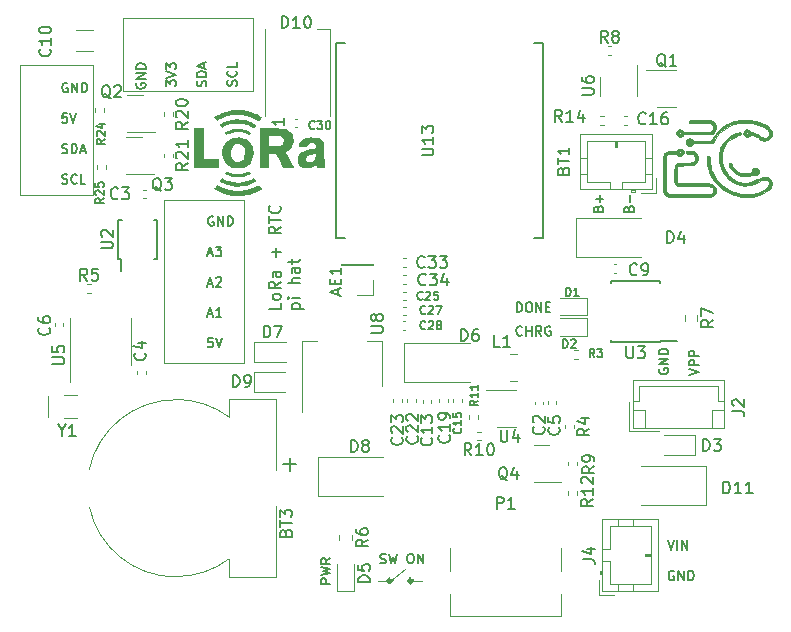
<source format=gto>
G04 #@! TF.GenerationSoftware,KiCad,Pcbnew,7.0.7*
G04 #@! TF.CreationDate,2023-12-10T12:49:09-04:00*
G04 #@! TF.ProjectId,Pi hat LoRa,50692068-6174-4204-9c6f-52612e6b6963,rev?*
G04 #@! TF.SameCoordinates,Original*
G04 #@! TF.FileFunction,Legend,Top*
G04 #@! TF.FilePolarity,Positive*
%FSLAX46Y46*%
G04 Gerber Fmt 4.6, Leading zero omitted, Abs format (unit mm)*
G04 Created by KiCad (PCBNEW 7.0.7) date 2023-12-10 12:49:09*
%MOMM*%
%LPD*%
G01*
G04 APERTURE LIST*
%ADD10C,0.150000*%
%ADD11C,0.310000*%
%ADD12C,0.120000*%
%ADD13C,0.010000*%
G04 APERTURE END LIST*
D10*
X122509819Y-74747030D02*
X122509819Y-75223220D01*
X122509819Y-75223220D02*
X121509819Y-75223220D01*
X122509819Y-74270839D02*
X122462200Y-74366077D01*
X122462200Y-74366077D02*
X122414580Y-74413696D01*
X122414580Y-74413696D02*
X122319342Y-74461315D01*
X122319342Y-74461315D02*
X122033628Y-74461315D01*
X122033628Y-74461315D02*
X121938390Y-74413696D01*
X121938390Y-74413696D02*
X121890771Y-74366077D01*
X121890771Y-74366077D02*
X121843152Y-74270839D01*
X121843152Y-74270839D02*
X121843152Y-74127982D01*
X121843152Y-74127982D02*
X121890771Y-74032744D01*
X121890771Y-74032744D02*
X121938390Y-73985125D01*
X121938390Y-73985125D02*
X122033628Y-73937506D01*
X122033628Y-73937506D02*
X122319342Y-73937506D01*
X122319342Y-73937506D02*
X122414580Y-73985125D01*
X122414580Y-73985125D02*
X122462200Y-74032744D01*
X122462200Y-74032744D02*
X122509819Y-74127982D01*
X122509819Y-74127982D02*
X122509819Y-74270839D01*
X122509819Y-72937506D02*
X122033628Y-73270839D01*
X122509819Y-73508934D02*
X121509819Y-73508934D01*
X121509819Y-73508934D02*
X121509819Y-73127982D01*
X121509819Y-73127982D02*
X121557438Y-73032744D01*
X121557438Y-73032744D02*
X121605057Y-72985125D01*
X121605057Y-72985125D02*
X121700295Y-72937506D01*
X121700295Y-72937506D02*
X121843152Y-72937506D01*
X121843152Y-72937506D02*
X121938390Y-72985125D01*
X121938390Y-72985125D02*
X121986009Y-73032744D01*
X121986009Y-73032744D02*
X122033628Y-73127982D01*
X122033628Y-73127982D02*
X122033628Y-73508934D01*
X122509819Y-72080363D02*
X121986009Y-72080363D01*
X121986009Y-72080363D02*
X121890771Y-72127982D01*
X121890771Y-72127982D02*
X121843152Y-72223220D01*
X121843152Y-72223220D02*
X121843152Y-72413696D01*
X121843152Y-72413696D02*
X121890771Y-72508934D01*
X122462200Y-72080363D02*
X122509819Y-72175601D01*
X122509819Y-72175601D02*
X122509819Y-72413696D01*
X122509819Y-72413696D02*
X122462200Y-72508934D01*
X122462200Y-72508934D02*
X122366961Y-72556553D01*
X122366961Y-72556553D02*
X122271723Y-72556553D01*
X122271723Y-72556553D02*
X122176485Y-72508934D01*
X122176485Y-72508934D02*
X122128866Y-72413696D01*
X122128866Y-72413696D02*
X122128866Y-72175601D01*
X122128866Y-72175601D02*
X122081247Y-72080363D01*
X122128866Y-70842267D02*
X122128866Y-70080363D01*
X122509819Y-70461315D02*
X121747914Y-70461315D01*
X122509819Y-68270839D02*
X122033628Y-68604172D01*
X122509819Y-68842267D02*
X121509819Y-68842267D01*
X121509819Y-68842267D02*
X121509819Y-68461315D01*
X121509819Y-68461315D02*
X121557438Y-68366077D01*
X121557438Y-68366077D02*
X121605057Y-68318458D01*
X121605057Y-68318458D02*
X121700295Y-68270839D01*
X121700295Y-68270839D02*
X121843152Y-68270839D01*
X121843152Y-68270839D02*
X121938390Y-68318458D01*
X121938390Y-68318458D02*
X121986009Y-68366077D01*
X121986009Y-68366077D02*
X122033628Y-68461315D01*
X122033628Y-68461315D02*
X122033628Y-68842267D01*
X121509819Y-67985124D02*
X121509819Y-67413696D01*
X122509819Y-67699410D02*
X121509819Y-67699410D01*
X122414580Y-66508934D02*
X122462200Y-66556553D01*
X122462200Y-66556553D02*
X122509819Y-66699410D01*
X122509819Y-66699410D02*
X122509819Y-66794648D01*
X122509819Y-66794648D02*
X122462200Y-66937505D01*
X122462200Y-66937505D02*
X122366961Y-67032743D01*
X122366961Y-67032743D02*
X122271723Y-67080362D01*
X122271723Y-67080362D02*
X122081247Y-67127981D01*
X122081247Y-67127981D02*
X121938390Y-67127981D01*
X121938390Y-67127981D02*
X121747914Y-67080362D01*
X121747914Y-67080362D02*
X121652676Y-67032743D01*
X121652676Y-67032743D02*
X121557438Y-66937505D01*
X121557438Y-66937505D02*
X121509819Y-66794648D01*
X121509819Y-66794648D02*
X121509819Y-66699410D01*
X121509819Y-66699410D02*
X121557438Y-66556553D01*
X121557438Y-66556553D02*
X121605057Y-66508934D01*
X123453152Y-75223220D02*
X124453152Y-75223220D01*
X123500771Y-75223220D02*
X123453152Y-75127982D01*
X123453152Y-75127982D02*
X123453152Y-74937506D01*
X123453152Y-74937506D02*
X123500771Y-74842268D01*
X123500771Y-74842268D02*
X123548390Y-74794649D01*
X123548390Y-74794649D02*
X123643628Y-74747030D01*
X123643628Y-74747030D02*
X123929342Y-74747030D01*
X123929342Y-74747030D02*
X124024580Y-74794649D01*
X124024580Y-74794649D02*
X124072200Y-74842268D01*
X124072200Y-74842268D02*
X124119819Y-74937506D01*
X124119819Y-74937506D02*
X124119819Y-75127982D01*
X124119819Y-75127982D02*
X124072200Y-75223220D01*
X124119819Y-74318458D02*
X123453152Y-74318458D01*
X123119819Y-74318458D02*
X123167438Y-74366077D01*
X123167438Y-74366077D02*
X123215057Y-74318458D01*
X123215057Y-74318458D02*
X123167438Y-74270839D01*
X123167438Y-74270839D02*
X123119819Y-74318458D01*
X123119819Y-74318458D02*
X123215057Y-74318458D01*
X124119819Y-73080363D02*
X123119819Y-73080363D01*
X124119819Y-72651792D02*
X123596009Y-72651792D01*
X123596009Y-72651792D02*
X123500771Y-72699411D01*
X123500771Y-72699411D02*
X123453152Y-72794649D01*
X123453152Y-72794649D02*
X123453152Y-72937506D01*
X123453152Y-72937506D02*
X123500771Y-73032744D01*
X123500771Y-73032744D02*
X123548390Y-73080363D01*
X124119819Y-71747030D02*
X123596009Y-71747030D01*
X123596009Y-71747030D02*
X123500771Y-71794649D01*
X123500771Y-71794649D02*
X123453152Y-71889887D01*
X123453152Y-71889887D02*
X123453152Y-72080363D01*
X123453152Y-72080363D02*
X123500771Y-72175601D01*
X124072200Y-71747030D02*
X124119819Y-71842268D01*
X124119819Y-71842268D02*
X124119819Y-72080363D01*
X124119819Y-72080363D02*
X124072200Y-72175601D01*
X124072200Y-72175601D02*
X123976961Y-72223220D01*
X123976961Y-72223220D02*
X123881723Y-72223220D01*
X123881723Y-72223220D02*
X123786485Y-72175601D01*
X123786485Y-72175601D02*
X123738866Y-72080363D01*
X123738866Y-72080363D02*
X123738866Y-71842268D01*
X123738866Y-71842268D02*
X123691247Y-71747030D01*
X123453152Y-71413696D02*
X123453152Y-71032744D01*
X123119819Y-71270839D02*
X123976961Y-71270839D01*
X123976961Y-71270839D02*
X124072200Y-71223220D01*
X124072200Y-71223220D02*
X124119819Y-71127982D01*
X124119819Y-71127982D02*
X124119819Y-71032744D01*
D11*
X133655000Y-98250000D02*
G75*
G03*
X133655000Y-98250000I-155000J0D01*
G01*
D12*
X109200000Y-50600000D02*
X120200000Y-50600000D01*
X120200000Y-56800000D01*
X109200000Y-56800000D01*
X109200000Y-50600000D01*
X131750000Y-98250000D02*
X133000000Y-97250000D01*
X133500000Y-98250000D02*
X134500000Y-98250000D01*
X130750000Y-98250000D02*
X131750000Y-98250000D01*
X112600000Y-66000000D02*
X119400000Y-66000000D01*
X119400000Y-79800000D01*
X112600000Y-79800000D01*
X112600000Y-66000000D01*
X100400000Y-54600000D02*
X106600000Y-54600000D01*
X106600000Y-65600000D01*
X100400000Y-65600000D01*
X100400000Y-54600000D01*
D11*
X131905000Y-98250000D02*
G75*
G03*
X131905000Y-98250000I-155000J0D01*
G01*
D10*
X126694295Y-98510839D02*
X125894295Y-98510839D01*
X125894295Y-98510839D02*
X125894295Y-98206077D01*
X125894295Y-98206077D02*
X125932390Y-98129887D01*
X125932390Y-98129887D02*
X125970485Y-98091792D01*
X125970485Y-98091792D02*
X126046676Y-98053696D01*
X126046676Y-98053696D02*
X126160961Y-98053696D01*
X126160961Y-98053696D02*
X126237152Y-98091792D01*
X126237152Y-98091792D02*
X126275247Y-98129887D01*
X126275247Y-98129887D02*
X126313342Y-98206077D01*
X126313342Y-98206077D02*
X126313342Y-98510839D01*
X125894295Y-97787030D02*
X126694295Y-97596554D01*
X126694295Y-97596554D02*
X126122866Y-97444173D01*
X126122866Y-97444173D02*
X126694295Y-97291792D01*
X126694295Y-97291792D02*
X125894295Y-97101316D01*
X126694295Y-96339410D02*
X126313342Y-96606077D01*
X126694295Y-96796553D02*
X125894295Y-96796553D01*
X125894295Y-96796553D02*
X125894295Y-96491791D01*
X125894295Y-96491791D02*
X125932390Y-96415601D01*
X125932390Y-96415601D02*
X125970485Y-96377506D01*
X125970485Y-96377506D02*
X126046676Y-96339410D01*
X126046676Y-96339410D02*
X126160961Y-96339410D01*
X126160961Y-96339410D02*
X126237152Y-96377506D01*
X126237152Y-96377506D02*
X126275247Y-96415601D01*
X126275247Y-96415601D02*
X126313342Y-96491791D01*
X126313342Y-96491791D02*
X126313342Y-96796553D01*
X142489160Y-75494295D02*
X142489160Y-74694295D01*
X142489160Y-74694295D02*
X142679636Y-74694295D01*
X142679636Y-74694295D02*
X142793922Y-74732390D01*
X142793922Y-74732390D02*
X142870112Y-74808580D01*
X142870112Y-74808580D02*
X142908207Y-74884771D01*
X142908207Y-74884771D02*
X142946303Y-75037152D01*
X142946303Y-75037152D02*
X142946303Y-75151438D01*
X142946303Y-75151438D02*
X142908207Y-75303819D01*
X142908207Y-75303819D02*
X142870112Y-75380009D01*
X142870112Y-75380009D02*
X142793922Y-75456200D01*
X142793922Y-75456200D02*
X142679636Y-75494295D01*
X142679636Y-75494295D02*
X142489160Y-75494295D01*
X143441541Y-74694295D02*
X143593922Y-74694295D01*
X143593922Y-74694295D02*
X143670112Y-74732390D01*
X143670112Y-74732390D02*
X143746303Y-74808580D01*
X143746303Y-74808580D02*
X143784398Y-74960961D01*
X143784398Y-74960961D02*
X143784398Y-75227628D01*
X143784398Y-75227628D02*
X143746303Y-75380009D01*
X143746303Y-75380009D02*
X143670112Y-75456200D01*
X143670112Y-75456200D02*
X143593922Y-75494295D01*
X143593922Y-75494295D02*
X143441541Y-75494295D01*
X143441541Y-75494295D02*
X143365350Y-75456200D01*
X143365350Y-75456200D02*
X143289160Y-75380009D01*
X143289160Y-75380009D02*
X143251064Y-75227628D01*
X143251064Y-75227628D02*
X143251064Y-74960961D01*
X143251064Y-74960961D02*
X143289160Y-74808580D01*
X143289160Y-74808580D02*
X143365350Y-74732390D01*
X143365350Y-74732390D02*
X143441541Y-74694295D01*
X144127255Y-75494295D02*
X144127255Y-74694295D01*
X144127255Y-74694295D02*
X144584398Y-75494295D01*
X144584398Y-75494295D02*
X144584398Y-74694295D01*
X144965350Y-75075247D02*
X145232016Y-75075247D01*
X145346302Y-75494295D02*
X144965350Y-75494295D01*
X144965350Y-75494295D02*
X144965350Y-74694295D01*
X144965350Y-74694295D02*
X145346302Y-74694295D01*
X104458207Y-56154390D02*
X104382017Y-56116295D01*
X104382017Y-56116295D02*
X104267731Y-56116295D01*
X104267731Y-56116295D02*
X104153445Y-56154390D01*
X104153445Y-56154390D02*
X104077255Y-56230580D01*
X104077255Y-56230580D02*
X104039160Y-56306771D01*
X104039160Y-56306771D02*
X104001064Y-56459152D01*
X104001064Y-56459152D02*
X104001064Y-56573438D01*
X104001064Y-56573438D02*
X104039160Y-56725819D01*
X104039160Y-56725819D02*
X104077255Y-56802009D01*
X104077255Y-56802009D02*
X104153445Y-56878200D01*
X104153445Y-56878200D02*
X104267731Y-56916295D01*
X104267731Y-56916295D02*
X104343922Y-56916295D01*
X104343922Y-56916295D02*
X104458207Y-56878200D01*
X104458207Y-56878200D02*
X104496303Y-56840104D01*
X104496303Y-56840104D02*
X104496303Y-56573438D01*
X104496303Y-56573438D02*
X104343922Y-56573438D01*
X104839160Y-56916295D02*
X104839160Y-56116295D01*
X104839160Y-56116295D02*
X105296303Y-56916295D01*
X105296303Y-56916295D02*
X105296303Y-56116295D01*
X105677255Y-56916295D02*
X105677255Y-56116295D01*
X105677255Y-56116295D02*
X105867731Y-56116295D01*
X105867731Y-56116295D02*
X105982017Y-56154390D01*
X105982017Y-56154390D02*
X106058207Y-56230580D01*
X106058207Y-56230580D02*
X106096302Y-56306771D01*
X106096302Y-56306771D02*
X106134398Y-56459152D01*
X106134398Y-56459152D02*
X106134398Y-56573438D01*
X106134398Y-56573438D02*
X106096302Y-56725819D01*
X106096302Y-56725819D02*
X106058207Y-56802009D01*
X106058207Y-56802009D02*
X105982017Y-56878200D01*
X105982017Y-56878200D02*
X105867731Y-56916295D01*
X105867731Y-56916295D02*
X105677255Y-56916295D01*
X104420112Y-58692295D02*
X104039160Y-58692295D01*
X104039160Y-58692295D02*
X104001064Y-59073247D01*
X104001064Y-59073247D02*
X104039160Y-59035152D01*
X104039160Y-59035152D02*
X104115350Y-58997057D01*
X104115350Y-58997057D02*
X104305826Y-58997057D01*
X104305826Y-58997057D02*
X104382017Y-59035152D01*
X104382017Y-59035152D02*
X104420112Y-59073247D01*
X104420112Y-59073247D02*
X104458207Y-59149438D01*
X104458207Y-59149438D02*
X104458207Y-59339914D01*
X104458207Y-59339914D02*
X104420112Y-59416104D01*
X104420112Y-59416104D02*
X104382017Y-59454200D01*
X104382017Y-59454200D02*
X104305826Y-59492295D01*
X104305826Y-59492295D02*
X104115350Y-59492295D01*
X104115350Y-59492295D02*
X104039160Y-59454200D01*
X104039160Y-59454200D02*
X104001064Y-59416104D01*
X104686779Y-58692295D02*
X104953446Y-59492295D01*
X104953446Y-59492295D02*
X105220112Y-58692295D01*
X104001064Y-62030200D02*
X104115350Y-62068295D01*
X104115350Y-62068295D02*
X104305826Y-62068295D01*
X104305826Y-62068295D02*
X104382017Y-62030200D01*
X104382017Y-62030200D02*
X104420112Y-61992104D01*
X104420112Y-61992104D02*
X104458207Y-61915914D01*
X104458207Y-61915914D02*
X104458207Y-61839723D01*
X104458207Y-61839723D02*
X104420112Y-61763533D01*
X104420112Y-61763533D02*
X104382017Y-61725438D01*
X104382017Y-61725438D02*
X104305826Y-61687342D01*
X104305826Y-61687342D02*
X104153445Y-61649247D01*
X104153445Y-61649247D02*
X104077255Y-61611152D01*
X104077255Y-61611152D02*
X104039160Y-61573057D01*
X104039160Y-61573057D02*
X104001064Y-61496866D01*
X104001064Y-61496866D02*
X104001064Y-61420676D01*
X104001064Y-61420676D02*
X104039160Y-61344485D01*
X104039160Y-61344485D02*
X104077255Y-61306390D01*
X104077255Y-61306390D02*
X104153445Y-61268295D01*
X104153445Y-61268295D02*
X104343922Y-61268295D01*
X104343922Y-61268295D02*
X104458207Y-61306390D01*
X104801065Y-62068295D02*
X104801065Y-61268295D01*
X104801065Y-61268295D02*
X104991541Y-61268295D01*
X104991541Y-61268295D02*
X105105827Y-61306390D01*
X105105827Y-61306390D02*
X105182017Y-61382580D01*
X105182017Y-61382580D02*
X105220112Y-61458771D01*
X105220112Y-61458771D02*
X105258208Y-61611152D01*
X105258208Y-61611152D02*
X105258208Y-61725438D01*
X105258208Y-61725438D02*
X105220112Y-61877819D01*
X105220112Y-61877819D02*
X105182017Y-61954009D01*
X105182017Y-61954009D02*
X105105827Y-62030200D01*
X105105827Y-62030200D02*
X104991541Y-62068295D01*
X104991541Y-62068295D02*
X104801065Y-62068295D01*
X105562969Y-61839723D02*
X105943922Y-61839723D01*
X105486779Y-62068295D02*
X105753446Y-61268295D01*
X105753446Y-61268295D02*
X106020112Y-62068295D01*
X104001064Y-64606200D02*
X104115350Y-64644295D01*
X104115350Y-64644295D02*
X104305826Y-64644295D01*
X104305826Y-64644295D02*
X104382017Y-64606200D01*
X104382017Y-64606200D02*
X104420112Y-64568104D01*
X104420112Y-64568104D02*
X104458207Y-64491914D01*
X104458207Y-64491914D02*
X104458207Y-64415723D01*
X104458207Y-64415723D02*
X104420112Y-64339533D01*
X104420112Y-64339533D02*
X104382017Y-64301438D01*
X104382017Y-64301438D02*
X104305826Y-64263342D01*
X104305826Y-64263342D02*
X104153445Y-64225247D01*
X104153445Y-64225247D02*
X104077255Y-64187152D01*
X104077255Y-64187152D02*
X104039160Y-64149057D01*
X104039160Y-64149057D02*
X104001064Y-64072866D01*
X104001064Y-64072866D02*
X104001064Y-63996676D01*
X104001064Y-63996676D02*
X104039160Y-63920485D01*
X104039160Y-63920485D02*
X104077255Y-63882390D01*
X104077255Y-63882390D02*
X104153445Y-63844295D01*
X104153445Y-63844295D02*
X104343922Y-63844295D01*
X104343922Y-63844295D02*
X104458207Y-63882390D01*
X105258208Y-64568104D02*
X105220112Y-64606200D01*
X105220112Y-64606200D02*
X105105827Y-64644295D01*
X105105827Y-64644295D02*
X105029636Y-64644295D01*
X105029636Y-64644295D02*
X104915350Y-64606200D01*
X104915350Y-64606200D02*
X104839160Y-64530009D01*
X104839160Y-64530009D02*
X104801065Y-64453819D01*
X104801065Y-64453819D02*
X104762969Y-64301438D01*
X104762969Y-64301438D02*
X104762969Y-64187152D01*
X104762969Y-64187152D02*
X104801065Y-64034771D01*
X104801065Y-64034771D02*
X104839160Y-63958580D01*
X104839160Y-63958580D02*
X104915350Y-63882390D01*
X104915350Y-63882390D02*
X105029636Y-63844295D01*
X105029636Y-63844295D02*
X105105827Y-63844295D01*
X105105827Y-63844295D02*
X105220112Y-63882390D01*
X105220112Y-63882390D02*
X105258208Y-63920485D01*
X105982017Y-64644295D02*
X105601065Y-64644295D01*
X105601065Y-64644295D02*
X105601065Y-63844295D01*
X149399247Y-66742017D02*
X149437342Y-66627731D01*
X149437342Y-66627731D02*
X149475438Y-66589636D01*
X149475438Y-66589636D02*
X149551628Y-66551540D01*
X149551628Y-66551540D02*
X149665914Y-66551540D01*
X149665914Y-66551540D02*
X149742104Y-66589636D01*
X149742104Y-66589636D02*
X149780200Y-66627731D01*
X149780200Y-66627731D02*
X149818295Y-66703921D01*
X149818295Y-66703921D02*
X149818295Y-67008683D01*
X149818295Y-67008683D02*
X149018295Y-67008683D01*
X149018295Y-67008683D02*
X149018295Y-66742017D01*
X149018295Y-66742017D02*
X149056390Y-66665826D01*
X149056390Y-66665826D02*
X149094485Y-66627731D01*
X149094485Y-66627731D02*
X149170676Y-66589636D01*
X149170676Y-66589636D02*
X149246866Y-66589636D01*
X149246866Y-66589636D02*
X149323057Y-66627731D01*
X149323057Y-66627731D02*
X149361152Y-66665826D01*
X149361152Y-66665826D02*
X149399247Y-66742017D01*
X149399247Y-66742017D02*
X149399247Y-67008683D01*
X149513533Y-66208683D02*
X149513533Y-65599160D01*
X149818295Y-65903921D02*
X149208771Y-65903921D01*
X151975247Y-66742017D02*
X152013342Y-66627731D01*
X152013342Y-66627731D02*
X152051438Y-66589636D01*
X152051438Y-66589636D02*
X152127628Y-66551540D01*
X152127628Y-66551540D02*
X152241914Y-66551540D01*
X152241914Y-66551540D02*
X152318104Y-66589636D01*
X152318104Y-66589636D02*
X152356200Y-66627731D01*
X152356200Y-66627731D02*
X152394295Y-66703921D01*
X152394295Y-66703921D02*
X152394295Y-67008683D01*
X152394295Y-67008683D02*
X151594295Y-67008683D01*
X151594295Y-67008683D02*
X151594295Y-66742017D01*
X151594295Y-66742017D02*
X151632390Y-66665826D01*
X151632390Y-66665826D02*
X151670485Y-66627731D01*
X151670485Y-66627731D02*
X151746676Y-66589636D01*
X151746676Y-66589636D02*
X151822866Y-66589636D01*
X151822866Y-66589636D02*
X151899057Y-66627731D01*
X151899057Y-66627731D02*
X151937152Y-66665826D01*
X151937152Y-66665826D02*
X151975247Y-66742017D01*
X151975247Y-66742017D02*
X151975247Y-67008683D01*
X152089533Y-66208683D02*
X152089533Y-65599160D01*
X154556390Y-80291792D02*
X154518295Y-80367982D01*
X154518295Y-80367982D02*
X154518295Y-80482268D01*
X154518295Y-80482268D02*
X154556390Y-80596554D01*
X154556390Y-80596554D02*
X154632580Y-80672744D01*
X154632580Y-80672744D02*
X154708771Y-80710839D01*
X154708771Y-80710839D02*
X154861152Y-80748935D01*
X154861152Y-80748935D02*
X154975438Y-80748935D01*
X154975438Y-80748935D02*
X155127819Y-80710839D01*
X155127819Y-80710839D02*
X155204009Y-80672744D01*
X155204009Y-80672744D02*
X155280200Y-80596554D01*
X155280200Y-80596554D02*
X155318295Y-80482268D01*
X155318295Y-80482268D02*
X155318295Y-80406077D01*
X155318295Y-80406077D02*
X155280200Y-80291792D01*
X155280200Y-80291792D02*
X155242104Y-80253696D01*
X155242104Y-80253696D02*
X154975438Y-80253696D01*
X154975438Y-80253696D02*
X154975438Y-80406077D01*
X155318295Y-79910839D02*
X154518295Y-79910839D01*
X154518295Y-79910839D02*
X155318295Y-79453696D01*
X155318295Y-79453696D02*
X154518295Y-79453696D01*
X155318295Y-79072744D02*
X154518295Y-79072744D01*
X154518295Y-79072744D02*
X154518295Y-78882268D01*
X154518295Y-78882268D02*
X154556390Y-78767982D01*
X154556390Y-78767982D02*
X154632580Y-78691792D01*
X154632580Y-78691792D02*
X154708771Y-78653697D01*
X154708771Y-78653697D02*
X154861152Y-78615601D01*
X154861152Y-78615601D02*
X154975438Y-78615601D01*
X154975438Y-78615601D02*
X155127819Y-78653697D01*
X155127819Y-78653697D02*
X155204009Y-78691792D01*
X155204009Y-78691792D02*
X155280200Y-78767982D01*
X155280200Y-78767982D02*
X155318295Y-78882268D01*
X155318295Y-78882268D02*
X155318295Y-79072744D01*
X157094295Y-80825125D02*
X157894295Y-80558458D01*
X157894295Y-80558458D02*
X157094295Y-80291792D01*
X157894295Y-80025125D02*
X157094295Y-80025125D01*
X157094295Y-80025125D02*
X157094295Y-79720363D01*
X157094295Y-79720363D02*
X157132390Y-79644173D01*
X157132390Y-79644173D02*
X157170485Y-79606078D01*
X157170485Y-79606078D02*
X157246676Y-79567982D01*
X157246676Y-79567982D02*
X157360961Y-79567982D01*
X157360961Y-79567982D02*
X157437152Y-79606078D01*
X157437152Y-79606078D02*
X157475247Y-79644173D01*
X157475247Y-79644173D02*
X157513342Y-79720363D01*
X157513342Y-79720363D02*
X157513342Y-80025125D01*
X157894295Y-79225125D02*
X157094295Y-79225125D01*
X157094295Y-79225125D02*
X157094295Y-78920363D01*
X157094295Y-78920363D02*
X157132390Y-78844173D01*
X157132390Y-78844173D02*
X157170485Y-78806078D01*
X157170485Y-78806078D02*
X157246676Y-78767982D01*
X157246676Y-78767982D02*
X157360961Y-78767982D01*
X157360961Y-78767982D02*
X157437152Y-78806078D01*
X157437152Y-78806078D02*
X157475247Y-78844173D01*
X157475247Y-78844173D02*
X157513342Y-78920363D01*
X157513342Y-78920363D02*
X157513342Y-79225125D01*
X110304390Y-56127255D02*
X110266295Y-56203445D01*
X110266295Y-56203445D02*
X110266295Y-56317731D01*
X110266295Y-56317731D02*
X110304390Y-56432017D01*
X110304390Y-56432017D02*
X110380580Y-56508207D01*
X110380580Y-56508207D02*
X110456771Y-56546302D01*
X110456771Y-56546302D02*
X110609152Y-56584398D01*
X110609152Y-56584398D02*
X110723438Y-56584398D01*
X110723438Y-56584398D02*
X110875819Y-56546302D01*
X110875819Y-56546302D02*
X110952009Y-56508207D01*
X110952009Y-56508207D02*
X111028200Y-56432017D01*
X111028200Y-56432017D02*
X111066295Y-56317731D01*
X111066295Y-56317731D02*
X111066295Y-56241540D01*
X111066295Y-56241540D02*
X111028200Y-56127255D01*
X111028200Y-56127255D02*
X110990104Y-56089159D01*
X110990104Y-56089159D02*
X110723438Y-56089159D01*
X110723438Y-56089159D02*
X110723438Y-56241540D01*
X111066295Y-55746302D02*
X110266295Y-55746302D01*
X110266295Y-55746302D02*
X111066295Y-55289159D01*
X111066295Y-55289159D02*
X110266295Y-55289159D01*
X111066295Y-54908207D02*
X110266295Y-54908207D01*
X110266295Y-54908207D02*
X110266295Y-54717731D01*
X110266295Y-54717731D02*
X110304390Y-54603445D01*
X110304390Y-54603445D02*
X110380580Y-54527255D01*
X110380580Y-54527255D02*
X110456771Y-54489160D01*
X110456771Y-54489160D02*
X110609152Y-54451064D01*
X110609152Y-54451064D02*
X110723438Y-54451064D01*
X110723438Y-54451064D02*
X110875819Y-54489160D01*
X110875819Y-54489160D02*
X110952009Y-54527255D01*
X110952009Y-54527255D02*
X111028200Y-54603445D01*
X111028200Y-54603445D02*
X111066295Y-54717731D01*
X111066295Y-54717731D02*
X111066295Y-54908207D01*
X112842295Y-56393922D02*
X112842295Y-55898684D01*
X112842295Y-55898684D02*
X113147057Y-56165350D01*
X113147057Y-56165350D02*
X113147057Y-56051065D01*
X113147057Y-56051065D02*
X113185152Y-55974874D01*
X113185152Y-55974874D02*
X113223247Y-55936779D01*
X113223247Y-55936779D02*
X113299438Y-55898684D01*
X113299438Y-55898684D02*
X113489914Y-55898684D01*
X113489914Y-55898684D02*
X113566104Y-55936779D01*
X113566104Y-55936779D02*
X113604200Y-55974874D01*
X113604200Y-55974874D02*
X113642295Y-56051065D01*
X113642295Y-56051065D02*
X113642295Y-56279636D01*
X113642295Y-56279636D02*
X113604200Y-56355827D01*
X113604200Y-56355827D02*
X113566104Y-56393922D01*
X112842295Y-55670112D02*
X113642295Y-55403445D01*
X113642295Y-55403445D02*
X112842295Y-55136779D01*
X112842295Y-54946303D02*
X112842295Y-54451065D01*
X112842295Y-54451065D02*
X113147057Y-54717731D01*
X113147057Y-54717731D02*
X113147057Y-54603446D01*
X113147057Y-54603446D02*
X113185152Y-54527255D01*
X113185152Y-54527255D02*
X113223247Y-54489160D01*
X113223247Y-54489160D02*
X113299438Y-54451065D01*
X113299438Y-54451065D02*
X113489914Y-54451065D01*
X113489914Y-54451065D02*
X113566104Y-54489160D01*
X113566104Y-54489160D02*
X113604200Y-54527255D01*
X113604200Y-54527255D02*
X113642295Y-54603446D01*
X113642295Y-54603446D02*
X113642295Y-54832017D01*
X113642295Y-54832017D02*
X113604200Y-54908208D01*
X113604200Y-54908208D02*
X113566104Y-54946303D01*
X116180200Y-56393922D02*
X116218295Y-56279636D01*
X116218295Y-56279636D02*
X116218295Y-56089160D01*
X116218295Y-56089160D02*
X116180200Y-56012969D01*
X116180200Y-56012969D02*
X116142104Y-55974874D01*
X116142104Y-55974874D02*
X116065914Y-55936779D01*
X116065914Y-55936779D02*
X115989723Y-55936779D01*
X115989723Y-55936779D02*
X115913533Y-55974874D01*
X115913533Y-55974874D02*
X115875438Y-56012969D01*
X115875438Y-56012969D02*
X115837342Y-56089160D01*
X115837342Y-56089160D02*
X115799247Y-56241541D01*
X115799247Y-56241541D02*
X115761152Y-56317731D01*
X115761152Y-56317731D02*
X115723057Y-56355826D01*
X115723057Y-56355826D02*
X115646866Y-56393922D01*
X115646866Y-56393922D02*
X115570676Y-56393922D01*
X115570676Y-56393922D02*
X115494485Y-56355826D01*
X115494485Y-56355826D02*
X115456390Y-56317731D01*
X115456390Y-56317731D02*
X115418295Y-56241541D01*
X115418295Y-56241541D02*
X115418295Y-56051064D01*
X115418295Y-56051064D02*
X115456390Y-55936779D01*
X116218295Y-55593921D02*
X115418295Y-55593921D01*
X115418295Y-55593921D02*
X115418295Y-55403445D01*
X115418295Y-55403445D02*
X115456390Y-55289159D01*
X115456390Y-55289159D02*
X115532580Y-55212969D01*
X115532580Y-55212969D02*
X115608771Y-55174874D01*
X115608771Y-55174874D02*
X115761152Y-55136778D01*
X115761152Y-55136778D02*
X115875438Y-55136778D01*
X115875438Y-55136778D02*
X116027819Y-55174874D01*
X116027819Y-55174874D02*
X116104009Y-55212969D01*
X116104009Y-55212969D02*
X116180200Y-55289159D01*
X116180200Y-55289159D02*
X116218295Y-55403445D01*
X116218295Y-55403445D02*
X116218295Y-55593921D01*
X115989723Y-54832017D02*
X115989723Y-54451064D01*
X116218295Y-54908207D02*
X115418295Y-54641540D01*
X115418295Y-54641540D02*
X116218295Y-54374874D01*
X118756200Y-56355827D02*
X118794295Y-56241541D01*
X118794295Y-56241541D02*
X118794295Y-56051065D01*
X118794295Y-56051065D02*
X118756200Y-55974874D01*
X118756200Y-55974874D02*
X118718104Y-55936779D01*
X118718104Y-55936779D02*
X118641914Y-55898684D01*
X118641914Y-55898684D02*
X118565723Y-55898684D01*
X118565723Y-55898684D02*
X118489533Y-55936779D01*
X118489533Y-55936779D02*
X118451438Y-55974874D01*
X118451438Y-55974874D02*
X118413342Y-56051065D01*
X118413342Y-56051065D02*
X118375247Y-56203446D01*
X118375247Y-56203446D02*
X118337152Y-56279636D01*
X118337152Y-56279636D02*
X118299057Y-56317731D01*
X118299057Y-56317731D02*
X118222866Y-56355827D01*
X118222866Y-56355827D02*
X118146676Y-56355827D01*
X118146676Y-56355827D02*
X118070485Y-56317731D01*
X118070485Y-56317731D02*
X118032390Y-56279636D01*
X118032390Y-56279636D02*
X117994295Y-56203446D01*
X117994295Y-56203446D02*
X117994295Y-56012969D01*
X117994295Y-56012969D02*
X118032390Y-55898684D01*
X118718104Y-55098683D02*
X118756200Y-55136779D01*
X118756200Y-55136779D02*
X118794295Y-55251064D01*
X118794295Y-55251064D02*
X118794295Y-55327255D01*
X118794295Y-55327255D02*
X118756200Y-55441541D01*
X118756200Y-55441541D02*
X118680009Y-55517731D01*
X118680009Y-55517731D02*
X118603819Y-55555826D01*
X118603819Y-55555826D02*
X118451438Y-55593922D01*
X118451438Y-55593922D02*
X118337152Y-55593922D01*
X118337152Y-55593922D02*
X118184771Y-55555826D01*
X118184771Y-55555826D02*
X118108580Y-55517731D01*
X118108580Y-55517731D02*
X118032390Y-55441541D01*
X118032390Y-55441541D02*
X117994295Y-55327255D01*
X117994295Y-55327255D02*
X117994295Y-55251064D01*
X117994295Y-55251064D02*
X118032390Y-55136779D01*
X118032390Y-55136779D02*
X118070485Y-55098683D01*
X118794295Y-54374874D02*
X118794295Y-54755826D01*
X118794295Y-54755826D02*
X117994295Y-54755826D01*
X155274874Y-94818295D02*
X155541541Y-95618295D01*
X155541541Y-95618295D02*
X155808207Y-94818295D01*
X156074874Y-95618295D02*
X156074874Y-94818295D01*
X156455826Y-95618295D02*
X156455826Y-94818295D01*
X156455826Y-94818295D02*
X156912969Y-95618295D01*
X156912969Y-95618295D02*
X156912969Y-94818295D01*
X155808207Y-97432390D02*
X155732017Y-97394295D01*
X155732017Y-97394295D02*
X155617731Y-97394295D01*
X155617731Y-97394295D02*
X155503445Y-97432390D01*
X155503445Y-97432390D02*
X155427255Y-97508580D01*
X155427255Y-97508580D02*
X155389160Y-97584771D01*
X155389160Y-97584771D02*
X155351064Y-97737152D01*
X155351064Y-97737152D02*
X155351064Y-97851438D01*
X155351064Y-97851438D02*
X155389160Y-98003819D01*
X155389160Y-98003819D02*
X155427255Y-98080009D01*
X155427255Y-98080009D02*
X155503445Y-98156200D01*
X155503445Y-98156200D02*
X155617731Y-98194295D01*
X155617731Y-98194295D02*
X155693922Y-98194295D01*
X155693922Y-98194295D02*
X155808207Y-98156200D01*
X155808207Y-98156200D02*
X155846303Y-98118104D01*
X155846303Y-98118104D02*
X155846303Y-97851438D01*
X155846303Y-97851438D02*
X155693922Y-97851438D01*
X156189160Y-98194295D02*
X156189160Y-97394295D01*
X156189160Y-97394295D02*
X156646303Y-98194295D01*
X156646303Y-98194295D02*
X156646303Y-97394295D01*
X157027255Y-98194295D02*
X157027255Y-97394295D01*
X157027255Y-97394295D02*
X157217731Y-97394295D01*
X157217731Y-97394295D02*
X157332017Y-97432390D01*
X157332017Y-97432390D02*
X157408207Y-97508580D01*
X157408207Y-97508580D02*
X157446302Y-97584771D01*
X157446302Y-97584771D02*
X157484398Y-97737152D01*
X157484398Y-97737152D02*
X157484398Y-97851438D01*
X157484398Y-97851438D02*
X157446302Y-98003819D01*
X157446302Y-98003819D02*
X157408207Y-98080009D01*
X157408207Y-98080009D02*
X157332017Y-98156200D01*
X157332017Y-98156200D02*
X157217731Y-98194295D01*
X157217731Y-98194295D02*
X157027255Y-98194295D01*
X116808207Y-67428390D02*
X116732017Y-67390295D01*
X116732017Y-67390295D02*
X116617731Y-67390295D01*
X116617731Y-67390295D02*
X116503445Y-67428390D01*
X116503445Y-67428390D02*
X116427255Y-67504580D01*
X116427255Y-67504580D02*
X116389160Y-67580771D01*
X116389160Y-67580771D02*
X116351064Y-67733152D01*
X116351064Y-67733152D02*
X116351064Y-67847438D01*
X116351064Y-67847438D02*
X116389160Y-67999819D01*
X116389160Y-67999819D02*
X116427255Y-68076009D01*
X116427255Y-68076009D02*
X116503445Y-68152200D01*
X116503445Y-68152200D02*
X116617731Y-68190295D01*
X116617731Y-68190295D02*
X116693922Y-68190295D01*
X116693922Y-68190295D02*
X116808207Y-68152200D01*
X116808207Y-68152200D02*
X116846303Y-68114104D01*
X116846303Y-68114104D02*
X116846303Y-67847438D01*
X116846303Y-67847438D02*
X116693922Y-67847438D01*
X117189160Y-68190295D02*
X117189160Y-67390295D01*
X117189160Y-67390295D02*
X117646303Y-68190295D01*
X117646303Y-68190295D02*
X117646303Y-67390295D01*
X118027255Y-68190295D02*
X118027255Y-67390295D01*
X118027255Y-67390295D02*
X118217731Y-67390295D01*
X118217731Y-67390295D02*
X118332017Y-67428390D01*
X118332017Y-67428390D02*
X118408207Y-67504580D01*
X118408207Y-67504580D02*
X118446302Y-67580771D01*
X118446302Y-67580771D02*
X118484398Y-67733152D01*
X118484398Y-67733152D02*
X118484398Y-67847438D01*
X118484398Y-67847438D02*
X118446302Y-67999819D01*
X118446302Y-67999819D02*
X118408207Y-68076009D01*
X118408207Y-68076009D02*
X118332017Y-68152200D01*
X118332017Y-68152200D02*
X118217731Y-68190295D01*
X118217731Y-68190295D02*
X118027255Y-68190295D01*
X116351064Y-70537723D02*
X116732017Y-70537723D01*
X116274874Y-70766295D02*
X116541541Y-69966295D01*
X116541541Y-69966295D02*
X116808207Y-70766295D01*
X116998683Y-69966295D02*
X117493921Y-69966295D01*
X117493921Y-69966295D02*
X117227255Y-70271057D01*
X117227255Y-70271057D02*
X117341540Y-70271057D01*
X117341540Y-70271057D02*
X117417731Y-70309152D01*
X117417731Y-70309152D02*
X117455826Y-70347247D01*
X117455826Y-70347247D02*
X117493921Y-70423438D01*
X117493921Y-70423438D02*
X117493921Y-70613914D01*
X117493921Y-70613914D02*
X117455826Y-70690104D01*
X117455826Y-70690104D02*
X117417731Y-70728200D01*
X117417731Y-70728200D02*
X117341540Y-70766295D01*
X117341540Y-70766295D02*
X117112969Y-70766295D01*
X117112969Y-70766295D02*
X117036778Y-70728200D01*
X117036778Y-70728200D02*
X116998683Y-70690104D01*
X116351064Y-73113723D02*
X116732017Y-73113723D01*
X116274874Y-73342295D02*
X116541541Y-72542295D01*
X116541541Y-72542295D02*
X116808207Y-73342295D01*
X117036778Y-72618485D02*
X117074874Y-72580390D01*
X117074874Y-72580390D02*
X117151064Y-72542295D01*
X117151064Y-72542295D02*
X117341540Y-72542295D01*
X117341540Y-72542295D02*
X117417731Y-72580390D01*
X117417731Y-72580390D02*
X117455826Y-72618485D01*
X117455826Y-72618485D02*
X117493921Y-72694676D01*
X117493921Y-72694676D02*
X117493921Y-72770866D01*
X117493921Y-72770866D02*
X117455826Y-72885152D01*
X117455826Y-72885152D02*
X116998683Y-73342295D01*
X116998683Y-73342295D02*
X117493921Y-73342295D01*
X116351064Y-75689723D02*
X116732017Y-75689723D01*
X116274874Y-75918295D02*
X116541541Y-75118295D01*
X116541541Y-75118295D02*
X116808207Y-75918295D01*
X117493921Y-75918295D02*
X117036778Y-75918295D01*
X117265350Y-75918295D02*
X117265350Y-75118295D01*
X117265350Y-75118295D02*
X117189159Y-75232580D01*
X117189159Y-75232580D02*
X117112969Y-75308771D01*
X117112969Y-75308771D02*
X117036778Y-75346866D01*
X116770112Y-77694295D02*
X116389160Y-77694295D01*
X116389160Y-77694295D02*
X116351064Y-78075247D01*
X116351064Y-78075247D02*
X116389160Y-78037152D01*
X116389160Y-78037152D02*
X116465350Y-77999057D01*
X116465350Y-77999057D02*
X116655826Y-77999057D01*
X116655826Y-77999057D02*
X116732017Y-78037152D01*
X116732017Y-78037152D02*
X116770112Y-78075247D01*
X116770112Y-78075247D02*
X116808207Y-78151438D01*
X116808207Y-78151438D02*
X116808207Y-78341914D01*
X116808207Y-78341914D02*
X116770112Y-78418104D01*
X116770112Y-78418104D02*
X116732017Y-78456200D01*
X116732017Y-78456200D02*
X116655826Y-78494295D01*
X116655826Y-78494295D02*
X116465350Y-78494295D01*
X116465350Y-78494295D02*
X116389160Y-78456200D01*
X116389160Y-78456200D02*
X116351064Y-78418104D01*
X117036779Y-77694295D02*
X117303446Y-78494295D01*
X117303446Y-78494295D02*
X117570112Y-77694295D01*
X142946303Y-77418104D02*
X142908207Y-77456200D01*
X142908207Y-77456200D02*
X142793922Y-77494295D01*
X142793922Y-77494295D02*
X142717731Y-77494295D01*
X142717731Y-77494295D02*
X142603445Y-77456200D01*
X142603445Y-77456200D02*
X142527255Y-77380009D01*
X142527255Y-77380009D02*
X142489160Y-77303819D01*
X142489160Y-77303819D02*
X142451064Y-77151438D01*
X142451064Y-77151438D02*
X142451064Y-77037152D01*
X142451064Y-77037152D02*
X142489160Y-76884771D01*
X142489160Y-76884771D02*
X142527255Y-76808580D01*
X142527255Y-76808580D02*
X142603445Y-76732390D01*
X142603445Y-76732390D02*
X142717731Y-76694295D01*
X142717731Y-76694295D02*
X142793922Y-76694295D01*
X142793922Y-76694295D02*
X142908207Y-76732390D01*
X142908207Y-76732390D02*
X142946303Y-76770485D01*
X143289160Y-77494295D02*
X143289160Y-76694295D01*
X143289160Y-77075247D02*
X143746303Y-77075247D01*
X143746303Y-77494295D02*
X143746303Y-76694295D01*
X144584398Y-77494295D02*
X144317731Y-77113342D01*
X144127255Y-77494295D02*
X144127255Y-76694295D01*
X144127255Y-76694295D02*
X144432017Y-76694295D01*
X144432017Y-76694295D02*
X144508207Y-76732390D01*
X144508207Y-76732390D02*
X144546302Y-76770485D01*
X144546302Y-76770485D02*
X144584398Y-76846676D01*
X144584398Y-76846676D02*
X144584398Y-76960961D01*
X144584398Y-76960961D02*
X144546302Y-77037152D01*
X144546302Y-77037152D02*
X144508207Y-77075247D01*
X144508207Y-77075247D02*
X144432017Y-77113342D01*
X144432017Y-77113342D02*
X144127255Y-77113342D01*
X145346302Y-76732390D02*
X145270112Y-76694295D01*
X145270112Y-76694295D02*
X145155826Y-76694295D01*
X145155826Y-76694295D02*
X145041540Y-76732390D01*
X145041540Y-76732390D02*
X144965350Y-76808580D01*
X144965350Y-76808580D02*
X144927255Y-76884771D01*
X144927255Y-76884771D02*
X144889159Y-77037152D01*
X144889159Y-77037152D02*
X144889159Y-77151438D01*
X144889159Y-77151438D02*
X144927255Y-77303819D01*
X144927255Y-77303819D02*
X144965350Y-77380009D01*
X144965350Y-77380009D02*
X145041540Y-77456200D01*
X145041540Y-77456200D02*
X145155826Y-77494295D01*
X145155826Y-77494295D02*
X145232017Y-77494295D01*
X145232017Y-77494295D02*
X145346302Y-77456200D01*
X145346302Y-77456200D02*
X145384398Y-77418104D01*
X145384398Y-77418104D02*
X145384398Y-77151438D01*
X145384398Y-77151438D02*
X145232017Y-77151438D01*
X130951064Y-96756200D02*
X131065350Y-96794295D01*
X131065350Y-96794295D02*
X131255826Y-96794295D01*
X131255826Y-96794295D02*
X131332017Y-96756200D01*
X131332017Y-96756200D02*
X131370112Y-96718104D01*
X131370112Y-96718104D02*
X131408207Y-96641914D01*
X131408207Y-96641914D02*
X131408207Y-96565723D01*
X131408207Y-96565723D02*
X131370112Y-96489533D01*
X131370112Y-96489533D02*
X131332017Y-96451438D01*
X131332017Y-96451438D02*
X131255826Y-96413342D01*
X131255826Y-96413342D02*
X131103445Y-96375247D01*
X131103445Y-96375247D02*
X131027255Y-96337152D01*
X131027255Y-96337152D02*
X130989160Y-96299057D01*
X130989160Y-96299057D02*
X130951064Y-96222866D01*
X130951064Y-96222866D02*
X130951064Y-96146676D01*
X130951064Y-96146676D02*
X130989160Y-96070485D01*
X130989160Y-96070485D02*
X131027255Y-96032390D01*
X131027255Y-96032390D02*
X131103445Y-95994295D01*
X131103445Y-95994295D02*
X131293922Y-95994295D01*
X131293922Y-95994295D02*
X131408207Y-96032390D01*
X131674874Y-95994295D02*
X131865350Y-96794295D01*
X131865350Y-96794295D02*
X132017731Y-96222866D01*
X132017731Y-96222866D02*
X132170112Y-96794295D01*
X132170112Y-96794295D02*
X132360589Y-95994295D01*
X133427256Y-95994295D02*
X133579637Y-95994295D01*
X133579637Y-95994295D02*
X133655827Y-96032390D01*
X133655827Y-96032390D02*
X133732018Y-96108580D01*
X133732018Y-96108580D02*
X133770113Y-96260961D01*
X133770113Y-96260961D02*
X133770113Y-96527628D01*
X133770113Y-96527628D02*
X133732018Y-96680009D01*
X133732018Y-96680009D02*
X133655827Y-96756200D01*
X133655827Y-96756200D02*
X133579637Y-96794295D01*
X133579637Y-96794295D02*
X133427256Y-96794295D01*
X133427256Y-96794295D02*
X133351065Y-96756200D01*
X133351065Y-96756200D02*
X133274875Y-96680009D01*
X133274875Y-96680009D02*
X133236779Y-96527628D01*
X133236779Y-96527628D02*
X133236779Y-96260961D01*
X133236779Y-96260961D02*
X133274875Y-96108580D01*
X133274875Y-96108580D02*
X133351065Y-96032390D01*
X133351065Y-96032390D02*
X133427256Y-95994295D01*
X134112970Y-96794295D02*
X134112970Y-95994295D01*
X134112970Y-95994295D02*
X134570113Y-96794295D01*
X134570113Y-96794295D02*
X134570113Y-95994295D01*
X146431009Y-63535714D02*
X146478628Y-63392857D01*
X146478628Y-63392857D02*
X146526247Y-63345238D01*
X146526247Y-63345238D02*
X146621485Y-63297619D01*
X146621485Y-63297619D02*
X146764342Y-63297619D01*
X146764342Y-63297619D02*
X146859580Y-63345238D01*
X146859580Y-63345238D02*
X146907200Y-63392857D01*
X146907200Y-63392857D02*
X146954819Y-63488095D01*
X146954819Y-63488095D02*
X146954819Y-63869047D01*
X146954819Y-63869047D02*
X145954819Y-63869047D01*
X145954819Y-63869047D02*
X145954819Y-63535714D01*
X145954819Y-63535714D02*
X146002438Y-63440476D01*
X146002438Y-63440476D02*
X146050057Y-63392857D01*
X146050057Y-63392857D02*
X146145295Y-63345238D01*
X146145295Y-63345238D02*
X146240533Y-63345238D01*
X146240533Y-63345238D02*
X146335771Y-63392857D01*
X146335771Y-63392857D02*
X146383390Y-63440476D01*
X146383390Y-63440476D02*
X146431009Y-63535714D01*
X146431009Y-63535714D02*
X146431009Y-63869047D01*
X145954819Y-63011904D02*
X145954819Y-62440476D01*
X146954819Y-62726190D02*
X145954819Y-62726190D01*
X146954819Y-61583333D02*
X146954819Y-62154761D01*
X146954819Y-61869047D02*
X145954819Y-61869047D01*
X145954819Y-61869047D02*
X146097676Y-61964285D01*
X146097676Y-61964285D02*
X146192914Y-62059523D01*
X146192914Y-62059523D02*
X146240533Y-62154761D01*
X149054819Y-88566666D02*
X148578628Y-88899999D01*
X149054819Y-89138094D02*
X148054819Y-89138094D01*
X148054819Y-89138094D02*
X148054819Y-88757142D01*
X148054819Y-88757142D02*
X148102438Y-88661904D01*
X148102438Y-88661904D02*
X148150057Y-88614285D01*
X148150057Y-88614285D02*
X148245295Y-88566666D01*
X148245295Y-88566666D02*
X148388152Y-88566666D01*
X148388152Y-88566666D02*
X148483390Y-88614285D01*
X148483390Y-88614285D02*
X148531009Y-88661904D01*
X148531009Y-88661904D02*
X148578628Y-88757142D01*
X148578628Y-88757142D02*
X148578628Y-89138094D01*
X149054819Y-88090475D02*
X149054819Y-87899999D01*
X149054819Y-87899999D02*
X149007200Y-87804761D01*
X149007200Y-87804761D02*
X148959580Y-87757142D01*
X148959580Y-87757142D02*
X148816723Y-87661904D01*
X148816723Y-87661904D02*
X148626247Y-87614285D01*
X148626247Y-87614285D02*
X148245295Y-87614285D01*
X148245295Y-87614285D02*
X148150057Y-87661904D01*
X148150057Y-87661904D02*
X148102438Y-87709523D01*
X148102438Y-87709523D02*
X148054819Y-87804761D01*
X148054819Y-87804761D02*
X148054819Y-87995237D01*
X148054819Y-87995237D02*
X148102438Y-88090475D01*
X148102438Y-88090475D02*
X148150057Y-88138094D01*
X148150057Y-88138094D02*
X148245295Y-88185713D01*
X148245295Y-88185713D02*
X148483390Y-88185713D01*
X148483390Y-88185713D02*
X148578628Y-88138094D01*
X148578628Y-88138094D02*
X148626247Y-88090475D01*
X148626247Y-88090475D02*
X148673866Y-87995237D01*
X148673866Y-87995237D02*
X148673866Y-87804761D01*
X148673866Y-87804761D02*
X148626247Y-87709523D01*
X148626247Y-87709523D02*
X148578628Y-87661904D01*
X148578628Y-87661904D02*
X148483390Y-87614285D01*
X160754819Y-83883333D02*
X161469104Y-83883333D01*
X161469104Y-83883333D02*
X161611961Y-83930952D01*
X161611961Y-83930952D02*
X161707200Y-84026190D01*
X161707200Y-84026190D02*
X161754819Y-84169047D01*
X161754819Y-84169047D02*
X161754819Y-84264285D01*
X160850057Y-83454761D02*
X160802438Y-83407142D01*
X160802438Y-83407142D02*
X160754819Y-83311904D01*
X160754819Y-83311904D02*
X160754819Y-83073809D01*
X160754819Y-83073809D02*
X160802438Y-82978571D01*
X160802438Y-82978571D02*
X160850057Y-82930952D01*
X160850057Y-82930952D02*
X160945295Y-82883333D01*
X160945295Y-82883333D02*
X161040533Y-82883333D01*
X161040533Y-82883333D02*
X161183390Y-82930952D01*
X161183390Y-82930952D02*
X161754819Y-83502380D01*
X161754819Y-83502380D02*
X161754819Y-82883333D01*
X148004819Y-57111904D02*
X148814342Y-57111904D01*
X148814342Y-57111904D02*
X148909580Y-57064285D01*
X148909580Y-57064285D02*
X148957200Y-57016666D01*
X148957200Y-57016666D02*
X149004819Y-56921428D01*
X149004819Y-56921428D02*
X149004819Y-56730952D01*
X149004819Y-56730952D02*
X148957200Y-56635714D01*
X148957200Y-56635714D02*
X148909580Y-56588095D01*
X148909580Y-56588095D02*
X148814342Y-56540476D01*
X148814342Y-56540476D02*
X148004819Y-56540476D01*
X148004819Y-55635714D02*
X148004819Y-55826190D01*
X148004819Y-55826190D02*
X148052438Y-55921428D01*
X148052438Y-55921428D02*
X148100057Y-55969047D01*
X148100057Y-55969047D02*
X148242914Y-56064285D01*
X148242914Y-56064285D02*
X148433390Y-56111904D01*
X148433390Y-56111904D02*
X148814342Y-56111904D01*
X148814342Y-56111904D02*
X148909580Y-56064285D01*
X148909580Y-56064285D02*
X148957200Y-56016666D01*
X148957200Y-56016666D02*
X149004819Y-55921428D01*
X149004819Y-55921428D02*
X149004819Y-55730952D01*
X149004819Y-55730952D02*
X148957200Y-55635714D01*
X148957200Y-55635714D02*
X148909580Y-55588095D01*
X148909580Y-55588095D02*
X148814342Y-55540476D01*
X148814342Y-55540476D02*
X148576247Y-55540476D01*
X148576247Y-55540476D02*
X148481009Y-55588095D01*
X148481009Y-55588095D02*
X148433390Y-55635714D01*
X148433390Y-55635714D02*
X148385771Y-55730952D01*
X148385771Y-55730952D02*
X148385771Y-55921428D01*
X148385771Y-55921428D02*
X148433390Y-56016666D01*
X148433390Y-56016666D02*
X148481009Y-56064285D01*
X148481009Y-56064285D02*
X148576247Y-56111904D01*
X132759580Y-86122857D02*
X132807200Y-86170476D01*
X132807200Y-86170476D02*
X132854819Y-86313333D01*
X132854819Y-86313333D02*
X132854819Y-86408571D01*
X132854819Y-86408571D02*
X132807200Y-86551428D01*
X132807200Y-86551428D02*
X132711961Y-86646666D01*
X132711961Y-86646666D02*
X132616723Y-86694285D01*
X132616723Y-86694285D02*
X132426247Y-86741904D01*
X132426247Y-86741904D02*
X132283390Y-86741904D01*
X132283390Y-86741904D02*
X132092914Y-86694285D01*
X132092914Y-86694285D02*
X131997676Y-86646666D01*
X131997676Y-86646666D02*
X131902438Y-86551428D01*
X131902438Y-86551428D02*
X131854819Y-86408571D01*
X131854819Y-86408571D02*
X131854819Y-86313333D01*
X131854819Y-86313333D02*
X131902438Y-86170476D01*
X131902438Y-86170476D02*
X131950057Y-86122857D01*
X131950057Y-85741904D02*
X131902438Y-85694285D01*
X131902438Y-85694285D02*
X131854819Y-85599047D01*
X131854819Y-85599047D02*
X131854819Y-85360952D01*
X131854819Y-85360952D02*
X131902438Y-85265714D01*
X131902438Y-85265714D02*
X131950057Y-85218095D01*
X131950057Y-85218095D02*
X132045295Y-85170476D01*
X132045295Y-85170476D02*
X132140533Y-85170476D01*
X132140533Y-85170476D02*
X132283390Y-85218095D01*
X132283390Y-85218095D02*
X132854819Y-85789523D01*
X132854819Y-85789523D02*
X132854819Y-85170476D01*
X131854819Y-84837142D02*
X131854819Y-84218095D01*
X131854819Y-84218095D02*
X132235771Y-84551428D01*
X132235771Y-84551428D02*
X132235771Y-84408571D01*
X132235771Y-84408571D02*
X132283390Y-84313333D01*
X132283390Y-84313333D02*
X132331009Y-84265714D01*
X132331009Y-84265714D02*
X132426247Y-84218095D01*
X132426247Y-84218095D02*
X132664342Y-84218095D01*
X132664342Y-84218095D02*
X132759580Y-84265714D01*
X132759580Y-84265714D02*
X132807200Y-84313333D01*
X132807200Y-84313333D02*
X132854819Y-84408571D01*
X132854819Y-84408571D02*
X132854819Y-84694285D01*
X132854819Y-84694285D02*
X132807200Y-84789523D01*
X132807200Y-84789523D02*
X132759580Y-84837142D01*
X134434819Y-62238094D02*
X135244342Y-62238094D01*
X135244342Y-62238094D02*
X135339580Y-62190475D01*
X135339580Y-62190475D02*
X135387200Y-62142856D01*
X135387200Y-62142856D02*
X135434819Y-62047618D01*
X135434819Y-62047618D02*
X135434819Y-61857142D01*
X135434819Y-61857142D02*
X135387200Y-61761904D01*
X135387200Y-61761904D02*
X135339580Y-61714285D01*
X135339580Y-61714285D02*
X135244342Y-61666666D01*
X135244342Y-61666666D02*
X134434819Y-61666666D01*
X135434819Y-60666666D02*
X135434819Y-61238094D01*
X135434819Y-60952380D02*
X134434819Y-60952380D01*
X134434819Y-60952380D02*
X134577676Y-61047618D01*
X134577676Y-61047618D02*
X134672914Y-61142856D01*
X134672914Y-61142856D02*
X134720533Y-61238094D01*
X134434819Y-60333332D02*
X134434819Y-59714285D01*
X134434819Y-59714285D02*
X134815771Y-60047618D01*
X134815771Y-60047618D02*
X134815771Y-59904761D01*
X134815771Y-59904761D02*
X134863390Y-59809523D01*
X134863390Y-59809523D02*
X134911009Y-59761904D01*
X134911009Y-59761904D02*
X135006247Y-59714285D01*
X135006247Y-59714285D02*
X135244342Y-59714285D01*
X135244342Y-59714285D02*
X135339580Y-59761904D01*
X135339580Y-59761904D02*
X135387200Y-59809523D01*
X135387200Y-59809523D02*
X135434819Y-59904761D01*
X135434819Y-59904761D02*
X135434819Y-60190475D01*
X135434819Y-60190475D02*
X135387200Y-60285713D01*
X135387200Y-60285713D02*
X135339580Y-60333332D01*
X102894580Y-76816666D02*
X102942200Y-76864285D01*
X102942200Y-76864285D02*
X102989819Y-77007142D01*
X102989819Y-77007142D02*
X102989819Y-77102380D01*
X102989819Y-77102380D02*
X102942200Y-77245237D01*
X102942200Y-77245237D02*
X102846961Y-77340475D01*
X102846961Y-77340475D02*
X102751723Y-77388094D01*
X102751723Y-77388094D02*
X102561247Y-77435713D01*
X102561247Y-77435713D02*
X102418390Y-77435713D01*
X102418390Y-77435713D02*
X102227914Y-77388094D01*
X102227914Y-77388094D02*
X102132676Y-77340475D01*
X102132676Y-77340475D02*
X102037438Y-77245237D01*
X102037438Y-77245237D02*
X101989819Y-77102380D01*
X101989819Y-77102380D02*
X101989819Y-77007142D01*
X101989819Y-77007142D02*
X102037438Y-76864285D01*
X102037438Y-76864285D02*
X102085057Y-76816666D01*
X101989819Y-75959523D02*
X101989819Y-76149999D01*
X101989819Y-76149999D02*
X102037438Y-76245237D01*
X102037438Y-76245237D02*
X102085057Y-76292856D01*
X102085057Y-76292856D02*
X102227914Y-76388094D01*
X102227914Y-76388094D02*
X102418390Y-76435713D01*
X102418390Y-76435713D02*
X102799342Y-76435713D01*
X102799342Y-76435713D02*
X102894580Y-76388094D01*
X102894580Y-76388094D02*
X102942200Y-76340475D01*
X102942200Y-76340475D02*
X102989819Y-76245237D01*
X102989819Y-76245237D02*
X102989819Y-76054761D01*
X102989819Y-76054761D02*
X102942200Y-75959523D01*
X102942200Y-75959523D02*
X102894580Y-75911904D01*
X102894580Y-75911904D02*
X102799342Y-75864285D01*
X102799342Y-75864285D02*
X102561247Y-75864285D01*
X102561247Y-75864285D02*
X102466009Y-75911904D01*
X102466009Y-75911904D02*
X102418390Y-75959523D01*
X102418390Y-75959523D02*
X102370771Y-76054761D01*
X102370771Y-76054761D02*
X102370771Y-76245237D01*
X102370771Y-76245237D02*
X102418390Y-76340475D01*
X102418390Y-76340475D02*
X102466009Y-76388094D01*
X102466009Y-76388094D02*
X102561247Y-76435713D01*
X146665833Y-74146033D02*
X146665833Y-73446033D01*
X146665833Y-73446033D02*
X146832500Y-73446033D01*
X146832500Y-73446033D02*
X146932500Y-73479366D01*
X146932500Y-73479366D02*
X146999167Y-73546033D01*
X146999167Y-73546033D02*
X147032500Y-73612700D01*
X147032500Y-73612700D02*
X147065833Y-73746033D01*
X147065833Y-73746033D02*
X147065833Y-73846033D01*
X147065833Y-73846033D02*
X147032500Y-73979366D01*
X147032500Y-73979366D02*
X146999167Y-74046033D01*
X146999167Y-74046033D02*
X146932500Y-74112700D01*
X146932500Y-74112700D02*
X146832500Y-74146033D01*
X146832500Y-74146033D02*
X146665833Y-74146033D01*
X147732500Y-74146033D02*
X147332500Y-74146033D01*
X147532500Y-74146033D02*
X147532500Y-73446033D01*
X147532500Y-73446033D02*
X147465833Y-73546033D01*
X147465833Y-73546033D02*
X147399167Y-73612700D01*
X147399167Y-73612700D02*
X147332500Y-73646033D01*
X159124819Y-76171666D02*
X158648628Y-76504999D01*
X159124819Y-76743094D02*
X158124819Y-76743094D01*
X158124819Y-76743094D02*
X158124819Y-76362142D01*
X158124819Y-76362142D02*
X158172438Y-76266904D01*
X158172438Y-76266904D02*
X158220057Y-76219285D01*
X158220057Y-76219285D02*
X158315295Y-76171666D01*
X158315295Y-76171666D02*
X158458152Y-76171666D01*
X158458152Y-76171666D02*
X158553390Y-76219285D01*
X158553390Y-76219285D02*
X158601009Y-76266904D01*
X158601009Y-76266904D02*
X158648628Y-76362142D01*
X158648628Y-76362142D02*
X158648628Y-76743094D01*
X158124819Y-75838332D02*
X158124819Y-75171666D01*
X158124819Y-75171666D02*
X159124819Y-75600237D01*
X134519999Y-74399366D02*
X134486666Y-74432700D01*
X134486666Y-74432700D02*
X134386666Y-74466033D01*
X134386666Y-74466033D02*
X134319999Y-74466033D01*
X134319999Y-74466033D02*
X134219999Y-74432700D01*
X134219999Y-74432700D02*
X134153333Y-74366033D01*
X134153333Y-74366033D02*
X134119999Y-74299366D01*
X134119999Y-74299366D02*
X134086666Y-74166033D01*
X134086666Y-74166033D02*
X134086666Y-74066033D01*
X134086666Y-74066033D02*
X134119999Y-73932700D01*
X134119999Y-73932700D02*
X134153333Y-73866033D01*
X134153333Y-73866033D02*
X134219999Y-73799366D01*
X134219999Y-73799366D02*
X134319999Y-73766033D01*
X134319999Y-73766033D02*
X134386666Y-73766033D01*
X134386666Y-73766033D02*
X134486666Y-73799366D01*
X134486666Y-73799366D02*
X134519999Y-73832700D01*
X134786666Y-73832700D02*
X134819999Y-73799366D01*
X134819999Y-73799366D02*
X134886666Y-73766033D01*
X134886666Y-73766033D02*
X135053333Y-73766033D01*
X135053333Y-73766033D02*
X135119999Y-73799366D01*
X135119999Y-73799366D02*
X135153333Y-73832700D01*
X135153333Y-73832700D02*
X135186666Y-73899366D01*
X135186666Y-73899366D02*
X135186666Y-73966033D01*
X135186666Y-73966033D02*
X135153333Y-74066033D01*
X135153333Y-74066033D02*
X134753333Y-74466033D01*
X134753333Y-74466033D02*
X135186666Y-74466033D01*
X135820000Y-73766033D02*
X135486666Y-73766033D01*
X135486666Y-73766033D02*
X135453333Y-74099366D01*
X135453333Y-74099366D02*
X135486666Y-74066033D01*
X135486666Y-74066033D02*
X135553333Y-74032700D01*
X135553333Y-74032700D02*
X135720000Y-74032700D01*
X135720000Y-74032700D02*
X135786666Y-74066033D01*
X135786666Y-74066033D02*
X135820000Y-74099366D01*
X135820000Y-74099366D02*
X135853333Y-74166033D01*
X135853333Y-74166033D02*
X135853333Y-74332700D01*
X135853333Y-74332700D02*
X135820000Y-74399366D01*
X135820000Y-74399366D02*
X135786666Y-74432700D01*
X135786666Y-74432700D02*
X135720000Y-74466033D01*
X135720000Y-74466033D02*
X135553333Y-74466033D01*
X135553333Y-74466033D02*
X135486666Y-74432700D01*
X135486666Y-74432700D02*
X135453333Y-74399366D01*
X134787142Y-73159580D02*
X134739523Y-73207200D01*
X134739523Y-73207200D02*
X134596666Y-73254819D01*
X134596666Y-73254819D02*
X134501428Y-73254819D01*
X134501428Y-73254819D02*
X134358571Y-73207200D01*
X134358571Y-73207200D02*
X134263333Y-73111961D01*
X134263333Y-73111961D02*
X134215714Y-73016723D01*
X134215714Y-73016723D02*
X134168095Y-72826247D01*
X134168095Y-72826247D02*
X134168095Y-72683390D01*
X134168095Y-72683390D02*
X134215714Y-72492914D01*
X134215714Y-72492914D02*
X134263333Y-72397676D01*
X134263333Y-72397676D02*
X134358571Y-72302438D01*
X134358571Y-72302438D02*
X134501428Y-72254819D01*
X134501428Y-72254819D02*
X134596666Y-72254819D01*
X134596666Y-72254819D02*
X134739523Y-72302438D01*
X134739523Y-72302438D02*
X134787142Y-72350057D01*
X135120476Y-72254819D02*
X135739523Y-72254819D01*
X135739523Y-72254819D02*
X135406190Y-72635771D01*
X135406190Y-72635771D02*
X135549047Y-72635771D01*
X135549047Y-72635771D02*
X135644285Y-72683390D01*
X135644285Y-72683390D02*
X135691904Y-72731009D01*
X135691904Y-72731009D02*
X135739523Y-72826247D01*
X135739523Y-72826247D02*
X135739523Y-73064342D01*
X135739523Y-73064342D02*
X135691904Y-73159580D01*
X135691904Y-73159580D02*
X135644285Y-73207200D01*
X135644285Y-73207200D02*
X135549047Y-73254819D01*
X135549047Y-73254819D02*
X135263333Y-73254819D01*
X135263333Y-73254819D02*
X135168095Y-73207200D01*
X135168095Y-73207200D02*
X135120476Y-73159580D01*
X136596666Y-72588152D02*
X136596666Y-73254819D01*
X136358571Y-72207200D02*
X136120476Y-72921485D01*
X136120476Y-72921485D02*
X136739523Y-72921485D01*
X110994580Y-78971666D02*
X111042200Y-79019285D01*
X111042200Y-79019285D02*
X111089819Y-79162142D01*
X111089819Y-79162142D02*
X111089819Y-79257380D01*
X111089819Y-79257380D02*
X111042200Y-79400237D01*
X111042200Y-79400237D02*
X110946961Y-79495475D01*
X110946961Y-79495475D02*
X110851723Y-79543094D01*
X110851723Y-79543094D02*
X110661247Y-79590713D01*
X110661247Y-79590713D02*
X110518390Y-79590713D01*
X110518390Y-79590713D02*
X110327914Y-79543094D01*
X110327914Y-79543094D02*
X110232676Y-79495475D01*
X110232676Y-79495475D02*
X110137438Y-79400237D01*
X110137438Y-79400237D02*
X110089819Y-79257380D01*
X110089819Y-79257380D02*
X110089819Y-79162142D01*
X110089819Y-79162142D02*
X110137438Y-79019285D01*
X110137438Y-79019285D02*
X110185057Y-78971666D01*
X110423152Y-78114523D02*
X111089819Y-78114523D01*
X110042200Y-78352618D02*
X110756485Y-78590713D01*
X110756485Y-78590713D02*
X110756485Y-77971666D01*
X106118333Y-72834819D02*
X105785000Y-72358628D01*
X105546905Y-72834819D02*
X105546905Y-71834819D01*
X105546905Y-71834819D02*
X105927857Y-71834819D01*
X105927857Y-71834819D02*
X106023095Y-71882438D01*
X106023095Y-71882438D02*
X106070714Y-71930057D01*
X106070714Y-71930057D02*
X106118333Y-72025295D01*
X106118333Y-72025295D02*
X106118333Y-72168152D01*
X106118333Y-72168152D02*
X106070714Y-72263390D01*
X106070714Y-72263390D02*
X106023095Y-72311009D01*
X106023095Y-72311009D02*
X105927857Y-72358628D01*
X105927857Y-72358628D02*
X105546905Y-72358628D01*
X107023095Y-71834819D02*
X106546905Y-71834819D01*
X106546905Y-71834819D02*
X106499286Y-72311009D01*
X106499286Y-72311009D02*
X106546905Y-72263390D01*
X106546905Y-72263390D02*
X106642143Y-72215771D01*
X106642143Y-72215771D02*
X106880238Y-72215771D01*
X106880238Y-72215771D02*
X106975476Y-72263390D01*
X106975476Y-72263390D02*
X107023095Y-72311009D01*
X107023095Y-72311009D02*
X107070714Y-72406247D01*
X107070714Y-72406247D02*
X107070714Y-72644342D01*
X107070714Y-72644342D02*
X107023095Y-72739580D01*
X107023095Y-72739580D02*
X106975476Y-72787200D01*
X106975476Y-72787200D02*
X106880238Y-72834819D01*
X106880238Y-72834819D02*
X106642143Y-72834819D01*
X106642143Y-72834819D02*
X106546905Y-72787200D01*
X106546905Y-72787200D02*
X106499286Y-72739580D01*
X130054819Y-98375594D02*
X129054819Y-98375594D01*
X129054819Y-98375594D02*
X129054819Y-98137499D01*
X129054819Y-98137499D02*
X129102438Y-97994642D01*
X129102438Y-97994642D02*
X129197676Y-97899404D01*
X129197676Y-97899404D02*
X129292914Y-97851785D01*
X129292914Y-97851785D02*
X129483390Y-97804166D01*
X129483390Y-97804166D02*
X129626247Y-97804166D01*
X129626247Y-97804166D02*
X129816723Y-97851785D01*
X129816723Y-97851785D02*
X129911961Y-97899404D01*
X129911961Y-97899404D02*
X130007200Y-97994642D01*
X130007200Y-97994642D02*
X130054819Y-98137499D01*
X130054819Y-98137499D02*
X130054819Y-98375594D01*
X129054819Y-96899404D02*
X129054819Y-97375594D01*
X129054819Y-97375594D02*
X129531009Y-97423213D01*
X129531009Y-97423213D02*
X129483390Y-97375594D01*
X129483390Y-97375594D02*
X129435771Y-97280356D01*
X129435771Y-97280356D02*
X129435771Y-97042261D01*
X129435771Y-97042261D02*
X129483390Y-96947023D01*
X129483390Y-96947023D02*
X129531009Y-96899404D01*
X129531009Y-96899404D02*
X129626247Y-96851785D01*
X129626247Y-96851785D02*
X129864342Y-96851785D01*
X129864342Y-96851785D02*
X129959580Y-96899404D01*
X129959580Y-96899404D02*
X130007200Y-96947023D01*
X130007200Y-96947023D02*
X130054819Y-97042261D01*
X130054819Y-97042261D02*
X130054819Y-97280356D01*
X130054819Y-97280356D02*
X130007200Y-97375594D01*
X130007200Y-97375594D02*
X129959580Y-97423213D01*
X103189819Y-79911904D02*
X103999342Y-79911904D01*
X103999342Y-79911904D02*
X104094580Y-79864285D01*
X104094580Y-79864285D02*
X104142200Y-79816666D01*
X104142200Y-79816666D02*
X104189819Y-79721428D01*
X104189819Y-79721428D02*
X104189819Y-79530952D01*
X104189819Y-79530952D02*
X104142200Y-79435714D01*
X104142200Y-79435714D02*
X104094580Y-79388095D01*
X104094580Y-79388095D02*
X103999342Y-79340476D01*
X103999342Y-79340476D02*
X103189819Y-79340476D01*
X103189819Y-78388095D02*
X103189819Y-78864285D01*
X103189819Y-78864285D02*
X103666009Y-78911904D01*
X103666009Y-78911904D02*
X103618390Y-78864285D01*
X103618390Y-78864285D02*
X103570771Y-78769047D01*
X103570771Y-78769047D02*
X103570771Y-78530952D01*
X103570771Y-78530952D02*
X103618390Y-78435714D01*
X103618390Y-78435714D02*
X103666009Y-78388095D01*
X103666009Y-78388095D02*
X103761247Y-78340476D01*
X103761247Y-78340476D02*
X103999342Y-78340476D01*
X103999342Y-78340476D02*
X104094580Y-78388095D01*
X104094580Y-78388095D02*
X104142200Y-78435714D01*
X104142200Y-78435714D02*
X104189819Y-78530952D01*
X104189819Y-78530952D02*
X104189819Y-78769047D01*
X104189819Y-78769047D02*
X104142200Y-78864285D01*
X104142200Y-78864285D02*
X104094580Y-78911904D01*
X114624819Y-59402857D02*
X114148628Y-59736190D01*
X114624819Y-59974285D02*
X113624819Y-59974285D01*
X113624819Y-59974285D02*
X113624819Y-59593333D01*
X113624819Y-59593333D02*
X113672438Y-59498095D01*
X113672438Y-59498095D02*
X113720057Y-59450476D01*
X113720057Y-59450476D02*
X113815295Y-59402857D01*
X113815295Y-59402857D02*
X113958152Y-59402857D01*
X113958152Y-59402857D02*
X114053390Y-59450476D01*
X114053390Y-59450476D02*
X114101009Y-59498095D01*
X114101009Y-59498095D02*
X114148628Y-59593333D01*
X114148628Y-59593333D02*
X114148628Y-59974285D01*
X113720057Y-59021904D02*
X113672438Y-58974285D01*
X113672438Y-58974285D02*
X113624819Y-58879047D01*
X113624819Y-58879047D02*
X113624819Y-58640952D01*
X113624819Y-58640952D02*
X113672438Y-58545714D01*
X113672438Y-58545714D02*
X113720057Y-58498095D01*
X113720057Y-58498095D02*
X113815295Y-58450476D01*
X113815295Y-58450476D02*
X113910533Y-58450476D01*
X113910533Y-58450476D02*
X114053390Y-58498095D01*
X114053390Y-58498095D02*
X114624819Y-59069523D01*
X114624819Y-59069523D02*
X114624819Y-58450476D01*
X113624819Y-57831428D02*
X113624819Y-57736190D01*
X113624819Y-57736190D02*
X113672438Y-57640952D01*
X113672438Y-57640952D02*
X113720057Y-57593333D01*
X113720057Y-57593333D02*
X113815295Y-57545714D01*
X113815295Y-57545714D02*
X114005771Y-57498095D01*
X114005771Y-57498095D02*
X114243866Y-57498095D01*
X114243866Y-57498095D02*
X114434342Y-57545714D01*
X114434342Y-57545714D02*
X114529580Y-57593333D01*
X114529580Y-57593333D02*
X114577200Y-57640952D01*
X114577200Y-57640952D02*
X114624819Y-57736190D01*
X114624819Y-57736190D02*
X114624819Y-57831428D01*
X114624819Y-57831428D02*
X114577200Y-57926666D01*
X114577200Y-57926666D02*
X114529580Y-57974285D01*
X114529580Y-57974285D02*
X114434342Y-58021904D01*
X114434342Y-58021904D02*
X114243866Y-58069523D01*
X114243866Y-58069523D02*
X114005771Y-58069523D01*
X114005771Y-58069523D02*
X113815295Y-58021904D01*
X113815295Y-58021904D02*
X113720057Y-57974285D01*
X113720057Y-57974285D02*
X113672438Y-57926666D01*
X113672438Y-57926666D02*
X113624819Y-57831428D01*
X102959580Y-53242857D02*
X103007200Y-53290476D01*
X103007200Y-53290476D02*
X103054819Y-53433333D01*
X103054819Y-53433333D02*
X103054819Y-53528571D01*
X103054819Y-53528571D02*
X103007200Y-53671428D01*
X103007200Y-53671428D02*
X102911961Y-53766666D01*
X102911961Y-53766666D02*
X102816723Y-53814285D01*
X102816723Y-53814285D02*
X102626247Y-53861904D01*
X102626247Y-53861904D02*
X102483390Y-53861904D01*
X102483390Y-53861904D02*
X102292914Y-53814285D01*
X102292914Y-53814285D02*
X102197676Y-53766666D01*
X102197676Y-53766666D02*
X102102438Y-53671428D01*
X102102438Y-53671428D02*
X102054819Y-53528571D01*
X102054819Y-53528571D02*
X102054819Y-53433333D01*
X102054819Y-53433333D02*
X102102438Y-53290476D01*
X102102438Y-53290476D02*
X102150057Y-53242857D01*
X103054819Y-52290476D02*
X103054819Y-52861904D01*
X103054819Y-52576190D02*
X102054819Y-52576190D01*
X102054819Y-52576190D02*
X102197676Y-52671428D01*
X102197676Y-52671428D02*
X102292914Y-52766666D01*
X102292914Y-52766666D02*
X102340533Y-52861904D01*
X102054819Y-51671428D02*
X102054819Y-51576190D01*
X102054819Y-51576190D02*
X102102438Y-51480952D01*
X102102438Y-51480952D02*
X102150057Y-51433333D01*
X102150057Y-51433333D02*
X102245295Y-51385714D01*
X102245295Y-51385714D02*
X102435771Y-51338095D01*
X102435771Y-51338095D02*
X102673866Y-51338095D01*
X102673866Y-51338095D02*
X102864342Y-51385714D01*
X102864342Y-51385714D02*
X102959580Y-51433333D01*
X102959580Y-51433333D02*
X103007200Y-51480952D01*
X103007200Y-51480952D02*
X103054819Y-51576190D01*
X103054819Y-51576190D02*
X103054819Y-51671428D01*
X103054819Y-51671428D02*
X103007200Y-51766666D01*
X103007200Y-51766666D02*
X102959580Y-51814285D01*
X102959580Y-51814285D02*
X102864342Y-51861904D01*
X102864342Y-51861904D02*
X102673866Y-51909523D01*
X102673866Y-51909523D02*
X102435771Y-51909523D01*
X102435771Y-51909523D02*
X102245295Y-51861904D01*
X102245295Y-51861904D02*
X102150057Y-51814285D01*
X102150057Y-51814285D02*
X102102438Y-51766666D01*
X102102438Y-51766666D02*
X102054819Y-51671428D01*
X112404761Y-65250057D02*
X112309523Y-65202438D01*
X112309523Y-65202438D02*
X112214285Y-65107200D01*
X112214285Y-65107200D02*
X112071428Y-64964342D01*
X112071428Y-64964342D02*
X111976190Y-64916723D01*
X111976190Y-64916723D02*
X111880952Y-64916723D01*
X111928571Y-65154819D02*
X111833333Y-65107200D01*
X111833333Y-65107200D02*
X111738095Y-65011961D01*
X111738095Y-65011961D02*
X111690476Y-64821485D01*
X111690476Y-64821485D02*
X111690476Y-64488152D01*
X111690476Y-64488152D02*
X111738095Y-64297676D01*
X111738095Y-64297676D02*
X111833333Y-64202438D01*
X111833333Y-64202438D02*
X111928571Y-64154819D01*
X111928571Y-64154819D02*
X112119047Y-64154819D01*
X112119047Y-64154819D02*
X112214285Y-64202438D01*
X112214285Y-64202438D02*
X112309523Y-64297676D01*
X112309523Y-64297676D02*
X112357142Y-64488152D01*
X112357142Y-64488152D02*
X112357142Y-64821485D01*
X112357142Y-64821485D02*
X112309523Y-65011961D01*
X112309523Y-65011961D02*
X112214285Y-65107200D01*
X112214285Y-65107200D02*
X112119047Y-65154819D01*
X112119047Y-65154819D02*
X111928571Y-65154819D01*
X112690476Y-64154819D02*
X113309523Y-64154819D01*
X113309523Y-64154819D02*
X112976190Y-64535771D01*
X112976190Y-64535771D02*
X113119047Y-64535771D01*
X113119047Y-64535771D02*
X113214285Y-64583390D01*
X113214285Y-64583390D02*
X113261904Y-64631009D01*
X113261904Y-64631009D02*
X113309523Y-64726247D01*
X113309523Y-64726247D02*
X113309523Y-64964342D01*
X113309523Y-64964342D02*
X113261904Y-65059580D01*
X113261904Y-65059580D02*
X113214285Y-65107200D01*
X113214285Y-65107200D02*
X113119047Y-65154819D01*
X113119047Y-65154819D02*
X112833333Y-65154819D01*
X112833333Y-65154819D02*
X112738095Y-65107200D01*
X112738095Y-65107200D02*
X112690476Y-65059580D01*
X121061905Y-77654819D02*
X121061905Y-76654819D01*
X121061905Y-76654819D02*
X121300000Y-76654819D01*
X121300000Y-76654819D02*
X121442857Y-76702438D01*
X121442857Y-76702438D02*
X121538095Y-76797676D01*
X121538095Y-76797676D02*
X121585714Y-76892914D01*
X121585714Y-76892914D02*
X121633333Y-77083390D01*
X121633333Y-77083390D02*
X121633333Y-77226247D01*
X121633333Y-77226247D02*
X121585714Y-77416723D01*
X121585714Y-77416723D02*
X121538095Y-77511961D01*
X121538095Y-77511961D02*
X121442857Y-77607200D01*
X121442857Y-77607200D02*
X121300000Y-77654819D01*
X121300000Y-77654819D02*
X121061905Y-77654819D01*
X121966667Y-76654819D02*
X122633333Y-76654819D01*
X122633333Y-76654819D02*
X122204762Y-77654819D01*
X141704761Y-89750057D02*
X141609523Y-89702438D01*
X141609523Y-89702438D02*
X141514285Y-89607200D01*
X141514285Y-89607200D02*
X141371428Y-89464342D01*
X141371428Y-89464342D02*
X141276190Y-89416723D01*
X141276190Y-89416723D02*
X141180952Y-89416723D01*
X141228571Y-89654819D02*
X141133333Y-89607200D01*
X141133333Y-89607200D02*
X141038095Y-89511961D01*
X141038095Y-89511961D02*
X140990476Y-89321485D01*
X140990476Y-89321485D02*
X140990476Y-88988152D01*
X140990476Y-88988152D02*
X141038095Y-88797676D01*
X141038095Y-88797676D02*
X141133333Y-88702438D01*
X141133333Y-88702438D02*
X141228571Y-88654819D01*
X141228571Y-88654819D02*
X141419047Y-88654819D01*
X141419047Y-88654819D02*
X141514285Y-88702438D01*
X141514285Y-88702438D02*
X141609523Y-88797676D01*
X141609523Y-88797676D02*
X141657142Y-88988152D01*
X141657142Y-88988152D02*
X141657142Y-89321485D01*
X141657142Y-89321485D02*
X141609523Y-89511961D01*
X141609523Y-89511961D02*
X141514285Y-89607200D01*
X141514285Y-89607200D02*
X141419047Y-89654819D01*
X141419047Y-89654819D02*
X141228571Y-89654819D01*
X142514285Y-88988152D02*
X142514285Y-89654819D01*
X142276190Y-88607200D02*
X142038095Y-89321485D01*
X142038095Y-89321485D02*
X142657142Y-89321485D01*
X141138095Y-85494819D02*
X141138095Y-86304342D01*
X141138095Y-86304342D02*
X141185714Y-86399580D01*
X141185714Y-86399580D02*
X141233333Y-86447200D01*
X141233333Y-86447200D02*
X141328571Y-86494819D01*
X141328571Y-86494819D02*
X141519047Y-86494819D01*
X141519047Y-86494819D02*
X141614285Y-86447200D01*
X141614285Y-86447200D02*
X141661904Y-86399580D01*
X141661904Y-86399580D02*
X141709523Y-86304342D01*
X141709523Y-86304342D02*
X141709523Y-85494819D01*
X142614285Y-85828152D02*
X142614285Y-86494819D01*
X142376190Y-85447200D02*
X142138095Y-86161485D01*
X142138095Y-86161485D02*
X142757142Y-86161485D01*
X148954819Y-91342857D02*
X148478628Y-91676190D01*
X148954819Y-91914285D02*
X147954819Y-91914285D01*
X147954819Y-91914285D02*
X147954819Y-91533333D01*
X147954819Y-91533333D02*
X148002438Y-91438095D01*
X148002438Y-91438095D02*
X148050057Y-91390476D01*
X148050057Y-91390476D02*
X148145295Y-91342857D01*
X148145295Y-91342857D02*
X148288152Y-91342857D01*
X148288152Y-91342857D02*
X148383390Y-91390476D01*
X148383390Y-91390476D02*
X148431009Y-91438095D01*
X148431009Y-91438095D02*
X148478628Y-91533333D01*
X148478628Y-91533333D02*
X148478628Y-91914285D01*
X148954819Y-90390476D02*
X148954819Y-90961904D01*
X148954819Y-90676190D02*
X147954819Y-90676190D01*
X147954819Y-90676190D02*
X148097676Y-90771428D01*
X148097676Y-90771428D02*
X148192914Y-90866666D01*
X148192914Y-90866666D02*
X148240533Y-90961904D01*
X148050057Y-90009523D02*
X148002438Y-89961904D01*
X148002438Y-89961904D02*
X147954819Y-89866666D01*
X147954819Y-89866666D02*
X147954819Y-89628571D01*
X147954819Y-89628571D02*
X148002438Y-89533333D01*
X148002438Y-89533333D02*
X148050057Y-89485714D01*
X148050057Y-89485714D02*
X148145295Y-89438095D01*
X148145295Y-89438095D02*
X148240533Y-89438095D01*
X148240533Y-89438095D02*
X148383390Y-89485714D01*
X148383390Y-89485714D02*
X148954819Y-90057142D01*
X148954819Y-90057142D02*
X148954819Y-89438095D01*
X151788095Y-78404819D02*
X151788095Y-79214342D01*
X151788095Y-79214342D02*
X151835714Y-79309580D01*
X151835714Y-79309580D02*
X151883333Y-79357200D01*
X151883333Y-79357200D02*
X151978571Y-79404819D01*
X151978571Y-79404819D02*
X152169047Y-79404819D01*
X152169047Y-79404819D02*
X152264285Y-79357200D01*
X152264285Y-79357200D02*
X152311904Y-79309580D01*
X152311904Y-79309580D02*
X152359523Y-79214342D01*
X152359523Y-79214342D02*
X152359523Y-78404819D01*
X152740476Y-78404819D02*
X153359523Y-78404819D01*
X153359523Y-78404819D02*
X153026190Y-78785771D01*
X153026190Y-78785771D02*
X153169047Y-78785771D01*
X153169047Y-78785771D02*
X153264285Y-78833390D01*
X153264285Y-78833390D02*
X153311904Y-78881009D01*
X153311904Y-78881009D02*
X153359523Y-78976247D01*
X153359523Y-78976247D02*
X153359523Y-79214342D01*
X153359523Y-79214342D02*
X153311904Y-79309580D01*
X153311904Y-79309580D02*
X153264285Y-79357200D01*
X153264285Y-79357200D02*
X153169047Y-79404819D01*
X153169047Y-79404819D02*
X152883333Y-79404819D01*
X152883333Y-79404819D02*
X152788095Y-79357200D01*
X152788095Y-79357200D02*
X152740476Y-79309580D01*
X107616033Y-60850000D02*
X107282700Y-61083333D01*
X107616033Y-61250000D02*
X106916033Y-61250000D01*
X106916033Y-61250000D02*
X106916033Y-60983333D01*
X106916033Y-60983333D02*
X106949366Y-60916667D01*
X106949366Y-60916667D02*
X106982700Y-60883333D01*
X106982700Y-60883333D02*
X107049366Y-60850000D01*
X107049366Y-60850000D02*
X107149366Y-60850000D01*
X107149366Y-60850000D02*
X107216033Y-60883333D01*
X107216033Y-60883333D02*
X107249366Y-60916667D01*
X107249366Y-60916667D02*
X107282700Y-60983333D01*
X107282700Y-60983333D02*
X107282700Y-61250000D01*
X106982700Y-60583333D02*
X106949366Y-60550000D01*
X106949366Y-60550000D02*
X106916033Y-60483333D01*
X106916033Y-60483333D02*
X106916033Y-60316667D01*
X106916033Y-60316667D02*
X106949366Y-60250000D01*
X106949366Y-60250000D02*
X106982700Y-60216667D01*
X106982700Y-60216667D02*
X107049366Y-60183333D01*
X107049366Y-60183333D02*
X107116033Y-60183333D01*
X107116033Y-60183333D02*
X107216033Y-60216667D01*
X107216033Y-60216667D02*
X107616033Y-60616667D01*
X107616033Y-60616667D02*
X107616033Y-60183333D01*
X107149366Y-59583333D02*
X107616033Y-59583333D01*
X106882700Y-59750000D02*
X107382700Y-59916666D01*
X107382700Y-59916666D02*
X107382700Y-59483333D01*
X140811905Y-92169819D02*
X140811905Y-91169819D01*
X140811905Y-91169819D02*
X141192857Y-91169819D01*
X141192857Y-91169819D02*
X141288095Y-91217438D01*
X141288095Y-91217438D02*
X141335714Y-91265057D01*
X141335714Y-91265057D02*
X141383333Y-91360295D01*
X141383333Y-91360295D02*
X141383333Y-91503152D01*
X141383333Y-91503152D02*
X141335714Y-91598390D01*
X141335714Y-91598390D02*
X141288095Y-91646009D01*
X141288095Y-91646009D02*
X141192857Y-91693628D01*
X141192857Y-91693628D02*
X140811905Y-91693628D01*
X142335714Y-92169819D02*
X141764286Y-92169819D01*
X142050000Y-92169819D02*
X142050000Y-91169819D01*
X142050000Y-91169819D02*
X141954762Y-91312676D01*
X141954762Y-91312676D02*
X141859524Y-91407914D01*
X141859524Y-91407914D02*
X141764286Y-91455533D01*
X107516033Y-65860000D02*
X107182700Y-66093333D01*
X107516033Y-66260000D02*
X106816033Y-66260000D01*
X106816033Y-66260000D02*
X106816033Y-65993333D01*
X106816033Y-65993333D02*
X106849366Y-65926667D01*
X106849366Y-65926667D02*
X106882700Y-65893333D01*
X106882700Y-65893333D02*
X106949366Y-65860000D01*
X106949366Y-65860000D02*
X107049366Y-65860000D01*
X107049366Y-65860000D02*
X107116033Y-65893333D01*
X107116033Y-65893333D02*
X107149366Y-65926667D01*
X107149366Y-65926667D02*
X107182700Y-65993333D01*
X107182700Y-65993333D02*
X107182700Y-66260000D01*
X106882700Y-65593333D02*
X106849366Y-65560000D01*
X106849366Y-65560000D02*
X106816033Y-65493333D01*
X106816033Y-65493333D02*
X106816033Y-65326667D01*
X106816033Y-65326667D02*
X106849366Y-65260000D01*
X106849366Y-65260000D02*
X106882700Y-65226667D01*
X106882700Y-65226667D02*
X106949366Y-65193333D01*
X106949366Y-65193333D02*
X107016033Y-65193333D01*
X107016033Y-65193333D02*
X107116033Y-65226667D01*
X107116033Y-65226667D02*
X107516033Y-65626667D01*
X107516033Y-65626667D02*
X107516033Y-65193333D01*
X106816033Y-64560000D02*
X106816033Y-64893333D01*
X106816033Y-64893333D02*
X107149366Y-64926666D01*
X107149366Y-64926666D02*
X107116033Y-64893333D01*
X107116033Y-64893333D02*
X107082700Y-64826666D01*
X107082700Y-64826666D02*
X107082700Y-64660000D01*
X107082700Y-64660000D02*
X107116033Y-64593333D01*
X107116033Y-64593333D02*
X107149366Y-64560000D01*
X107149366Y-64560000D02*
X107216033Y-64526666D01*
X107216033Y-64526666D02*
X107382700Y-64526666D01*
X107382700Y-64526666D02*
X107449366Y-64560000D01*
X107449366Y-64560000D02*
X107482700Y-64593333D01*
X107482700Y-64593333D02*
X107516033Y-64660000D01*
X107516033Y-64660000D02*
X107516033Y-64826666D01*
X107516033Y-64826666D02*
X107482700Y-64893333D01*
X107482700Y-64893333D02*
X107449366Y-64926666D01*
X150183333Y-52684819D02*
X149850000Y-52208628D01*
X149611905Y-52684819D02*
X149611905Y-51684819D01*
X149611905Y-51684819D02*
X149992857Y-51684819D01*
X149992857Y-51684819D02*
X150088095Y-51732438D01*
X150088095Y-51732438D02*
X150135714Y-51780057D01*
X150135714Y-51780057D02*
X150183333Y-51875295D01*
X150183333Y-51875295D02*
X150183333Y-52018152D01*
X150183333Y-52018152D02*
X150135714Y-52113390D01*
X150135714Y-52113390D02*
X150088095Y-52161009D01*
X150088095Y-52161009D02*
X149992857Y-52208628D01*
X149992857Y-52208628D02*
X149611905Y-52208628D01*
X150754762Y-52113390D02*
X150659524Y-52065771D01*
X150659524Y-52065771D02*
X150611905Y-52018152D01*
X150611905Y-52018152D02*
X150564286Y-51922914D01*
X150564286Y-51922914D02*
X150564286Y-51875295D01*
X150564286Y-51875295D02*
X150611905Y-51780057D01*
X150611905Y-51780057D02*
X150659524Y-51732438D01*
X150659524Y-51732438D02*
X150754762Y-51684819D01*
X150754762Y-51684819D02*
X150945238Y-51684819D01*
X150945238Y-51684819D02*
X151040476Y-51732438D01*
X151040476Y-51732438D02*
X151088095Y-51780057D01*
X151088095Y-51780057D02*
X151135714Y-51875295D01*
X151135714Y-51875295D02*
X151135714Y-51922914D01*
X151135714Y-51922914D02*
X151088095Y-52018152D01*
X151088095Y-52018152D02*
X151040476Y-52065771D01*
X151040476Y-52065771D02*
X150945238Y-52113390D01*
X150945238Y-52113390D02*
X150754762Y-52113390D01*
X150754762Y-52113390D02*
X150659524Y-52161009D01*
X150659524Y-52161009D02*
X150611905Y-52208628D01*
X150611905Y-52208628D02*
X150564286Y-52303866D01*
X150564286Y-52303866D02*
X150564286Y-52494342D01*
X150564286Y-52494342D02*
X150611905Y-52589580D01*
X150611905Y-52589580D02*
X150659524Y-52637200D01*
X150659524Y-52637200D02*
X150754762Y-52684819D01*
X150754762Y-52684819D02*
X150945238Y-52684819D01*
X150945238Y-52684819D02*
X151040476Y-52637200D01*
X151040476Y-52637200D02*
X151088095Y-52589580D01*
X151088095Y-52589580D02*
X151135714Y-52494342D01*
X151135714Y-52494342D02*
X151135714Y-52303866D01*
X151135714Y-52303866D02*
X151088095Y-52208628D01*
X151088095Y-52208628D02*
X151040476Y-52161009D01*
X151040476Y-52161009D02*
X150945238Y-52113390D01*
X134687142Y-71659580D02*
X134639523Y-71707200D01*
X134639523Y-71707200D02*
X134496666Y-71754819D01*
X134496666Y-71754819D02*
X134401428Y-71754819D01*
X134401428Y-71754819D02*
X134258571Y-71707200D01*
X134258571Y-71707200D02*
X134163333Y-71611961D01*
X134163333Y-71611961D02*
X134115714Y-71516723D01*
X134115714Y-71516723D02*
X134068095Y-71326247D01*
X134068095Y-71326247D02*
X134068095Y-71183390D01*
X134068095Y-71183390D02*
X134115714Y-70992914D01*
X134115714Y-70992914D02*
X134163333Y-70897676D01*
X134163333Y-70897676D02*
X134258571Y-70802438D01*
X134258571Y-70802438D02*
X134401428Y-70754819D01*
X134401428Y-70754819D02*
X134496666Y-70754819D01*
X134496666Y-70754819D02*
X134639523Y-70802438D01*
X134639523Y-70802438D02*
X134687142Y-70850057D01*
X135020476Y-70754819D02*
X135639523Y-70754819D01*
X135639523Y-70754819D02*
X135306190Y-71135771D01*
X135306190Y-71135771D02*
X135449047Y-71135771D01*
X135449047Y-71135771D02*
X135544285Y-71183390D01*
X135544285Y-71183390D02*
X135591904Y-71231009D01*
X135591904Y-71231009D02*
X135639523Y-71326247D01*
X135639523Y-71326247D02*
X135639523Y-71564342D01*
X135639523Y-71564342D02*
X135591904Y-71659580D01*
X135591904Y-71659580D02*
X135544285Y-71707200D01*
X135544285Y-71707200D02*
X135449047Y-71754819D01*
X135449047Y-71754819D02*
X135163333Y-71754819D01*
X135163333Y-71754819D02*
X135068095Y-71707200D01*
X135068095Y-71707200D02*
X135020476Y-71659580D01*
X135972857Y-70754819D02*
X136591904Y-70754819D01*
X136591904Y-70754819D02*
X136258571Y-71135771D01*
X136258571Y-71135771D02*
X136401428Y-71135771D01*
X136401428Y-71135771D02*
X136496666Y-71183390D01*
X136496666Y-71183390D02*
X136544285Y-71231009D01*
X136544285Y-71231009D02*
X136591904Y-71326247D01*
X136591904Y-71326247D02*
X136591904Y-71564342D01*
X136591904Y-71564342D02*
X136544285Y-71659580D01*
X136544285Y-71659580D02*
X136496666Y-71707200D01*
X136496666Y-71707200D02*
X136401428Y-71754819D01*
X136401428Y-71754819D02*
X136115714Y-71754819D01*
X136115714Y-71754819D02*
X136020476Y-71707200D01*
X136020476Y-71707200D02*
X135972857Y-71659580D01*
X137749366Y-85350000D02*
X137782700Y-85383333D01*
X137782700Y-85383333D02*
X137816033Y-85483333D01*
X137816033Y-85483333D02*
X137816033Y-85550000D01*
X137816033Y-85550000D02*
X137782700Y-85650000D01*
X137782700Y-85650000D02*
X137716033Y-85716667D01*
X137716033Y-85716667D02*
X137649366Y-85750000D01*
X137649366Y-85750000D02*
X137516033Y-85783333D01*
X137516033Y-85783333D02*
X137416033Y-85783333D01*
X137416033Y-85783333D02*
X137282700Y-85750000D01*
X137282700Y-85750000D02*
X137216033Y-85716667D01*
X137216033Y-85716667D02*
X137149366Y-85650000D01*
X137149366Y-85650000D02*
X137116033Y-85550000D01*
X137116033Y-85550000D02*
X137116033Y-85483333D01*
X137116033Y-85483333D02*
X137149366Y-85383333D01*
X137149366Y-85383333D02*
X137182700Y-85350000D01*
X137816033Y-84683333D02*
X137816033Y-85083333D01*
X137816033Y-84883333D02*
X137116033Y-84883333D01*
X137116033Y-84883333D02*
X137216033Y-84950000D01*
X137216033Y-84950000D02*
X137282700Y-85016667D01*
X137282700Y-85016667D02*
X137316033Y-85083333D01*
X137116033Y-84050000D02*
X137116033Y-84383333D01*
X137116033Y-84383333D02*
X137449366Y-84416666D01*
X137449366Y-84416666D02*
X137416033Y-84383333D01*
X137416033Y-84383333D02*
X137382700Y-84316666D01*
X137382700Y-84316666D02*
X137382700Y-84150000D01*
X137382700Y-84150000D02*
X137416033Y-84083333D01*
X137416033Y-84083333D02*
X137449366Y-84050000D01*
X137449366Y-84050000D02*
X137516033Y-84016666D01*
X137516033Y-84016666D02*
X137682700Y-84016666D01*
X137682700Y-84016666D02*
X137749366Y-84050000D01*
X137749366Y-84050000D02*
X137782700Y-84083333D01*
X137782700Y-84083333D02*
X137816033Y-84150000D01*
X137816033Y-84150000D02*
X137816033Y-84316666D01*
X137816033Y-84316666D02*
X137782700Y-84383333D01*
X137782700Y-84383333D02*
X137749366Y-84416666D01*
X148624819Y-85366666D02*
X148148628Y-85699999D01*
X148624819Y-85938094D02*
X147624819Y-85938094D01*
X147624819Y-85938094D02*
X147624819Y-85557142D01*
X147624819Y-85557142D02*
X147672438Y-85461904D01*
X147672438Y-85461904D02*
X147720057Y-85414285D01*
X147720057Y-85414285D02*
X147815295Y-85366666D01*
X147815295Y-85366666D02*
X147958152Y-85366666D01*
X147958152Y-85366666D02*
X148053390Y-85414285D01*
X148053390Y-85414285D02*
X148101009Y-85461904D01*
X148101009Y-85461904D02*
X148148628Y-85557142D01*
X148148628Y-85557142D02*
X148148628Y-85938094D01*
X147958152Y-84509523D02*
X148624819Y-84509523D01*
X147577200Y-84747618D02*
X148291485Y-84985713D01*
X148291485Y-84985713D02*
X148291485Y-84366666D01*
X144759580Y-85216666D02*
X144807200Y-85264285D01*
X144807200Y-85264285D02*
X144854819Y-85407142D01*
X144854819Y-85407142D02*
X144854819Y-85502380D01*
X144854819Y-85502380D02*
X144807200Y-85645237D01*
X144807200Y-85645237D02*
X144711961Y-85740475D01*
X144711961Y-85740475D02*
X144616723Y-85788094D01*
X144616723Y-85788094D02*
X144426247Y-85835713D01*
X144426247Y-85835713D02*
X144283390Y-85835713D01*
X144283390Y-85835713D02*
X144092914Y-85788094D01*
X144092914Y-85788094D02*
X143997676Y-85740475D01*
X143997676Y-85740475D02*
X143902438Y-85645237D01*
X143902438Y-85645237D02*
X143854819Y-85502380D01*
X143854819Y-85502380D02*
X143854819Y-85407142D01*
X143854819Y-85407142D02*
X143902438Y-85264285D01*
X143902438Y-85264285D02*
X143950057Y-85216666D01*
X143950057Y-84835713D02*
X143902438Y-84788094D01*
X143902438Y-84788094D02*
X143854819Y-84692856D01*
X143854819Y-84692856D02*
X143854819Y-84454761D01*
X143854819Y-84454761D02*
X143902438Y-84359523D01*
X143902438Y-84359523D02*
X143950057Y-84311904D01*
X143950057Y-84311904D02*
X144045295Y-84264285D01*
X144045295Y-84264285D02*
X144140533Y-84264285D01*
X144140533Y-84264285D02*
X144283390Y-84311904D01*
X144283390Y-84311904D02*
X144854819Y-84883332D01*
X144854819Y-84883332D02*
X144854819Y-84264285D01*
X103973809Y-85528628D02*
X103973809Y-86004819D01*
X103640476Y-85004819D02*
X103973809Y-85528628D01*
X103973809Y-85528628D02*
X104307142Y-85004819D01*
X105164285Y-86004819D02*
X104592857Y-86004819D01*
X104878571Y-86004819D02*
X104878571Y-85004819D01*
X104878571Y-85004819D02*
X104783333Y-85147676D01*
X104783333Y-85147676D02*
X104688095Y-85242914D01*
X104688095Y-85242914D02*
X104592857Y-85290533D01*
X127369104Y-74066666D02*
X127369104Y-73590476D01*
X127654819Y-74161904D02*
X126654819Y-73828571D01*
X126654819Y-73828571D02*
X127654819Y-73495238D01*
X127131009Y-73161904D02*
X127131009Y-72828571D01*
X127654819Y-72685714D02*
X127654819Y-73161904D01*
X127654819Y-73161904D02*
X126654819Y-73161904D01*
X126654819Y-73161904D02*
X126654819Y-72685714D01*
X127654819Y-71733333D02*
X127654819Y-72304761D01*
X127654819Y-72019047D02*
X126654819Y-72019047D01*
X126654819Y-72019047D02*
X126797676Y-72114285D01*
X126797676Y-72114285D02*
X126892914Y-72209523D01*
X126892914Y-72209523D02*
X126940533Y-72304761D01*
X146059580Y-85266666D02*
X146107200Y-85314285D01*
X146107200Y-85314285D02*
X146154819Y-85457142D01*
X146154819Y-85457142D02*
X146154819Y-85552380D01*
X146154819Y-85552380D02*
X146107200Y-85695237D01*
X146107200Y-85695237D02*
X146011961Y-85790475D01*
X146011961Y-85790475D02*
X145916723Y-85838094D01*
X145916723Y-85838094D02*
X145726247Y-85885713D01*
X145726247Y-85885713D02*
X145583390Y-85885713D01*
X145583390Y-85885713D02*
X145392914Y-85838094D01*
X145392914Y-85838094D02*
X145297676Y-85790475D01*
X145297676Y-85790475D02*
X145202438Y-85695237D01*
X145202438Y-85695237D02*
X145154819Y-85552380D01*
X145154819Y-85552380D02*
X145154819Y-85457142D01*
X145154819Y-85457142D02*
X145202438Y-85314285D01*
X145202438Y-85314285D02*
X145250057Y-85266666D01*
X145154819Y-84361904D02*
X145154819Y-84838094D01*
X145154819Y-84838094D02*
X145631009Y-84885713D01*
X145631009Y-84885713D02*
X145583390Y-84838094D01*
X145583390Y-84838094D02*
X145535771Y-84742856D01*
X145535771Y-84742856D02*
X145535771Y-84504761D01*
X145535771Y-84504761D02*
X145583390Y-84409523D01*
X145583390Y-84409523D02*
X145631009Y-84361904D01*
X145631009Y-84361904D02*
X145726247Y-84314285D01*
X145726247Y-84314285D02*
X145964342Y-84314285D01*
X145964342Y-84314285D02*
X146059580Y-84361904D01*
X146059580Y-84361904D02*
X146107200Y-84409523D01*
X146107200Y-84409523D02*
X146154819Y-84504761D01*
X146154819Y-84504761D02*
X146154819Y-84742856D01*
X146154819Y-84742856D02*
X146107200Y-84838094D01*
X146107200Y-84838094D02*
X146059580Y-84885713D01*
X128461905Y-87354819D02*
X128461905Y-86354819D01*
X128461905Y-86354819D02*
X128700000Y-86354819D01*
X128700000Y-86354819D02*
X128842857Y-86402438D01*
X128842857Y-86402438D02*
X128938095Y-86497676D01*
X128938095Y-86497676D02*
X128985714Y-86592914D01*
X128985714Y-86592914D02*
X129033333Y-86783390D01*
X129033333Y-86783390D02*
X129033333Y-86926247D01*
X129033333Y-86926247D02*
X128985714Y-87116723D01*
X128985714Y-87116723D02*
X128938095Y-87211961D01*
X128938095Y-87211961D02*
X128842857Y-87307200D01*
X128842857Y-87307200D02*
X128700000Y-87354819D01*
X128700000Y-87354819D02*
X128461905Y-87354819D01*
X129604762Y-86783390D02*
X129509524Y-86735771D01*
X129509524Y-86735771D02*
X129461905Y-86688152D01*
X129461905Y-86688152D02*
X129414286Y-86592914D01*
X129414286Y-86592914D02*
X129414286Y-86545295D01*
X129414286Y-86545295D02*
X129461905Y-86450057D01*
X129461905Y-86450057D02*
X129509524Y-86402438D01*
X129509524Y-86402438D02*
X129604762Y-86354819D01*
X129604762Y-86354819D02*
X129795238Y-86354819D01*
X129795238Y-86354819D02*
X129890476Y-86402438D01*
X129890476Y-86402438D02*
X129938095Y-86450057D01*
X129938095Y-86450057D02*
X129985714Y-86545295D01*
X129985714Y-86545295D02*
X129985714Y-86592914D01*
X129985714Y-86592914D02*
X129938095Y-86688152D01*
X129938095Y-86688152D02*
X129890476Y-86735771D01*
X129890476Y-86735771D02*
X129795238Y-86783390D01*
X129795238Y-86783390D02*
X129604762Y-86783390D01*
X129604762Y-86783390D02*
X129509524Y-86831009D01*
X129509524Y-86831009D02*
X129461905Y-86878628D01*
X129461905Y-86878628D02*
X129414286Y-86973866D01*
X129414286Y-86973866D02*
X129414286Y-87164342D01*
X129414286Y-87164342D02*
X129461905Y-87259580D01*
X129461905Y-87259580D02*
X129509524Y-87307200D01*
X129509524Y-87307200D02*
X129604762Y-87354819D01*
X129604762Y-87354819D02*
X129795238Y-87354819D01*
X129795238Y-87354819D02*
X129890476Y-87307200D01*
X129890476Y-87307200D02*
X129938095Y-87259580D01*
X129938095Y-87259580D02*
X129985714Y-87164342D01*
X129985714Y-87164342D02*
X129985714Y-86973866D01*
X129985714Y-86973866D02*
X129938095Y-86878628D01*
X129938095Y-86878628D02*
X129890476Y-86831009D01*
X129890476Y-86831009D02*
X129795238Y-86783390D01*
X118461905Y-81854819D02*
X118461905Y-80854819D01*
X118461905Y-80854819D02*
X118700000Y-80854819D01*
X118700000Y-80854819D02*
X118842857Y-80902438D01*
X118842857Y-80902438D02*
X118938095Y-80997676D01*
X118938095Y-80997676D02*
X118985714Y-81092914D01*
X118985714Y-81092914D02*
X119033333Y-81283390D01*
X119033333Y-81283390D02*
X119033333Y-81426247D01*
X119033333Y-81426247D02*
X118985714Y-81616723D01*
X118985714Y-81616723D02*
X118938095Y-81711961D01*
X118938095Y-81711961D02*
X118842857Y-81807200D01*
X118842857Y-81807200D02*
X118700000Y-81854819D01*
X118700000Y-81854819D02*
X118461905Y-81854819D01*
X119509524Y-81854819D02*
X119700000Y-81854819D01*
X119700000Y-81854819D02*
X119795238Y-81807200D01*
X119795238Y-81807200D02*
X119842857Y-81759580D01*
X119842857Y-81759580D02*
X119938095Y-81616723D01*
X119938095Y-81616723D02*
X119985714Y-81426247D01*
X119985714Y-81426247D02*
X119985714Y-81045295D01*
X119985714Y-81045295D02*
X119938095Y-80950057D01*
X119938095Y-80950057D02*
X119890476Y-80902438D01*
X119890476Y-80902438D02*
X119795238Y-80854819D01*
X119795238Y-80854819D02*
X119604762Y-80854819D01*
X119604762Y-80854819D02*
X119509524Y-80902438D01*
X119509524Y-80902438D02*
X119461905Y-80950057D01*
X119461905Y-80950057D02*
X119414286Y-81045295D01*
X119414286Y-81045295D02*
X119414286Y-81283390D01*
X119414286Y-81283390D02*
X119461905Y-81378628D01*
X119461905Y-81378628D02*
X119509524Y-81426247D01*
X119509524Y-81426247D02*
X119604762Y-81473866D01*
X119604762Y-81473866D02*
X119795238Y-81473866D01*
X119795238Y-81473866D02*
X119890476Y-81426247D01*
X119890476Y-81426247D02*
X119938095Y-81378628D01*
X119938095Y-81378628D02*
X119985714Y-81283390D01*
X155117261Y-54750057D02*
X155022023Y-54702438D01*
X155022023Y-54702438D02*
X154926785Y-54607200D01*
X154926785Y-54607200D02*
X154783928Y-54464342D01*
X154783928Y-54464342D02*
X154688690Y-54416723D01*
X154688690Y-54416723D02*
X154593452Y-54416723D01*
X154641071Y-54654819D02*
X154545833Y-54607200D01*
X154545833Y-54607200D02*
X154450595Y-54511961D01*
X154450595Y-54511961D02*
X154402976Y-54321485D01*
X154402976Y-54321485D02*
X154402976Y-53988152D01*
X154402976Y-53988152D02*
X154450595Y-53797676D01*
X154450595Y-53797676D02*
X154545833Y-53702438D01*
X154545833Y-53702438D02*
X154641071Y-53654819D01*
X154641071Y-53654819D02*
X154831547Y-53654819D01*
X154831547Y-53654819D02*
X154926785Y-53702438D01*
X154926785Y-53702438D02*
X155022023Y-53797676D01*
X155022023Y-53797676D02*
X155069642Y-53988152D01*
X155069642Y-53988152D02*
X155069642Y-54321485D01*
X155069642Y-54321485D02*
X155022023Y-54511961D01*
X155022023Y-54511961D02*
X154926785Y-54607200D01*
X154926785Y-54607200D02*
X154831547Y-54654819D01*
X154831547Y-54654819D02*
X154641071Y-54654819D01*
X156022023Y-54654819D02*
X155450595Y-54654819D01*
X155736309Y-54654819D02*
X155736309Y-53654819D01*
X155736309Y-53654819D02*
X155641071Y-53797676D01*
X155641071Y-53797676D02*
X155545833Y-53892914D01*
X155545833Y-53892914D02*
X155450595Y-53940533D01*
X107304819Y-70111904D02*
X108114342Y-70111904D01*
X108114342Y-70111904D02*
X108209580Y-70064285D01*
X108209580Y-70064285D02*
X108257200Y-70016666D01*
X108257200Y-70016666D02*
X108304819Y-69921428D01*
X108304819Y-69921428D02*
X108304819Y-69730952D01*
X108304819Y-69730952D02*
X108257200Y-69635714D01*
X108257200Y-69635714D02*
X108209580Y-69588095D01*
X108209580Y-69588095D02*
X108114342Y-69540476D01*
X108114342Y-69540476D02*
X107304819Y-69540476D01*
X107400057Y-69111904D02*
X107352438Y-69064285D01*
X107352438Y-69064285D02*
X107304819Y-68969047D01*
X107304819Y-68969047D02*
X107304819Y-68730952D01*
X107304819Y-68730952D02*
X107352438Y-68635714D01*
X107352438Y-68635714D02*
X107400057Y-68588095D01*
X107400057Y-68588095D02*
X107495295Y-68540476D01*
X107495295Y-68540476D02*
X107590533Y-68540476D01*
X107590533Y-68540476D02*
X107733390Y-68588095D01*
X107733390Y-68588095D02*
X108304819Y-69159523D01*
X108304819Y-69159523D02*
X108304819Y-68540476D01*
X155211905Y-69654819D02*
X155211905Y-68654819D01*
X155211905Y-68654819D02*
X155450000Y-68654819D01*
X155450000Y-68654819D02*
X155592857Y-68702438D01*
X155592857Y-68702438D02*
X155688095Y-68797676D01*
X155688095Y-68797676D02*
X155735714Y-68892914D01*
X155735714Y-68892914D02*
X155783333Y-69083390D01*
X155783333Y-69083390D02*
X155783333Y-69226247D01*
X155783333Y-69226247D02*
X155735714Y-69416723D01*
X155735714Y-69416723D02*
X155688095Y-69511961D01*
X155688095Y-69511961D02*
X155592857Y-69607200D01*
X155592857Y-69607200D02*
X155450000Y-69654819D01*
X155450000Y-69654819D02*
X155211905Y-69654819D01*
X156640476Y-68988152D02*
X156640476Y-69654819D01*
X156402381Y-68607200D02*
X156164286Y-69321485D01*
X156164286Y-69321485D02*
X156783333Y-69321485D01*
X148104819Y-96433333D02*
X148819104Y-96433333D01*
X148819104Y-96433333D02*
X148961961Y-96480952D01*
X148961961Y-96480952D02*
X149057200Y-96576190D01*
X149057200Y-96576190D02*
X149104819Y-96719047D01*
X149104819Y-96719047D02*
X149104819Y-96814285D01*
X148438152Y-95528571D02*
X149104819Y-95528571D01*
X148057200Y-95766666D02*
X148771485Y-96004761D01*
X148771485Y-96004761D02*
X148771485Y-95385714D01*
X108104761Y-57410057D02*
X108009523Y-57362438D01*
X108009523Y-57362438D02*
X107914285Y-57267200D01*
X107914285Y-57267200D02*
X107771428Y-57124342D01*
X107771428Y-57124342D02*
X107676190Y-57076723D01*
X107676190Y-57076723D02*
X107580952Y-57076723D01*
X107628571Y-57314819D02*
X107533333Y-57267200D01*
X107533333Y-57267200D02*
X107438095Y-57171961D01*
X107438095Y-57171961D02*
X107390476Y-56981485D01*
X107390476Y-56981485D02*
X107390476Y-56648152D01*
X107390476Y-56648152D02*
X107438095Y-56457676D01*
X107438095Y-56457676D02*
X107533333Y-56362438D01*
X107533333Y-56362438D02*
X107628571Y-56314819D01*
X107628571Y-56314819D02*
X107819047Y-56314819D01*
X107819047Y-56314819D02*
X107914285Y-56362438D01*
X107914285Y-56362438D02*
X108009523Y-56457676D01*
X108009523Y-56457676D02*
X108057142Y-56648152D01*
X108057142Y-56648152D02*
X108057142Y-56981485D01*
X108057142Y-56981485D02*
X108009523Y-57171961D01*
X108009523Y-57171961D02*
X107914285Y-57267200D01*
X107914285Y-57267200D02*
X107819047Y-57314819D01*
X107819047Y-57314819D02*
X107628571Y-57314819D01*
X108438095Y-56410057D02*
X108485714Y-56362438D01*
X108485714Y-56362438D02*
X108580952Y-56314819D01*
X108580952Y-56314819D02*
X108819047Y-56314819D01*
X108819047Y-56314819D02*
X108914285Y-56362438D01*
X108914285Y-56362438D02*
X108961904Y-56410057D01*
X108961904Y-56410057D02*
X109009523Y-56505295D01*
X109009523Y-56505295D02*
X109009523Y-56600533D01*
X109009523Y-56600533D02*
X108961904Y-56743390D01*
X108961904Y-56743390D02*
X108390476Y-57314819D01*
X108390476Y-57314819D02*
X109009523Y-57314819D01*
X146423333Y-78526033D02*
X146423333Y-77826033D01*
X146423333Y-77826033D02*
X146590000Y-77826033D01*
X146590000Y-77826033D02*
X146690000Y-77859366D01*
X146690000Y-77859366D02*
X146756667Y-77926033D01*
X146756667Y-77926033D02*
X146790000Y-77992700D01*
X146790000Y-77992700D02*
X146823333Y-78126033D01*
X146823333Y-78126033D02*
X146823333Y-78226033D01*
X146823333Y-78226033D02*
X146790000Y-78359366D01*
X146790000Y-78359366D02*
X146756667Y-78426033D01*
X146756667Y-78426033D02*
X146690000Y-78492700D01*
X146690000Y-78492700D02*
X146590000Y-78526033D01*
X146590000Y-78526033D02*
X146423333Y-78526033D01*
X147090000Y-77892700D02*
X147123333Y-77859366D01*
X147123333Y-77859366D02*
X147190000Y-77826033D01*
X147190000Y-77826033D02*
X147356667Y-77826033D01*
X147356667Y-77826033D02*
X147423333Y-77859366D01*
X147423333Y-77859366D02*
X147456667Y-77892700D01*
X147456667Y-77892700D02*
X147490000Y-77959366D01*
X147490000Y-77959366D02*
X147490000Y-78026033D01*
X147490000Y-78026033D02*
X147456667Y-78126033D01*
X147456667Y-78126033D02*
X147056667Y-78526033D01*
X147056667Y-78526033D02*
X147490000Y-78526033D01*
X135259580Y-86162857D02*
X135307200Y-86210476D01*
X135307200Y-86210476D02*
X135354819Y-86353333D01*
X135354819Y-86353333D02*
X135354819Y-86448571D01*
X135354819Y-86448571D02*
X135307200Y-86591428D01*
X135307200Y-86591428D02*
X135211961Y-86686666D01*
X135211961Y-86686666D02*
X135116723Y-86734285D01*
X135116723Y-86734285D02*
X134926247Y-86781904D01*
X134926247Y-86781904D02*
X134783390Y-86781904D01*
X134783390Y-86781904D02*
X134592914Y-86734285D01*
X134592914Y-86734285D02*
X134497676Y-86686666D01*
X134497676Y-86686666D02*
X134402438Y-86591428D01*
X134402438Y-86591428D02*
X134354819Y-86448571D01*
X134354819Y-86448571D02*
X134354819Y-86353333D01*
X134354819Y-86353333D02*
X134402438Y-86210476D01*
X134402438Y-86210476D02*
X134450057Y-86162857D01*
X135354819Y-85210476D02*
X135354819Y-85781904D01*
X135354819Y-85496190D02*
X134354819Y-85496190D01*
X134354819Y-85496190D02*
X134497676Y-85591428D01*
X134497676Y-85591428D02*
X134592914Y-85686666D01*
X134592914Y-85686666D02*
X134640533Y-85781904D01*
X134354819Y-84877142D02*
X134354819Y-84258095D01*
X134354819Y-84258095D02*
X134735771Y-84591428D01*
X134735771Y-84591428D02*
X134735771Y-84448571D01*
X134735771Y-84448571D02*
X134783390Y-84353333D01*
X134783390Y-84353333D02*
X134831009Y-84305714D01*
X134831009Y-84305714D02*
X134926247Y-84258095D01*
X134926247Y-84258095D02*
X135164342Y-84258095D01*
X135164342Y-84258095D02*
X135259580Y-84305714D01*
X135259580Y-84305714D02*
X135307200Y-84353333D01*
X135307200Y-84353333D02*
X135354819Y-84448571D01*
X135354819Y-84448571D02*
X135354819Y-84734285D01*
X135354819Y-84734285D02*
X135307200Y-84829523D01*
X135307200Y-84829523D02*
X135259580Y-84877142D01*
X125379999Y-59949366D02*
X125346666Y-59982700D01*
X125346666Y-59982700D02*
X125246666Y-60016033D01*
X125246666Y-60016033D02*
X125179999Y-60016033D01*
X125179999Y-60016033D02*
X125079999Y-59982700D01*
X125079999Y-59982700D02*
X125013333Y-59916033D01*
X125013333Y-59916033D02*
X124979999Y-59849366D01*
X124979999Y-59849366D02*
X124946666Y-59716033D01*
X124946666Y-59716033D02*
X124946666Y-59616033D01*
X124946666Y-59616033D02*
X124979999Y-59482700D01*
X124979999Y-59482700D02*
X125013333Y-59416033D01*
X125013333Y-59416033D02*
X125079999Y-59349366D01*
X125079999Y-59349366D02*
X125179999Y-59316033D01*
X125179999Y-59316033D02*
X125246666Y-59316033D01*
X125246666Y-59316033D02*
X125346666Y-59349366D01*
X125346666Y-59349366D02*
X125379999Y-59382700D01*
X125613333Y-59316033D02*
X126046666Y-59316033D01*
X126046666Y-59316033D02*
X125813333Y-59582700D01*
X125813333Y-59582700D02*
X125913333Y-59582700D01*
X125913333Y-59582700D02*
X125979999Y-59616033D01*
X125979999Y-59616033D02*
X126013333Y-59649366D01*
X126013333Y-59649366D02*
X126046666Y-59716033D01*
X126046666Y-59716033D02*
X126046666Y-59882700D01*
X126046666Y-59882700D02*
X126013333Y-59949366D01*
X126013333Y-59949366D02*
X125979999Y-59982700D01*
X125979999Y-59982700D02*
X125913333Y-60016033D01*
X125913333Y-60016033D02*
X125713333Y-60016033D01*
X125713333Y-60016033D02*
X125646666Y-59982700D01*
X125646666Y-59982700D02*
X125613333Y-59949366D01*
X126480000Y-59316033D02*
X126546666Y-59316033D01*
X126546666Y-59316033D02*
X126613333Y-59349366D01*
X126613333Y-59349366D02*
X126646666Y-59382700D01*
X126646666Y-59382700D02*
X126680000Y-59449366D01*
X126680000Y-59449366D02*
X126713333Y-59582700D01*
X126713333Y-59582700D02*
X126713333Y-59749366D01*
X126713333Y-59749366D02*
X126680000Y-59882700D01*
X126680000Y-59882700D02*
X126646666Y-59949366D01*
X126646666Y-59949366D02*
X126613333Y-59982700D01*
X126613333Y-59982700D02*
X126546666Y-60016033D01*
X126546666Y-60016033D02*
X126480000Y-60016033D01*
X126480000Y-60016033D02*
X126413333Y-59982700D01*
X126413333Y-59982700D02*
X126380000Y-59949366D01*
X126380000Y-59949366D02*
X126346666Y-59882700D01*
X126346666Y-59882700D02*
X126313333Y-59749366D01*
X126313333Y-59749366D02*
X126313333Y-59582700D01*
X126313333Y-59582700D02*
X126346666Y-59449366D01*
X126346666Y-59449366D02*
X126380000Y-59382700D01*
X126380000Y-59382700D02*
X126413333Y-59349366D01*
X126413333Y-59349366D02*
X126480000Y-59316033D01*
X146307142Y-59404819D02*
X145973809Y-58928628D01*
X145735714Y-59404819D02*
X145735714Y-58404819D01*
X145735714Y-58404819D02*
X146116666Y-58404819D01*
X146116666Y-58404819D02*
X146211904Y-58452438D01*
X146211904Y-58452438D02*
X146259523Y-58500057D01*
X146259523Y-58500057D02*
X146307142Y-58595295D01*
X146307142Y-58595295D02*
X146307142Y-58738152D01*
X146307142Y-58738152D02*
X146259523Y-58833390D01*
X146259523Y-58833390D02*
X146211904Y-58881009D01*
X146211904Y-58881009D02*
X146116666Y-58928628D01*
X146116666Y-58928628D02*
X145735714Y-58928628D01*
X147259523Y-59404819D02*
X146688095Y-59404819D01*
X146973809Y-59404819D02*
X146973809Y-58404819D01*
X146973809Y-58404819D02*
X146878571Y-58547676D01*
X146878571Y-58547676D02*
X146783333Y-58642914D01*
X146783333Y-58642914D02*
X146688095Y-58690533D01*
X148116666Y-58738152D02*
X148116666Y-59404819D01*
X147878571Y-58357200D02*
X147640476Y-59071485D01*
X147640476Y-59071485D02*
X148259523Y-59071485D01*
X152673333Y-72289580D02*
X152625714Y-72337200D01*
X152625714Y-72337200D02*
X152482857Y-72384819D01*
X152482857Y-72384819D02*
X152387619Y-72384819D01*
X152387619Y-72384819D02*
X152244762Y-72337200D01*
X152244762Y-72337200D02*
X152149524Y-72241961D01*
X152149524Y-72241961D02*
X152101905Y-72146723D01*
X152101905Y-72146723D02*
X152054286Y-71956247D01*
X152054286Y-71956247D02*
X152054286Y-71813390D01*
X152054286Y-71813390D02*
X152101905Y-71622914D01*
X152101905Y-71622914D02*
X152149524Y-71527676D01*
X152149524Y-71527676D02*
X152244762Y-71432438D01*
X152244762Y-71432438D02*
X152387619Y-71384819D01*
X152387619Y-71384819D02*
X152482857Y-71384819D01*
X152482857Y-71384819D02*
X152625714Y-71432438D01*
X152625714Y-71432438D02*
X152673333Y-71480057D01*
X153149524Y-72384819D02*
X153340000Y-72384819D01*
X153340000Y-72384819D02*
X153435238Y-72337200D01*
X153435238Y-72337200D02*
X153482857Y-72289580D01*
X153482857Y-72289580D02*
X153578095Y-72146723D01*
X153578095Y-72146723D02*
X153625714Y-71956247D01*
X153625714Y-71956247D02*
X153625714Y-71575295D01*
X153625714Y-71575295D02*
X153578095Y-71480057D01*
X153578095Y-71480057D02*
X153530476Y-71432438D01*
X153530476Y-71432438D02*
X153435238Y-71384819D01*
X153435238Y-71384819D02*
X153244762Y-71384819D01*
X153244762Y-71384819D02*
X153149524Y-71432438D01*
X153149524Y-71432438D02*
X153101905Y-71480057D01*
X153101905Y-71480057D02*
X153054286Y-71575295D01*
X153054286Y-71575295D02*
X153054286Y-71813390D01*
X153054286Y-71813390D02*
X153101905Y-71908628D01*
X153101905Y-71908628D02*
X153149524Y-71956247D01*
X153149524Y-71956247D02*
X153244762Y-72003866D01*
X153244762Y-72003866D02*
X153435238Y-72003866D01*
X153435238Y-72003866D02*
X153530476Y-71956247D01*
X153530476Y-71956247D02*
X153578095Y-71908628D01*
X153578095Y-71908628D02*
X153625714Y-71813390D01*
X136759580Y-85942857D02*
X136807200Y-85990476D01*
X136807200Y-85990476D02*
X136854819Y-86133333D01*
X136854819Y-86133333D02*
X136854819Y-86228571D01*
X136854819Y-86228571D02*
X136807200Y-86371428D01*
X136807200Y-86371428D02*
X136711961Y-86466666D01*
X136711961Y-86466666D02*
X136616723Y-86514285D01*
X136616723Y-86514285D02*
X136426247Y-86561904D01*
X136426247Y-86561904D02*
X136283390Y-86561904D01*
X136283390Y-86561904D02*
X136092914Y-86514285D01*
X136092914Y-86514285D02*
X135997676Y-86466666D01*
X135997676Y-86466666D02*
X135902438Y-86371428D01*
X135902438Y-86371428D02*
X135854819Y-86228571D01*
X135854819Y-86228571D02*
X135854819Y-86133333D01*
X135854819Y-86133333D02*
X135902438Y-85990476D01*
X135902438Y-85990476D02*
X135950057Y-85942857D01*
X136854819Y-84990476D02*
X136854819Y-85561904D01*
X136854819Y-85276190D02*
X135854819Y-85276190D01*
X135854819Y-85276190D02*
X135997676Y-85371428D01*
X135997676Y-85371428D02*
X136092914Y-85466666D01*
X136092914Y-85466666D02*
X136140533Y-85561904D01*
X136854819Y-84514285D02*
X136854819Y-84323809D01*
X136854819Y-84323809D02*
X136807200Y-84228571D01*
X136807200Y-84228571D02*
X136759580Y-84180952D01*
X136759580Y-84180952D02*
X136616723Y-84085714D01*
X136616723Y-84085714D02*
X136426247Y-84038095D01*
X136426247Y-84038095D02*
X136045295Y-84038095D01*
X136045295Y-84038095D02*
X135950057Y-84085714D01*
X135950057Y-84085714D02*
X135902438Y-84133333D01*
X135902438Y-84133333D02*
X135854819Y-84228571D01*
X135854819Y-84228571D02*
X135854819Y-84419047D01*
X135854819Y-84419047D02*
X135902438Y-84514285D01*
X135902438Y-84514285D02*
X135950057Y-84561904D01*
X135950057Y-84561904D02*
X136045295Y-84609523D01*
X136045295Y-84609523D02*
X136283390Y-84609523D01*
X136283390Y-84609523D02*
X136378628Y-84561904D01*
X136378628Y-84561904D02*
X136426247Y-84514285D01*
X136426247Y-84514285D02*
X136473866Y-84419047D01*
X136473866Y-84419047D02*
X136473866Y-84228571D01*
X136473866Y-84228571D02*
X136426247Y-84133333D01*
X136426247Y-84133333D02*
X136378628Y-84085714D01*
X136378628Y-84085714D02*
X136283390Y-84038095D01*
X108733333Y-65859580D02*
X108685714Y-65907200D01*
X108685714Y-65907200D02*
X108542857Y-65954819D01*
X108542857Y-65954819D02*
X108447619Y-65954819D01*
X108447619Y-65954819D02*
X108304762Y-65907200D01*
X108304762Y-65907200D02*
X108209524Y-65811961D01*
X108209524Y-65811961D02*
X108161905Y-65716723D01*
X108161905Y-65716723D02*
X108114286Y-65526247D01*
X108114286Y-65526247D02*
X108114286Y-65383390D01*
X108114286Y-65383390D02*
X108161905Y-65192914D01*
X108161905Y-65192914D02*
X108209524Y-65097676D01*
X108209524Y-65097676D02*
X108304762Y-65002438D01*
X108304762Y-65002438D02*
X108447619Y-64954819D01*
X108447619Y-64954819D02*
X108542857Y-64954819D01*
X108542857Y-64954819D02*
X108685714Y-65002438D01*
X108685714Y-65002438D02*
X108733333Y-65050057D01*
X109066667Y-64954819D02*
X109685714Y-64954819D01*
X109685714Y-64954819D02*
X109352381Y-65335771D01*
X109352381Y-65335771D02*
X109495238Y-65335771D01*
X109495238Y-65335771D02*
X109590476Y-65383390D01*
X109590476Y-65383390D02*
X109638095Y-65431009D01*
X109638095Y-65431009D02*
X109685714Y-65526247D01*
X109685714Y-65526247D02*
X109685714Y-65764342D01*
X109685714Y-65764342D02*
X109638095Y-65859580D01*
X109638095Y-65859580D02*
X109590476Y-65907200D01*
X109590476Y-65907200D02*
X109495238Y-65954819D01*
X109495238Y-65954819D02*
X109209524Y-65954819D01*
X109209524Y-65954819D02*
X109114286Y-65907200D01*
X109114286Y-65907200D02*
X109066667Y-65859580D01*
X138657142Y-87624819D02*
X138323809Y-87148628D01*
X138085714Y-87624819D02*
X138085714Y-86624819D01*
X138085714Y-86624819D02*
X138466666Y-86624819D01*
X138466666Y-86624819D02*
X138561904Y-86672438D01*
X138561904Y-86672438D02*
X138609523Y-86720057D01*
X138609523Y-86720057D02*
X138657142Y-86815295D01*
X138657142Y-86815295D02*
X138657142Y-86958152D01*
X138657142Y-86958152D02*
X138609523Y-87053390D01*
X138609523Y-87053390D02*
X138561904Y-87101009D01*
X138561904Y-87101009D02*
X138466666Y-87148628D01*
X138466666Y-87148628D02*
X138085714Y-87148628D01*
X139609523Y-87624819D02*
X139038095Y-87624819D01*
X139323809Y-87624819D02*
X139323809Y-86624819D01*
X139323809Y-86624819D02*
X139228571Y-86767676D01*
X139228571Y-86767676D02*
X139133333Y-86862914D01*
X139133333Y-86862914D02*
X139038095Y-86910533D01*
X140228571Y-86624819D02*
X140323809Y-86624819D01*
X140323809Y-86624819D02*
X140419047Y-86672438D01*
X140419047Y-86672438D02*
X140466666Y-86720057D01*
X140466666Y-86720057D02*
X140514285Y-86815295D01*
X140514285Y-86815295D02*
X140561904Y-87005771D01*
X140561904Y-87005771D02*
X140561904Y-87243866D01*
X140561904Y-87243866D02*
X140514285Y-87434342D01*
X140514285Y-87434342D02*
X140466666Y-87529580D01*
X140466666Y-87529580D02*
X140419047Y-87577200D01*
X140419047Y-87577200D02*
X140323809Y-87624819D01*
X140323809Y-87624819D02*
X140228571Y-87624819D01*
X140228571Y-87624819D02*
X140133333Y-87577200D01*
X140133333Y-87577200D02*
X140085714Y-87529580D01*
X140085714Y-87529580D02*
X140038095Y-87434342D01*
X140038095Y-87434342D02*
X139990476Y-87243866D01*
X139990476Y-87243866D02*
X139990476Y-87005771D01*
X139990476Y-87005771D02*
X140038095Y-86815295D01*
X140038095Y-86815295D02*
X140085714Y-86720057D01*
X140085714Y-86720057D02*
X140133333Y-86672438D01*
X140133333Y-86672438D02*
X140228571Y-86624819D01*
X130154819Y-77261904D02*
X130964342Y-77261904D01*
X130964342Y-77261904D02*
X131059580Y-77214285D01*
X131059580Y-77214285D02*
X131107200Y-77166666D01*
X131107200Y-77166666D02*
X131154819Y-77071428D01*
X131154819Y-77071428D02*
X131154819Y-76880952D01*
X131154819Y-76880952D02*
X131107200Y-76785714D01*
X131107200Y-76785714D02*
X131059580Y-76738095D01*
X131059580Y-76738095D02*
X130964342Y-76690476D01*
X130964342Y-76690476D02*
X130154819Y-76690476D01*
X130583390Y-76071428D02*
X130535771Y-76166666D01*
X130535771Y-76166666D02*
X130488152Y-76214285D01*
X130488152Y-76214285D02*
X130392914Y-76261904D01*
X130392914Y-76261904D02*
X130345295Y-76261904D01*
X130345295Y-76261904D02*
X130250057Y-76214285D01*
X130250057Y-76214285D02*
X130202438Y-76166666D01*
X130202438Y-76166666D02*
X130154819Y-76071428D01*
X130154819Y-76071428D02*
X130154819Y-75880952D01*
X130154819Y-75880952D02*
X130202438Y-75785714D01*
X130202438Y-75785714D02*
X130250057Y-75738095D01*
X130250057Y-75738095D02*
X130345295Y-75690476D01*
X130345295Y-75690476D02*
X130392914Y-75690476D01*
X130392914Y-75690476D02*
X130488152Y-75738095D01*
X130488152Y-75738095D02*
X130535771Y-75785714D01*
X130535771Y-75785714D02*
X130583390Y-75880952D01*
X130583390Y-75880952D02*
X130583390Y-76071428D01*
X130583390Y-76071428D02*
X130631009Y-76166666D01*
X130631009Y-76166666D02*
X130678628Y-76214285D01*
X130678628Y-76214285D02*
X130773866Y-76261904D01*
X130773866Y-76261904D02*
X130964342Y-76261904D01*
X130964342Y-76261904D02*
X131059580Y-76214285D01*
X131059580Y-76214285D02*
X131107200Y-76166666D01*
X131107200Y-76166666D02*
X131154819Y-76071428D01*
X131154819Y-76071428D02*
X131154819Y-75880952D01*
X131154819Y-75880952D02*
X131107200Y-75785714D01*
X131107200Y-75785714D02*
X131059580Y-75738095D01*
X131059580Y-75738095D02*
X130964342Y-75690476D01*
X130964342Y-75690476D02*
X130773866Y-75690476D01*
X130773866Y-75690476D02*
X130678628Y-75738095D01*
X130678628Y-75738095D02*
X130631009Y-75785714D01*
X130631009Y-75785714D02*
X130583390Y-75880952D01*
X122931009Y-94185714D02*
X122978628Y-94042857D01*
X122978628Y-94042857D02*
X123026247Y-93995238D01*
X123026247Y-93995238D02*
X123121485Y-93947619D01*
X123121485Y-93947619D02*
X123264342Y-93947619D01*
X123264342Y-93947619D02*
X123359580Y-93995238D01*
X123359580Y-93995238D02*
X123407200Y-94042857D01*
X123407200Y-94042857D02*
X123454819Y-94138095D01*
X123454819Y-94138095D02*
X123454819Y-94519047D01*
X123454819Y-94519047D02*
X122454819Y-94519047D01*
X122454819Y-94519047D02*
X122454819Y-94185714D01*
X122454819Y-94185714D02*
X122502438Y-94090476D01*
X122502438Y-94090476D02*
X122550057Y-94042857D01*
X122550057Y-94042857D02*
X122645295Y-93995238D01*
X122645295Y-93995238D02*
X122740533Y-93995238D01*
X122740533Y-93995238D02*
X122835771Y-94042857D01*
X122835771Y-94042857D02*
X122883390Y-94090476D01*
X122883390Y-94090476D02*
X122931009Y-94185714D01*
X122931009Y-94185714D02*
X122931009Y-94519047D01*
X122454819Y-93661904D02*
X122454819Y-93090476D01*
X123454819Y-93376190D02*
X122454819Y-93376190D01*
X122454819Y-92852380D02*
X122454819Y-92233333D01*
X122454819Y-92233333D02*
X122835771Y-92566666D01*
X122835771Y-92566666D02*
X122835771Y-92423809D01*
X122835771Y-92423809D02*
X122883390Y-92328571D01*
X122883390Y-92328571D02*
X122931009Y-92280952D01*
X122931009Y-92280952D02*
X123026247Y-92233333D01*
X123026247Y-92233333D02*
X123264342Y-92233333D01*
X123264342Y-92233333D02*
X123359580Y-92280952D01*
X123359580Y-92280952D02*
X123407200Y-92328571D01*
X123407200Y-92328571D02*
X123454819Y-92423809D01*
X123454819Y-92423809D02*
X123454819Y-92709523D01*
X123454819Y-92709523D02*
X123407200Y-92804761D01*
X123407200Y-92804761D02*
X123359580Y-92852380D01*
X123264700Y-88971428D02*
X123264700Y-87828571D01*
X123836128Y-88399999D02*
X122693271Y-88399999D01*
X158261905Y-87254819D02*
X158261905Y-86254819D01*
X158261905Y-86254819D02*
X158500000Y-86254819D01*
X158500000Y-86254819D02*
X158642857Y-86302438D01*
X158642857Y-86302438D02*
X158738095Y-86397676D01*
X158738095Y-86397676D02*
X158785714Y-86492914D01*
X158785714Y-86492914D02*
X158833333Y-86683390D01*
X158833333Y-86683390D02*
X158833333Y-86826247D01*
X158833333Y-86826247D02*
X158785714Y-87016723D01*
X158785714Y-87016723D02*
X158738095Y-87111961D01*
X158738095Y-87111961D02*
X158642857Y-87207200D01*
X158642857Y-87207200D02*
X158500000Y-87254819D01*
X158500000Y-87254819D02*
X158261905Y-87254819D01*
X159166667Y-86254819D02*
X159785714Y-86254819D01*
X159785714Y-86254819D02*
X159452381Y-86635771D01*
X159452381Y-86635771D02*
X159595238Y-86635771D01*
X159595238Y-86635771D02*
X159690476Y-86683390D01*
X159690476Y-86683390D02*
X159738095Y-86731009D01*
X159738095Y-86731009D02*
X159785714Y-86826247D01*
X159785714Y-86826247D02*
X159785714Y-87064342D01*
X159785714Y-87064342D02*
X159738095Y-87159580D01*
X159738095Y-87159580D02*
X159690476Y-87207200D01*
X159690476Y-87207200D02*
X159595238Y-87254819D01*
X159595238Y-87254819D02*
X159309524Y-87254819D01*
X159309524Y-87254819D02*
X159214286Y-87207200D01*
X159214286Y-87207200D02*
X159166667Y-87159580D01*
X153407142Y-59509580D02*
X153359523Y-59557200D01*
X153359523Y-59557200D02*
X153216666Y-59604819D01*
X153216666Y-59604819D02*
X153121428Y-59604819D01*
X153121428Y-59604819D02*
X152978571Y-59557200D01*
X152978571Y-59557200D02*
X152883333Y-59461961D01*
X152883333Y-59461961D02*
X152835714Y-59366723D01*
X152835714Y-59366723D02*
X152788095Y-59176247D01*
X152788095Y-59176247D02*
X152788095Y-59033390D01*
X152788095Y-59033390D02*
X152835714Y-58842914D01*
X152835714Y-58842914D02*
X152883333Y-58747676D01*
X152883333Y-58747676D02*
X152978571Y-58652438D01*
X152978571Y-58652438D02*
X153121428Y-58604819D01*
X153121428Y-58604819D02*
X153216666Y-58604819D01*
X153216666Y-58604819D02*
X153359523Y-58652438D01*
X153359523Y-58652438D02*
X153407142Y-58700057D01*
X154359523Y-59604819D02*
X153788095Y-59604819D01*
X154073809Y-59604819D02*
X154073809Y-58604819D01*
X154073809Y-58604819D02*
X153978571Y-58747676D01*
X153978571Y-58747676D02*
X153883333Y-58842914D01*
X153883333Y-58842914D02*
X153788095Y-58890533D01*
X155216666Y-58604819D02*
X155026190Y-58604819D01*
X155026190Y-58604819D02*
X154930952Y-58652438D01*
X154930952Y-58652438D02*
X154883333Y-58700057D01*
X154883333Y-58700057D02*
X154788095Y-58842914D01*
X154788095Y-58842914D02*
X154740476Y-59033390D01*
X154740476Y-59033390D02*
X154740476Y-59414342D01*
X154740476Y-59414342D02*
X154788095Y-59509580D01*
X154788095Y-59509580D02*
X154835714Y-59557200D01*
X154835714Y-59557200D02*
X154930952Y-59604819D01*
X154930952Y-59604819D02*
X155121428Y-59604819D01*
X155121428Y-59604819D02*
X155216666Y-59557200D01*
X155216666Y-59557200D02*
X155264285Y-59509580D01*
X155264285Y-59509580D02*
X155311904Y-59414342D01*
X155311904Y-59414342D02*
X155311904Y-59176247D01*
X155311904Y-59176247D02*
X155264285Y-59081009D01*
X155264285Y-59081009D02*
X155216666Y-59033390D01*
X155216666Y-59033390D02*
X155121428Y-58985771D01*
X155121428Y-58985771D02*
X154930952Y-58985771D01*
X154930952Y-58985771D02*
X154835714Y-59033390D01*
X154835714Y-59033390D02*
X154788095Y-59081009D01*
X154788095Y-59081009D02*
X154740476Y-59176247D01*
X159985714Y-90854819D02*
X159985714Y-89854819D01*
X159985714Y-89854819D02*
X160223809Y-89854819D01*
X160223809Y-89854819D02*
X160366666Y-89902438D01*
X160366666Y-89902438D02*
X160461904Y-89997676D01*
X160461904Y-89997676D02*
X160509523Y-90092914D01*
X160509523Y-90092914D02*
X160557142Y-90283390D01*
X160557142Y-90283390D02*
X160557142Y-90426247D01*
X160557142Y-90426247D02*
X160509523Y-90616723D01*
X160509523Y-90616723D02*
X160461904Y-90711961D01*
X160461904Y-90711961D02*
X160366666Y-90807200D01*
X160366666Y-90807200D02*
X160223809Y-90854819D01*
X160223809Y-90854819D02*
X159985714Y-90854819D01*
X161509523Y-90854819D02*
X160938095Y-90854819D01*
X161223809Y-90854819D02*
X161223809Y-89854819D01*
X161223809Y-89854819D02*
X161128571Y-89997676D01*
X161128571Y-89997676D02*
X161033333Y-90092914D01*
X161033333Y-90092914D02*
X160938095Y-90140533D01*
X162461904Y-90854819D02*
X161890476Y-90854819D01*
X162176190Y-90854819D02*
X162176190Y-89854819D01*
X162176190Y-89854819D02*
X162080952Y-89997676D01*
X162080952Y-89997676D02*
X161985714Y-90092914D01*
X161985714Y-90092914D02*
X161890476Y-90140533D01*
X141083333Y-78454819D02*
X140607143Y-78454819D01*
X140607143Y-78454819D02*
X140607143Y-77454819D01*
X141940476Y-78454819D02*
X141369048Y-78454819D01*
X141654762Y-78454819D02*
X141654762Y-77454819D01*
X141654762Y-77454819D02*
X141559524Y-77597676D01*
X141559524Y-77597676D02*
X141464286Y-77692914D01*
X141464286Y-77692914D02*
X141369048Y-77740533D01*
X134769999Y-76899366D02*
X134736666Y-76932700D01*
X134736666Y-76932700D02*
X134636666Y-76966033D01*
X134636666Y-76966033D02*
X134569999Y-76966033D01*
X134569999Y-76966033D02*
X134469999Y-76932700D01*
X134469999Y-76932700D02*
X134403333Y-76866033D01*
X134403333Y-76866033D02*
X134369999Y-76799366D01*
X134369999Y-76799366D02*
X134336666Y-76666033D01*
X134336666Y-76666033D02*
X134336666Y-76566033D01*
X134336666Y-76566033D02*
X134369999Y-76432700D01*
X134369999Y-76432700D02*
X134403333Y-76366033D01*
X134403333Y-76366033D02*
X134469999Y-76299366D01*
X134469999Y-76299366D02*
X134569999Y-76266033D01*
X134569999Y-76266033D02*
X134636666Y-76266033D01*
X134636666Y-76266033D02*
X134736666Y-76299366D01*
X134736666Y-76299366D02*
X134769999Y-76332700D01*
X135036666Y-76332700D02*
X135069999Y-76299366D01*
X135069999Y-76299366D02*
X135136666Y-76266033D01*
X135136666Y-76266033D02*
X135303333Y-76266033D01*
X135303333Y-76266033D02*
X135369999Y-76299366D01*
X135369999Y-76299366D02*
X135403333Y-76332700D01*
X135403333Y-76332700D02*
X135436666Y-76399366D01*
X135436666Y-76399366D02*
X135436666Y-76466033D01*
X135436666Y-76466033D02*
X135403333Y-76566033D01*
X135403333Y-76566033D02*
X135003333Y-76966033D01*
X135003333Y-76966033D02*
X135436666Y-76966033D01*
X135836666Y-76566033D02*
X135770000Y-76532700D01*
X135770000Y-76532700D02*
X135736666Y-76499366D01*
X135736666Y-76499366D02*
X135703333Y-76432700D01*
X135703333Y-76432700D02*
X135703333Y-76399366D01*
X135703333Y-76399366D02*
X135736666Y-76332700D01*
X135736666Y-76332700D02*
X135770000Y-76299366D01*
X135770000Y-76299366D02*
X135836666Y-76266033D01*
X135836666Y-76266033D02*
X135970000Y-76266033D01*
X135970000Y-76266033D02*
X136036666Y-76299366D01*
X136036666Y-76299366D02*
X136070000Y-76332700D01*
X136070000Y-76332700D02*
X136103333Y-76399366D01*
X136103333Y-76399366D02*
X136103333Y-76432700D01*
X136103333Y-76432700D02*
X136070000Y-76499366D01*
X136070000Y-76499366D02*
X136036666Y-76532700D01*
X136036666Y-76532700D02*
X135970000Y-76566033D01*
X135970000Y-76566033D02*
X135836666Y-76566033D01*
X135836666Y-76566033D02*
X135770000Y-76599366D01*
X135770000Y-76599366D02*
X135736666Y-76632700D01*
X135736666Y-76632700D02*
X135703333Y-76699366D01*
X135703333Y-76699366D02*
X135703333Y-76832700D01*
X135703333Y-76832700D02*
X135736666Y-76899366D01*
X135736666Y-76899366D02*
X135770000Y-76932700D01*
X135770000Y-76932700D02*
X135836666Y-76966033D01*
X135836666Y-76966033D02*
X135970000Y-76966033D01*
X135970000Y-76966033D02*
X136036666Y-76932700D01*
X136036666Y-76932700D02*
X136070000Y-76899366D01*
X136070000Y-76899366D02*
X136103333Y-76832700D01*
X136103333Y-76832700D02*
X136103333Y-76699366D01*
X136103333Y-76699366D02*
X136070000Y-76632700D01*
X136070000Y-76632700D02*
X136036666Y-76599366D01*
X136036666Y-76599366D02*
X135970000Y-76566033D01*
X114624819Y-62882857D02*
X114148628Y-63216190D01*
X114624819Y-63454285D02*
X113624819Y-63454285D01*
X113624819Y-63454285D02*
X113624819Y-63073333D01*
X113624819Y-63073333D02*
X113672438Y-62978095D01*
X113672438Y-62978095D02*
X113720057Y-62930476D01*
X113720057Y-62930476D02*
X113815295Y-62882857D01*
X113815295Y-62882857D02*
X113958152Y-62882857D01*
X113958152Y-62882857D02*
X114053390Y-62930476D01*
X114053390Y-62930476D02*
X114101009Y-62978095D01*
X114101009Y-62978095D02*
X114148628Y-63073333D01*
X114148628Y-63073333D02*
X114148628Y-63454285D01*
X113720057Y-62501904D02*
X113672438Y-62454285D01*
X113672438Y-62454285D02*
X113624819Y-62359047D01*
X113624819Y-62359047D02*
X113624819Y-62120952D01*
X113624819Y-62120952D02*
X113672438Y-62025714D01*
X113672438Y-62025714D02*
X113720057Y-61978095D01*
X113720057Y-61978095D02*
X113815295Y-61930476D01*
X113815295Y-61930476D02*
X113910533Y-61930476D01*
X113910533Y-61930476D02*
X114053390Y-61978095D01*
X114053390Y-61978095D02*
X114624819Y-62549523D01*
X114624819Y-62549523D02*
X114624819Y-61930476D01*
X114624819Y-60978095D02*
X114624819Y-61549523D01*
X114624819Y-61263809D02*
X113624819Y-61263809D01*
X113624819Y-61263809D02*
X113767676Y-61359047D01*
X113767676Y-61359047D02*
X113862914Y-61454285D01*
X113862914Y-61454285D02*
X113910533Y-61549523D01*
X129884819Y-94766666D02*
X129408628Y-95099999D01*
X129884819Y-95338094D02*
X128884819Y-95338094D01*
X128884819Y-95338094D02*
X128884819Y-94957142D01*
X128884819Y-94957142D02*
X128932438Y-94861904D01*
X128932438Y-94861904D02*
X128980057Y-94814285D01*
X128980057Y-94814285D02*
X129075295Y-94766666D01*
X129075295Y-94766666D02*
X129218152Y-94766666D01*
X129218152Y-94766666D02*
X129313390Y-94814285D01*
X129313390Y-94814285D02*
X129361009Y-94861904D01*
X129361009Y-94861904D02*
X129408628Y-94957142D01*
X129408628Y-94957142D02*
X129408628Y-95338094D01*
X128884819Y-93909523D02*
X128884819Y-94099999D01*
X128884819Y-94099999D02*
X128932438Y-94195237D01*
X128932438Y-94195237D02*
X128980057Y-94242856D01*
X128980057Y-94242856D02*
X129122914Y-94338094D01*
X129122914Y-94338094D02*
X129313390Y-94385713D01*
X129313390Y-94385713D02*
X129694342Y-94385713D01*
X129694342Y-94385713D02*
X129789580Y-94338094D01*
X129789580Y-94338094D02*
X129837200Y-94290475D01*
X129837200Y-94290475D02*
X129884819Y-94195237D01*
X129884819Y-94195237D02*
X129884819Y-94004761D01*
X129884819Y-94004761D02*
X129837200Y-93909523D01*
X129837200Y-93909523D02*
X129789580Y-93861904D01*
X129789580Y-93861904D02*
X129694342Y-93814285D01*
X129694342Y-93814285D02*
X129456247Y-93814285D01*
X129456247Y-93814285D02*
X129361009Y-93861904D01*
X129361009Y-93861904D02*
X129313390Y-93909523D01*
X129313390Y-93909523D02*
X129265771Y-94004761D01*
X129265771Y-94004761D02*
X129265771Y-94195237D01*
X129265771Y-94195237D02*
X129313390Y-94290475D01*
X129313390Y-94290475D02*
X129361009Y-94338094D01*
X129361009Y-94338094D02*
X129456247Y-94385713D01*
X122585714Y-51454819D02*
X122585714Y-50454819D01*
X122585714Y-50454819D02*
X122823809Y-50454819D01*
X122823809Y-50454819D02*
X122966666Y-50502438D01*
X122966666Y-50502438D02*
X123061904Y-50597676D01*
X123061904Y-50597676D02*
X123109523Y-50692914D01*
X123109523Y-50692914D02*
X123157142Y-50883390D01*
X123157142Y-50883390D02*
X123157142Y-51026247D01*
X123157142Y-51026247D02*
X123109523Y-51216723D01*
X123109523Y-51216723D02*
X123061904Y-51311961D01*
X123061904Y-51311961D02*
X122966666Y-51407200D01*
X122966666Y-51407200D02*
X122823809Y-51454819D01*
X122823809Y-51454819D02*
X122585714Y-51454819D01*
X124109523Y-51454819D02*
X123538095Y-51454819D01*
X123823809Y-51454819D02*
X123823809Y-50454819D01*
X123823809Y-50454819D02*
X123728571Y-50597676D01*
X123728571Y-50597676D02*
X123633333Y-50692914D01*
X123633333Y-50692914D02*
X123538095Y-50740533D01*
X124728571Y-50454819D02*
X124823809Y-50454819D01*
X124823809Y-50454819D02*
X124919047Y-50502438D01*
X124919047Y-50502438D02*
X124966666Y-50550057D01*
X124966666Y-50550057D02*
X125014285Y-50645295D01*
X125014285Y-50645295D02*
X125061904Y-50835771D01*
X125061904Y-50835771D02*
X125061904Y-51073866D01*
X125061904Y-51073866D02*
X125014285Y-51264342D01*
X125014285Y-51264342D02*
X124966666Y-51359580D01*
X124966666Y-51359580D02*
X124919047Y-51407200D01*
X124919047Y-51407200D02*
X124823809Y-51454819D01*
X124823809Y-51454819D02*
X124728571Y-51454819D01*
X124728571Y-51454819D02*
X124633333Y-51407200D01*
X124633333Y-51407200D02*
X124585714Y-51359580D01*
X124585714Y-51359580D02*
X124538095Y-51264342D01*
X124538095Y-51264342D02*
X124490476Y-51073866D01*
X124490476Y-51073866D02*
X124490476Y-50835771D01*
X124490476Y-50835771D02*
X124538095Y-50645295D01*
X124538095Y-50645295D02*
X124585714Y-50550057D01*
X124585714Y-50550057D02*
X124633333Y-50502438D01*
X124633333Y-50502438D02*
X124728571Y-50454819D01*
X122804819Y-59094285D02*
X122804819Y-59665713D01*
X122804819Y-59379999D02*
X121804819Y-59379999D01*
X121804819Y-59379999D02*
X121947676Y-59475237D01*
X121947676Y-59475237D02*
X122042914Y-59570475D01*
X122042914Y-59570475D02*
X122090533Y-59665713D01*
X137761905Y-77954819D02*
X137761905Y-76954819D01*
X137761905Y-76954819D02*
X138000000Y-76954819D01*
X138000000Y-76954819D02*
X138142857Y-77002438D01*
X138142857Y-77002438D02*
X138238095Y-77097676D01*
X138238095Y-77097676D02*
X138285714Y-77192914D01*
X138285714Y-77192914D02*
X138333333Y-77383390D01*
X138333333Y-77383390D02*
X138333333Y-77526247D01*
X138333333Y-77526247D02*
X138285714Y-77716723D01*
X138285714Y-77716723D02*
X138238095Y-77811961D01*
X138238095Y-77811961D02*
X138142857Y-77907200D01*
X138142857Y-77907200D02*
X138000000Y-77954819D01*
X138000000Y-77954819D02*
X137761905Y-77954819D01*
X139190476Y-76954819D02*
X139000000Y-76954819D01*
X139000000Y-76954819D02*
X138904762Y-77002438D01*
X138904762Y-77002438D02*
X138857143Y-77050057D01*
X138857143Y-77050057D02*
X138761905Y-77192914D01*
X138761905Y-77192914D02*
X138714286Y-77383390D01*
X138714286Y-77383390D02*
X138714286Y-77764342D01*
X138714286Y-77764342D02*
X138761905Y-77859580D01*
X138761905Y-77859580D02*
X138809524Y-77907200D01*
X138809524Y-77907200D02*
X138904762Y-77954819D01*
X138904762Y-77954819D02*
X139095238Y-77954819D01*
X139095238Y-77954819D02*
X139190476Y-77907200D01*
X139190476Y-77907200D02*
X139238095Y-77859580D01*
X139238095Y-77859580D02*
X139285714Y-77764342D01*
X139285714Y-77764342D02*
X139285714Y-77526247D01*
X139285714Y-77526247D02*
X139238095Y-77431009D01*
X139238095Y-77431009D02*
X139190476Y-77383390D01*
X139190476Y-77383390D02*
X139095238Y-77335771D01*
X139095238Y-77335771D02*
X138904762Y-77335771D01*
X138904762Y-77335771D02*
X138809524Y-77383390D01*
X138809524Y-77383390D02*
X138761905Y-77431009D01*
X138761905Y-77431009D02*
X138714286Y-77526247D01*
X134059580Y-86022857D02*
X134107200Y-86070476D01*
X134107200Y-86070476D02*
X134154819Y-86213333D01*
X134154819Y-86213333D02*
X134154819Y-86308571D01*
X134154819Y-86308571D02*
X134107200Y-86451428D01*
X134107200Y-86451428D02*
X134011961Y-86546666D01*
X134011961Y-86546666D02*
X133916723Y-86594285D01*
X133916723Y-86594285D02*
X133726247Y-86641904D01*
X133726247Y-86641904D02*
X133583390Y-86641904D01*
X133583390Y-86641904D02*
X133392914Y-86594285D01*
X133392914Y-86594285D02*
X133297676Y-86546666D01*
X133297676Y-86546666D02*
X133202438Y-86451428D01*
X133202438Y-86451428D02*
X133154819Y-86308571D01*
X133154819Y-86308571D02*
X133154819Y-86213333D01*
X133154819Y-86213333D02*
X133202438Y-86070476D01*
X133202438Y-86070476D02*
X133250057Y-86022857D01*
X133250057Y-85641904D02*
X133202438Y-85594285D01*
X133202438Y-85594285D02*
X133154819Y-85499047D01*
X133154819Y-85499047D02*
X133154819Y-85260952D01*
X133154819Y-85260952D02*
X133202438Y-85165714D01*
X133202438Y-85165714D02*
X133250057Y-85118095D01*
X133250057Y-85118095D02*
X133345295Y-85070476D01*
X133345295Y-85070476D02*
X133440533Y-85070476D01*
X133440533Y-85070476D02*
X133583390Y-85118095D01*
X133583390Y-85118095D02*
X134154819Y-85689523D01*
X134154819Y-85689523D02*
X134154819Y-85070476D01*
X133250057Y-84689523D02*
X133202438Y-84641904D01*
X133202438Y-84641904D02*
X133154819Y-84546666D01*
X133154819Y-84546666D02*
X133154819Y-84308571D01*
X133154819Y-84308571D02*
X133202438Y-84213333D01*
X133202438Y-84213333D02*
X133250057Y-84165714D01*
X133250057Y-84165714D02*
X133345295Y-84118095D01*
X133345295Y-84118095D02*
X133440533Y-84118095D01*
X133440533Y-84118095D02*
X133583390Y-84165714D01*
X133583390Y-84165714D02*
X134154819Y-84737142D01*
X134154819Y-84737142D02*
X134154819Y-84118095D01*
X149073333Y-79316033D02*
X148840000Y-78982700D01*
X148673333Y-79316033D02*
X148673333Y-78616033D01*
X148673333Y-78616033D02*
X148940000Y-78616033D01*
X148940000Y-78616033D02*
X149006667Y-78649366D01*
X149006667Y-78649366D02*
X149040000Y-78682700D01*
X149040000Y-78682700D02*
X149073333Y-78749366D01*
X149073333Y-78749366D02*
X149073333Y-78849366D01*
X149073333Y-78849366D02*
X149040000Y-78916033D01*
X149040000Y-78916033D02*
X149006667Y-78949366D01*
X149006667Y-78949366D02*
X148940000Y-78982700D01*
X148940000Y-78982700D02*
X148673333Y-78982700D01*
X149306667Y-78616033D02*
X149740000Y-78616033D01*
X149740000Y-78616033D02*
X149506667Y-78882700D01*
X149506667Y-78882700D02*
X149606667Y-78882700D01*
X149606667Y-78882700D02*
X149673333Y-78916033D01*
X149673333Y-78916033D02*
X149706667Y-78949366D01*
X149706667Y-78949366D02*
X149740000Y-79016033D01*
X149740000Y-79016033D02*
X149740000Y-79182700D01*
X149740000Y-79182700D02*
X149706667Y-79249366D01*
X149706667Y-79249366D02*
X149673333Y-79282700D01*
X149673333Y-79282700D02*
X149606667Y-79316033D01*
X149606667Y-79316033D02*
X149406667Y-79316033D01*
X149406667Y-79316033D02*
X149340000Y-79282700D01*
X149340000Y-79282700D02*
X149306667Y-79249366D01*
X134769999Y-75599366D02*
X134736666Y-75632700D01*
X134736666Y-75632700D02*
X134636666Y-75666033D01*
X134636666Y-75666033D02*
X134569999Y-75666033D01*
X134569999Y-75666033D02*
X134469999Y-75632700D01*
X134469999Y-75632700D02*
X134403333Y-75566033D01*
X134403333Y-75566033D02*
X134369999Y-75499366D01*
X134369999Y-75499366D02*
X134336666Y-75366033D01*
X134336666Y-75366033D02*
X134336666Y-75266033D01*
X134336666Y-75266033D02*
X134369999Y-75132700D01*
X134369999Y-75132700D02*
X134403333Y-75066033D01*
X134403333Y-75066033D02*
X134469999Y-74999366D01*
X134469999Y-74999366D02*
X134569999Y-74966033D01*
X134569999Y-74966033D02*
X134636666Y-74966033D01*
X134636666Y-74966033D02*
X134736666Y-74999366D01*
X134736666Y-74999366D02*
X134769999Y-75032700D01*
X135036666Y-75032700D02*
X135069999Y-74999366D01*
X135069999Y-74999366D02*
X135136666Y-74966033D01*
X135136666Y-74966033D02*
X135303333Y-74966033D01*
X135303333Y-74966033D02*
X135369999Y-74999366D01*
X135369999Y-74999366D02*
X135403333Y-75032700D01*
X135403333Y-75032700D02*
X135436666Y-75099366D01*
X135436666Y-75099366D02*
X135436666Y-75166033D01*
X135436666Y-75166033D02*
X135403333Y-75266033D01*
X135403333Y-75266033D02*
X135003333Y-75666033D01*
X135003333Y-75666033D02*
X135436666Y-75666033D01*
X135670000Y-74966033D02*
X136136666Y-74966033D01*
X136136666Y-74966033D02*
X135836666Y-75666033D01*
X139216033Y-83000000D02*
X138882700Y-83233333D01*
X139216033Y-83400000D02*
X138516033Y-83400000D01*
X138516033Y-83400000D02*
X138516033Y-83133333D01*
X138516033Y-83133333D02*
X138549366Y-83066667D01*
X138549366Y-83066667D02*
X138582700Y-83033333D01*
X138582700Y-83033333D02*
X138649366Y-83000000D01*
X138649366Y-83000000D02*
X138749366Y-83000000D01*
X138749366Y-83000000D02*
X138816033Y-83033333D01*
X138816033Y-83033333D02*
X138849366Y-83066667D01*
X138849366Y-83066667D02*
X138882700Y-83133333D01*
X138882700Y-83133333D02*
X138882700Y-83400000D01*
X139216033Y-82333333D02*
X139216033Y-82733333D01*
X139216033Y-82533333D02*
X138516033Y-82533333D01*
X138516033Y-82533333D02*
X138616033Y-82600000D01*
X138616033Y-82600000D02*
X138682700Y-82666667D01*
X138682700Y-82666667D02*
X138716033Y-82733333D01*
X139216033Y-81666666D02*
X139216033Y-82066666D01*
X139216033Y-81866666D02*
X138516033Y-81866666D01*
X138516033Y-81866666D02*
X138616033Y-81933333D01*
X138616033Y-81933333D02*
X138682700Y-82000000D01*
X138682700Y-82000000D02*
X138716033Y-82066666D01*
G36*
X117443219Y-64892935D02*
G01*
X117851166Y-65067515D01*
X118262024Y-65186014D01*
X118674358Y-65248424D01*
X119086735Y-65254734D01*
X119497721Y-65204935D01*
X119905883Y-65099018D01*
X120309788Y-64936973D01*
X120360957Y-64912253D01*
X120479034Y-64854767D01*
X120578323Y-64807682D01*
X120648060Y-64776019D01*
X120677143Y-64764795D01*
X120701804Y-64785523D01*
X120748248Y-64841315D01*
X120806722Y-64920396D01*
X120810566Y-64925861D01*
X120924466Y-65088278D01*
X120818251Y-65155254D01*
X120538690Y-65309184D01*
X120221007Y-65445087D01*
X119882485Y-65556022D01*
X119711124Y-65599884D01*
X119548807Y-65628492D01*
X119348460Y-65650129D01*
X119126085Y-65664314D01*
X118897681Y-65670568D01*
X118679251Y-65668412D01*
X118486796Y-65657367D01*
X118354950Y-65640517D01*
X118037393Y-65573330D01*
X117751603Y-65490269D01*
X117567427Y-65423021D01*
X117463003Y-65378523D01*
X117343463Y-65322397D01*
X117219348Y-65260267D01*
X117101199Y-65197756D01*
X116999557Y-65140489D01*
X116924963Y-65094090D01*
X116887958Y-65064183D01*
X116885762Y-65059323D01*
X116901060Y-65028657D01*
X116941191Y-64966008D01*
X116997508Y-64884866D01*
X116998225Y-64883866D01*
X117110688Y-64726988D01*
X117443219Y-64892935D01*
G37*
G36*
X117688974Y-64224820D02*
G01*
X117834167Y-64298842D01*
X118017075Y-64372263D01*
X118219180Y-64438950D01*
X118421963Y-64492767D01*
X118600145Y-64526639D01*
X118934547Y-64547441D01*
X119279542Y-64519381D01*
X119621732Y-64444703D01*
X119947723Y-64325653D01*
X120029122Y-64287238D01*
X120276486Y-64164440D01*
X120374140Y-64300216D01*
X120471793Y-64435991D01*
X120324551Y-64519419D01*
X119994126Y-64677752D01*
X119634856Y-64796647D01*
X119590666Y-64807932D01*
X119393088Y-64845041D01*
X119164223Y-64869174D01*
X118923876Y-64879652D01*
X118691853Y-64875794D01*
X118487960Y-64856922D01*
X118432363Y-64847690D01*
X118295411Y-64818239D01*
X118151224Y-64781722D01*
X118036812Y-64747863D01*
X117936181Y-64710577D01*
X117816215Y-64660152D01*
X117689434Y-64602600D01*
X117568359Y-64543933D01*
X117465510Y-64490163D01*
X117393408Y-64447300D01*
X117367479Y-64426470D01*
X117367844Y-64384196D01*
X117406990Y-64308745D01*
X117437923Y-64263642D01*
X117533895Y-64131540D01*
X117688974Y-64224820D01*
G37*
G36*
X118030914Y-63617224D02*
G01*
X118283436Y-63734902D01*
X118562048Y-63809814D01*
X118855509Y-63841571D01*
X119152582Y-63829781D01*
X119442026Y-63774054D01*
X119709294Y-63675565D01*
X119798316Y-63634841D01*
X119864134Y-63607247D01*
X119893445Y-63598334D01*
X119893806Y-63598581D01*
X119911583Y-63624521D01*
X119949226Y-63679132D01*
X119960429Y-63695357D01*
X119999988Y-63755675D01*
X120020920Y-63793518D01*
X120021913Y-63797263D01*
X119997092Y-63818851D01*
X119930625Y-63853373D01*
X119834507Y-63896017D01*
X119720735Y-63941970D01*
X119601304Y-63986418D01*
X119488209Y-64024550D01*
X119393447Y-64051552D01*
X119380630Y-64054554D01*
X119164327Y-64087418D01*
X118923548Y-64098089D01*
X118681901Y-64086866D01*
X118462989Y-64054049D01*
X118413638Y-64042260D01*
X118317345Y-64012686D01*
X118203746Y-63971213D01*
X118084662Y-63923041D01*
X117971915Y-63873370D01*
X117877328Y-63827399D01*
X117812721Y-63790328D01*
X117789878Y-63767913D01*
X117805485Y-63738149D01*
X117844650Y-63681526D01*
X117862971Y-63657048D01*
X117936065Y-63561324D01*
X118030914Y-63617224D01*
G37*
G36*
X119254988Y-60757428D02*
G01*
X119506489Y-60834935D01*
X119592417Y-60874291D01*
X119740180Y-60970852D01*
X119886141Y-61104247D01*
X120014860Y-61257646D01*
X120110899Y-61414218D01*
X120132571Y-61463162D01*
X120172453Y-61602577D01*
X120200744Y-61778436D01*
X120216242Y-61971704D01*
X120217747Y-62163343D01*
X120204061Y-62334316D01*
X120191821Y-62403101D01*
X120109495Y-62650483D01*
X119981587Y-62866449D01*
X119811898Y-63047018D01*
X119604229Y-63188207D01*
X119362382Y-63286037D01*
X119343827Y-63291281D01*
X119118863Y-63334949D01*
X118878902Y-63350695D01*
X118654530Y-63336539D01*
X118651613Y-63336114D01*
X118381393Y-63271985D01*
X118145993Y-63164750D01*
X117947147Y-63015640D01*
X117786588Y-62825884D01*
X117690754Y-62654193D01*
X117607225Y-62408470D01*
X117567867Y-62141453D01*
X117570185Y-62008968D01*
X118314238Y-62008968D01*
X118330197Y-62244248D01*
X118382375Y-62437763D01*
X118471919Y-62592004D01*
X118599979Y-62709466D01*
X118651613Y-62740981D01*
X118723269Y-62761493D01*
X118829758Y-62771054D01*
X118950529Y-62769897D01*
X119065027Y-62758255D01*
X119152700Y-62736361D01*
X119155341Y-62735282D01*
X119281815Y-62652680D01*
X119378839Y-62524966D01*
X119444727Y-62356192D01*
X119477788Y-62150410D01*
X119479280Y-61958107D01*
X119449796Y-61738291D01*
X119385479Y-61562406D01*
X119285661Y-61429423D01*
X119149675Y-61338315D01*
X119054951Y-61304517D01*
X118875521Y-61282683D01*
X118709064Y-61313725D01*
X118562756Y-61394374D01*
X118443773Y-61521360D01*
X118394718Y-61605362D01*
X118353609Y-61698379D01*
X118329375Y-61783714D01*
X118317679Y-61883120D01*
X118314238Y-62008968D01*
X117570185Y-62008968D01*
X117572668Y-61867034D01*
X117621615Y-61599107D01*
X117691868Y-61400310D01*
X117775555Y-61258735D01*
X117896648Y-61114472D01*
X118039291Y-60983693D01*
X118187629Y-60882570D01*
X118212342Y-60869456D01*
X118451152Y-60778045D01*
X118713646Y-60728934D01*
X118986149Y-60722078D01*
X119254988Y-60757428D01*
G37*
G36*
X125311556Y-60731315D02*
G01*
X125527250Y-60758541D01*
X125722811Y-60804875D01*
X125886486Y-60869460D01*
X125994893Y-60940787D01*
X126045209Y-60986105D01*
X126086315Y-61029174D01*
X126119245Y-61076072D01*
X126145034Y-61132881D01*
X126164719Y-61205681D01*
X126179332Y-61300552D01*
X126189911Y-61423576D01*
X126197489Y-61580832D01*
X126203101Y-61778402D01*
X126207784Y-62022365D01*
X126210829Y-62209334D01*
X126215134Y-62440079D01*
X126220336Y-62654202D01*
X126226176Y-62844820D01*
X126232393Y-63005052D01*
X126238727Y-63128014D01*
X126244919Y-63206823D01*
X126249513Y-63233285D01*
X126255523Y-63254134D01*
X126245044Y-63267907D01*
X126209559Y-63275709D01*
X126140548Y-63278644D01*
X126029492Y-63277818D01*
X125923222Y-63275618D01*
X125777797Y-63271994D01*
X125679367Y-63267565D01*
X125618436Y-63260248D01*
X125585506Y-63247959D01*
X125571081Y-63228616D01*
X125565663Y-63200135D01*
X125565300Y-63197111D01*
X125551147Y-63112607D01*
X125527982Y-63079874D01*
X125484534Y-63094283D01*
X125424370Y-63139231D01*
X125261555Y-63238722D01*
X125065879Y-63308775D01*
X124855109Y-63345023D01*
X124647013Y-63343099D01*
X124613126Y-63338653D01*
X124398529Y-63283184D01*
X124223346Y-63187782D01*
X124088166Y-63052865D01*
X124005906Y-62909174D01*
X123969795Y-62810940D01*
X123953494Y-62718222D01*
X123953133Y-62604468D01*
X123955491Y-62563246D01*
X123960193Y-62534537D01*
X124660527Y-62534537D01*
X124673957Y-62643115D01*
X124725684Y-62730463D01*
X124778807Y-62768992D01*
X124882547Y-62796410D01*
X125012328Y-62799738D01*
X125143813Y-62780448D01*
X125252046Y-62740360D01*
X125362191Y-62646795D01*
X125440265Y-62507525D01*
X125486540Y-62322024D01*
X125492871Y-62271271D01*
X125500747Y-62187031D01*
X125498005Y-62132198D01*
X125476420Y-62104219D01*
X125427764Y-62100539D01*
X125343813Y-62118607D01*
X125216338Y-62155867D01*
X125168157Y-62170473D01*
X124988522Y-62228843D01*
X124857267Y-62281463D01*
X124767080Y-62332142D01*
X124710650Y-62384691D01*
X124689327Y-62420064D01*
X124660527Y-62534537D01*
X123960193Y-62534537D01*
X123988308Y-62362885D01*
X124060633Y-62193848D01*
X124175908Y-62052325D01*
X124337578Y-61934505D01*
X124549088Y-61836579D01*
X124641379Y-61804394D01*
X124710702Y-61785850D01*
X124817879Y-61761664D01*
X124949126Y-61734464D01*
X125090657Y-61706878D01*
X125228688Y-61681538D01*
X125349431Y-61661071D01*
X125439104Y-61648107D01*
X125477669Y-61644889D01*
X125494522Y-61620157D01*
X125501953Y-61558305D01*
X125500059Y-61477852D01*
X125488938Y-61397317D01*
X125476122Y-61351869D01*
X125415633Y-61263220D01*
X125313715Y-61209467D01*
X125168112Y-61189486D01*
X125149944Y-61189302D01*
X125006556Y-61203551D01*
X124903494Y-61250030D01*
X124831260Y-61334342D01*
X124803210Y-61393768D01*
X124759949Y-61503778D01*
X124062180Y-61503778D01*
X124062180Y-61429441D01*
X124088615Y-61268993D01*
X124161900Y-61113026D01*
X124273004Y-60974404D01*
X124412896Y-60865992D01*
X124482550Y-60830611D01*
X124661227Y-60772844D01*
X124866790Y-60737610D01*
X125087484Y-60724053D01*
X125311556Y-60731315D01*
G37*
G36*
X116009900Y-62576222D02*
G01*
X117309566Y-62576222D01*
X117309566Y-63281778D01*
X115162292Y-63281778D01*
X115162292Y-59951556D01*
X116009900Y-59951556D01*
X116009900Y-62576222D01*
G37*
G36*
X121780701Y-59957294D02*
G01*
X122052782Y-59959687D01*
X122274594Y-59962070D01*
X122452371Y-59964827D01*
X122592349Y-59968346D01*
X122700765Y-59973011D01*
X122783854Y-59979210D01*
X122847851Y-59987328D01*
X122898992Y-59997752D01*
X122943513Y-60010866D01*
X122987651Y-60027057D01*
X123002670Y-60032935D01*
X123157420Y-60116040D01*
X123304816Y-60234755D01*
X123430164Y-60374552D01*
X123518770Y-60520901D01*
X123534013Y-60558334D01*
X123578379Y-60728214D01*
X123601440Y-60920503D01*
X123602093Y-61112533D01*
X123579237Y-61281632D01*
X123570762Y-61314134D01*
X123488088Y-61502185D01*
X123359710Y-61670743D01*
X123195965Y-61807534D01*
X123115684Y-61854339D01*
X123028834Y-61898880D01*
X122964283Y-61932040D01*
X122936058Y-61946612D01*
X122946779Y-61971483D01*
X122982158Y-62038825D01*
X123038642Y-62142205D01*
X123112680Y-62275187D01*
X123200718Y-62431336D01*
X123296291Y-62599130D01*
X123395117Y-62772464D01*
X123484004Y-62929606D01*
X123559274Y-63063952D01*
X123617250Y-63168899D01*
X123654253Y-63237844D01*
X123666630Y-63264018D01*
X123639936Y-63269953D01*
X123566091Y-63275047D01*
X123454448Y-63278938D01*
X123314362Y-63281268D01*
X123204632Y-63281778D01*
X122742634Y-63281778D01*
X122420594Y-62689735D01*
X122098554Y-62097693D01*
X121823081Y-62097069D01*
X121547609Y-62096445D01*
X121547609Y-63281778D01*
X120728254Y-63281778D01*
X120728254Y-60572445D01*
X121547609Y-60572445D01*
X121547609Y-61447334D01*
X122020857Y-61447228D01*
X122198418Y-61446578D01*
X122329172Y-61444066D01*
X122422812Y-61438719D01*
X122489031Y-61429559D01*
X122537522Y-61415611D01*
X122577979Y-61395899D01*
X122587629Y-61390166D01*
X122679425Y-61304164D01*
X122737806Y-61187421D01*
X122763171Y-61053347D01*
X122755919Y-60915352D01*
X122716451Y-60786847D01*
X122645166Y-60681241D01*
X122564739Y-60621877D01*
X122517073Y-60602649D01*
X122456936Y-60588985D01*
X122374550Y-60580020D01*
X122260140Y-60574889D01*
X122103929Y-60572727D01*
X122006730Y-60572488D01*
X121547609Y-60572445D01*
X120728254Y-60572445D01*
X120728254Y-59948407D01*
X121780701Y-59957294D01*
G37*
G36*
X119061561Y-59991633D02*
G01*
X119270832Y-60015143D01*
X119449201Y-60053525D01*
X119484163Y-60064485D01*
X119610637Y-60111279D01*
X119734937Y-60164205D01*
X119846016Y-60217722D01*
X119932825Y-60266287D01*
X119984314Y-60304361D01*
X119993660Y-60319994D01*
X119978700Y-60358876D01*
X119943055Y-60415992D01*
X119900575Y-60472194D01*
X119865113Y-60508333D01*
X119854142Y-60512862D01*
X119822841Y-60498362D01*
X119757962Y-60463991D01*
X119692215Y-60427623D01*
X119457588Y-60325520D01*
X119194423Y-60262341D01*
X118915192Y-60238180D01*
X118632371Y-60253133D01*
X118358431Y-60307293D01*
X118105847Y-60400755D01*
X118076062Y-60415376D01*
X117996158Y-60454774D01*
X117938863Y-60481070D01*
X117920263Y-60487778D01*
X117899618Y-60466463D01*
X117863814Y-60415609D01*
X117825433Y-60354852D01*
X117797054Y-60303828D01*
X117789878Y-60284286D01*
X117814718Y-60261349D01*
X117881300Y-60225541D01*
X117977714Y-60181707D01*
X118092050Y-60134696D01*
X118212398Y-60089354D01*
X118326850Y-60050527D01*
X118423496Y-60023064D01*
X118442150Y-60018823D01*
X118627840Y-59992623D01*
X118840770Y-59983843D01*
X119061561Y-59991633D01*
G37*
G36*
X119199003Y-59210688D02*
G01*
X119585598Y-59284352D01*
X119753504Y-59334436D01*
X119876148Y-59379196D01*
X120008155Y-59433940D01*
X120139156Y-59493534D01*
X120258780Y-59552843D01*
X120356658Y-59606731D01*
X120422421Y-59650064D01*
X120445718Y-59677211D01*
X120431999Y-59706677D01*
X120397785Y-59763029D01*
X120353486Y-59830718D01*
X120309513Y-59894195D01*
X120276277Y-59937909D01*
X120264343Y-59948110D01*
X120239959Y-59934621D01*
X120175726Y-59900786D01*
X120082056Y-59852055D01*
X119993660Y-59806390D01*
X119778640Y-59704061D01*
X119581431Y-59631103D01*
X119384492Y-59583449D01*
X119170285Y-59557031D01*
X118921272Y-59547784D01*
X118877642Y-59547626D01*
X118623655Y-59554461D01*
X118406073Y-59577735D01*
X118206146Y-59621608D01*
X118005125Y-59690236D01*
X117784262Y-59787778D01*
X117775253Y-59792098D01*
X117520472Y-59914560D01*
X117430779Y-59786613D01*
X117383882Y-59712331D01*
X117357560Y-59655748D01*
X117355716Y-59635020D01*
X117392993Y-59605157D01*
X117471211Y-59560762D01*
X117578482Y-59507337D01*
X117702920Y-59450388D01*
X117832638Y-59395418D01*
X117955750Y-59347932D01*
X118031199Y-59322229D01*
X118417192Y-59229594D01*
X118807997Y-59192424D01*
X119199003Y-59210688D01*
G37*
G36*
X119140401Y-58417991D02*
G01*
X119363965Y-58432212D01*
X119565139Y-58458942D01*
X119760725Y-58500655D01*
X119967528Y-58559831D01*
X120050167Y-58586619D01*
X120180590Y-58635221D01*
X120333609Y-58700334D01*
X120493532Y-58774453D01*
X120644665Y-58850078D01*
X120771315Y-58919707D01*
X120845618Y-58966872D01*
X120925519Y-59023703D01*
X120807197Y-59191296D01*
X120747645Y-59272557D01*
X120700314Y-59331450D01*
X120674466Y-59356534D01*
X120673248Y-59356729D01*
X120642897Y-59341870D01*
X120579003Y-59305192D01*
X120502225Y-59258807D01*
X120406896Y-59206278D01*
X120279006Y-59144158D01*
X120139088Y-59082164D01*
X120064294Y-59051581D01*
X119657961Y-58920884D01*
X119244099Y-58845214D01*
X118826822Y-58824362D01*
X118410246Y-58858122D01*
X117998486Y-58946286D01*
X117595658Y-59088647D01*
X117386502Y-59186351D01*
X117113246Y-59325320D01*
X117011673Y-59184095D01*
X116953642Y-59104262D01*
X116916540Y-59045835D01*
X116904934Y-59001063D01*
X116923391Y-58962195D01*
X116976478Y-58921482D01*
X117068761Y-58871172D01*
X117204808Y-58803515D01*
X117248769Y-58781699D01*
X117551488Y-58644197D01*
X117841562Y-58542190D01*
X118134379Y-58472203D01*
X118445327Y-58430761D01*
X118789797Y-58414387D01*
X118877642Y-58413801D01*
X119140401Y-58417991D01*
G37*
D12*
X154260000Y-65410000D02*
X154260000Y-64160000D01*
X153960000Y-65110000D02*
X153960000Y-60390000D01*
X153960000Y-63800000D02*
X153350000Y-63800000D01*
X153960000Y-62500000D02*
X153350000Y-62500000D01*
X153960000Y-60390000D02*
X147840000Y-60390000D01*
X153350000Y-64500000D02*
X153350000Y-61000000D01*
X153350000Y-61000000D02*
X148450000Y-61000000D01*
X153010000Y-65410000D02*
X154260000Y-65410000D01*
X152500000Y-65310000D02*
X152500000Y-65110000D01*
X152200000Y-65310000D02*
X152500000Y-65310000D01*
X152200000Y-65210000D02*
X152500000Y-65210000D01*
X152200000Y-65110000D02*
X152200000Y-65310000D01*
X151400000Y-65110000D02*
X151400000Y-64500000D01*
X151400000Y-64500000D02*
X153350000Y-64500000D01*
X151000000Y-61500000D02*
X150800000Y-61500000D01*
X151000000Y-61000000D02*
X151000000Y-61500000D01*
X150900000Y-61000000D02*
X150900000Y-61500000D01*
X150800000Y-61500000D02*
X150800000Y-61000000D01*
X150400000Y-64500000D02*
X150400000Y-65110000D01*
X148450000Y-64500000D02*
X150400000Y-64500000D01*
X148450000Y-61000000D02*
X148450000Y-64500000D01*
X147840000Y-65110000D02*
X153960000Y-65110000D01*
X147840000Y-63800000D02*
X148450000Y-63800000D01*
X147840000Y-62500000D02*
X148450000Y-62500000D01*
X147840000Y-60390000D02*
X147840000Y-65110000D01*
X146807500Y-88466141D02*
X146807500Y-88158859D01*
X147567500Y-88466141D02*
X147567500Y-88158859D01*
X152040000Y-83110000D02*
X152040000Y-85610000D01*
X152040000Y-85610000D02*
X154540000Y-85610000D01*
X152340000Y-81290000D02*
X152340000Y-85310000D01*
X152340000Y-83000000D02*
X152840000Y-83000000D01*
X152340000Y-83810000D02*
X153340000Y-83810000D01*
X152340000Y-85310000D02*
X160060000Y-85310000D01*
X152840000Y-81790000D02*
X159560000Y-81790000D01*
X152840000Y-83000000D02*
X152840000Y-81790000D01*
X153340000Y-83810000D02*
X153340000Y-85310000D01*
X159060000Y-83810000D02*
X159060000Y-85310000D01*
X159560000Y-81790000D02*
X159560000Y-83000000D01*
X159560000Y-83000000D02*
X160060000Y-83000000D01*
X160060000Y-81290000D02*
X152340000Y-81290000D01*
X160060000Y-83810000D02*
X159060000Y-83810000D01*
X160060000Y-85310000D02*
X160060000Y-81290000D01*
X152680000Y-56420000D02*
X152680000Y-54620000D01*
X152680000Y-56420000D02*
X152680000Y-57220000D01*
X149560000Y-56420000D02*
X149560000Y-55620000D01*
X149560000Y-56420000D02*
X149560000Y-57220000D01*
X132760000Y-82872164D02*
X132760000Y-83087836D01*
X132040000Y-82872164D02*
X132040000Y-83087836D01*
D10*
X127230000Y-69250000D02*
X127230000Y-52750000D01*
X127980000Y-69250000D02*
X127230000Y-69250000D01*
X143980000Y-69250000D02*
X144730000Y-69250000D01*
X144730000Y-69250000D02*
X144730000Y-52750000D01*
X127230000Y-52750000D02*
X127980000Y-52750000D01*
X144730000Y-52750000D02*
X143980000Y-52750000D01*
D12*
X104080000Y-76442164D02*
X104080000Y-76657836D01*
X103360000Y-76442164D02*
X103360000Y-76657836D01*
X148425000Y-75765000D02*
X148425000Y-74295000D01*
X148425000Y-74295000D02*
X146140000Y-74295000D01*
X146140000Y-75765000D02*
X148425000Y-75765000D01*
X157762500Y-75767742D02*
X157762500Y-76242258D01*
X156717500Y-75767742D02*
X156717500Y-76242258D01*
X133097836Y-74510000D02*
X132882164Y-74510000D01*
X133097836Y-73790000D02*
X132882164Y-73790000D01*
X133107836Y-73110000D02*
X132892164Y-73110000D01*
X133107836Y-72390000D02*
X132892164Y-72390000D01*
X110375000Y-80707836D02*
X110375000Y-80492164D01*
X111095000Y-80707836D02*
X111095000Y-80492164D01*
X106131359Y-73170000D02*
X106438641Y-73170000D01*
X106131359Y-73930000D02*
X106438641Y-73930000D01*
X127265000Y-99122500D02*
X128735000Y-99122500D01*
X128735000Y-99122500D02*
X128735000Y-96837500D01*
X127265000Y-96837500D02*
X127265000Y-99122500D01*
X104690000Y-78000000D02*
X104690000Y-81450000D01*
X104690000Y-78000000D02*
X104690000Y-76050000D01*
X109810000Y-78000000D02*
X109810000Y-79950000D01*
X109810000Y-78000000D02*
X109810000Y-76050000D01*
X113380000Y-58606359D02*
X113380000Y-58913641D01*
X112620000Y-58606359D02*
X112620000Y-58913641D01*
X106611252Y-53410000D02*
X105188748Y-53410000D01*
X106611252Y-51590000D02*
X105188748Y-51590000D01*
X110100000Y-63820000D02*
X111775000Y-63820000D01*
X110100000Y-63820000D02*
X109450000Y-63820000D01*
X110100000Y-60700000D02*
X110750000Y-60700000D01*
X110100000Y-60700000D02*
X109450000Y-60700000D01*
X120290000Y-78050000D02*
X120290000Y-79750000D01*
X120290000Y-78050000D02*
X122950000Y-78050000D01*
X120290000Y-79750000D02*
X122950000Y-79750000D01*
X144600000Y-89872500D02*
X146275000Y-89872500D01*
X144600000Y-89872500D02*
X143950000Y-89872500D01*
X144600000Y-86752500D02*
X145250000Y-86752500D01*
X144600000Y-86752500D02*
X143950000Y-86752500D01*
X141662500Y-82080000D02*
X139862500Y-82080000D01*
X141662500Y-82080000D02*
X142462500Y-82080000D01*
X141662500Y-85200000D02*
X140862500Y-85200000D01*
X141662500Y-85200000D02*
X142462500Y-85200000D01*
X147580000Y-90646359D02*
X147580000Y-90953641D01*
X146820000Y-90646359D02*
X146820000Y-90953641D01*
D10*
X154625000Y-78025000D02*
X154625000Y-77975000D01*
X154625000Y-78025000D02*
X150475000Y-78025000D01*
X154625000Y-77975000D02*
X156025000Y-77975000D01*
X154625000Y-72875000D02*
X154625000Y-73020000D01*
X154625000Y-72875000D02*
X150475000Y-72875000D01*
X150475000Y-78025000D02*
X150475000Y-77880000D01*
X150475000Y-72875000D02*
X150475000Y-73020000D01*
D12*
X106820000Y-58553641D02*
X106820000Y-58246359D01*
X107580000Y-58553641D02*
X107580000Y-58246359D01*
X136850000Y-95460000D02*
X136850000Y-97460000D01*
X136850000Y-99360000D02*
X136850000Y-101260000D01*
X136850000Y-101260000D02*
X146250000Y-101260000D01*
X146250000Y-95460000D02*
X146250000Y-97460000D01*
X146250000Y-99360000D02*
X146250000Y-101260000D01*
X107680000Y-63046359D02*
X107680000Y-63353641D01*
X106920000Y-63046359D02*
X106920000Y-63353641D01*
X150196359Y-53020000D02*
X150503641Y-53020000D01*
X150196359Y-53780000D02*
X150503641Y-53780000D01*
X133107836Y-71660000D02*
X132892164Y-71660000D01*
X133107836Y-70940000D02*
X132892164Y-70940000D01*
X137860000Y-82892164D02*
X137860000Y-83107836D01*
X137140000Y-82892164D02*
X137140000Y-83107836D01*
X147380000Y-85046359D02*
X147380000Y-85353641D01*
X146620000Y-85046359D02*
X146620000Y-85353641D01*
X144040000Y-83307836D02*
X144040000Y-83092164D01*
X144760000Y-83307836D02*
X144760000Y-83092164D01*
X102800000Y-82600000D02*
X102800000Y-84400000D01*
X104200000Y-82550000D02*
X105300000Y-82550000D01*
X104200000Y-84450000D02*
X105300000Y-84450000D01*
X130310000Y-74080000D02*
X128980000Y-74080000D01*
X130310000Y-72750000D02*
X130310000Y-74080000D01*
X130310000Y-71480000D02*
X130310000Y-71420000D01*
X130310000Y-71480000D02*
X127650000Y-71480000D01*
X130310000Y-71420000D02*
X127650000Y-71420000D01*
X127650000Y-71480000D02*
X127650000Y-71420000D01*
X145860000Y-83042164D02*
X145860000Y-83257836D01*
X145140000Y-83042164D02*
X145140000Y-83257836D01*
X125690000Y-87750000D02*
X125690000Y-91050000D01*
X125690000Y-87750000D02*
X131200000Y-87750000D01*
X125690000Y-91050000D02*
X131200000Y-91050000D01*
X120240000Y-80550000D02*
X120240000Y-82250000D01*
X120240000Y-80550000D02*
X122900000Y-80550000D01*
X120240000Y-82250000D02*
X122900000Y-82250000D01*
X155212500Y-55040000D02*
X153412500Y-55040000D01*
X155212500Y-55040000D02*
X156012500Y-55040000D01*
X155212500Y-58160000D02*
X154412500Y-58160000D01*
X155212500Y-58160000D02*
X156012500Y-58160000D01*
D10*
X108775000Y-70975000D02*
X108950000Y-70975000D01*
X108775000Y-70975000D02*
X108775000Y-67725000D01*
X108950000Y-70975000D02*
X108950000Y-72050000D01*
X112025000Y-70975000D02*
X111750000Y-70975000D01*
X112025000Y-70975000D02*
X112025000Y-67725000D01*
X108775000Y-67725000D02*
X109050000Y-67725000D01*
X112025000Y-67725000D02*
X111750000Y-67725000D01*
D12*
X147490000Y-67550000D02*
X147490000Y-70850000D01*
X147490000Y-67550000D02*
X153000000Y-67550000D01*
X147490000Y-70850000D02*
X153000000Y-70850000D01*
X149440000Y-99460000D02*
X150690000Y-99460000D01*
X149740000Y-99160000D02*
X154460000Y-99160000D01*
X151050000Y-99160000D02*
X151050000Y-98550000D01*
X152350000Y-99160000D02*
X152350000Y-98550000D01*
X154460000Y-99160000D02*
X154460000Y-93040000D01*
X150350000Y-98550000D02*
X153850000Y-98550000D01*
X153850000Y-98550000D02*
X153850000Y-93650000D01*
X149440000Y-98210000D02*
X149440000Y-99460000D01*
X149540000Y-97700000D02*
X149740000Y-97700000D01*
X149540000Y-97400000D02*
X149540000Y-97700000D01*
X149640000Y-97400000D02*
X149640000Y-97700000D01*
X149740000Y-97400000D02*
X149540000Y-97400000D01*
X149740000Y-96600000D02*
X150350000Y-96600000D01*
X150350000Y-96600000D02*
X150350000Y-98550000D01*
X153350000Y-96200000D02*
X153350000Y-96000000D01*
X153850000Y-96200000D02*
X153350000Y-96200000D01*
X153850000Y-96100000D02*
X153350000Y-96100000D01*
X153350000Y-96000000D02*
X153850000Y-96000000D01*
X150350000Y-95600000D02*
X149740000Y-95600000D01*
X150350000Y-93650000D02*
X150350000Y-95600000D01*
X153850000Y-93650000D02*
X150350000Y-93650000D01*
X149740000Y-93040000D02*
X149740000Y-99160000D01*
X151050000Y-93040000D02*
X151050000Y-93650000D01*
X152350000Y-93040000D02*
X152350000Y-93650000D01*
X154460000Y-93040000D02*
X149740000Y-93040000D01*
X110162500Y-60270000D02*
X111837500Y-60270000D01*
X110162500Y-60270000D02*
X109512500Y-60270000D01*
X110162500Y-57150000D02*
X110812500Y-57150000D01*
X110162500Y-57150000D02*
X109512500Y-57150000D01*
X148425000Y-77515000D02*
X148425000Y-76045000D01*
X148425000Y-76045000D02*
X146140000Y-76045000D01*
X146140000Y-77515000D02*
X148425000Y-77515000D01*
X135260000Y-82992164D02*
X135260000Y-83207836D01*
X134540000Y-82992164D02*
X134540000Y-83207836D01*
X123712164Y-59140000D02*
X123927836Y-59140000D01*
X123712164Y-59860000D02*
X123927836Y-59860000D01*
X149546359Y-58920000D02*
X149853641Y-58920000D01*
X149546359Y-59680000D02*
X149853641Y-59680000D01*
X150712164Y-71470000D02*
X150927836Y-71470000D01*
X150712164Y-72190000D02*
X150927836Y-72190000D01*
X136660000Y-82892164D02*
X136660000Y-83107836D01*
X135940000Y-82892164D02*
X135940000Y-83107836D01*
X110892164Y-65140000D02*
X111107836Y-65140000D01*
X110892164Y-65860000D02*
X111107836Y-65860000D01*
X139453641Y-86380000D02*
X139146359Y-86380000D01*
X139453641Y-85620000D02*
X139146359Y-85620000D01*
X124290000Y-84000000D02*
X124290000Y-77990000D01*
X131110000Y-81750000D02*
X131110000Y-77990000D01*
X124290000Y-77990000D02*
X125550000Y-77990000D01*
X131110000Y-77990000D02*
X129850000Y-77990000D01*
X122150000Y-97900000D02*
X118150000Y-97900000D01*
X118150000Y-96400000D02*
X118150000Y-97900000D01*
X122150000Y-91900000D02*
X122150000Y-97900000D01*
X118150000Y-82900000D02*
X118150000Y-84400000D01*
X122150000Y-82900000D02*
X122150000Y-88900000D01*
X122150000Y-82900000D02*
X118150000Y-82900000D01*
X106311340Y-92002843D02*
G75*
G03*
X113644858Y-97931375I7333858J1571889D01*
G01*
X113650000Y-97900000D02*
G75*
G03*
X118150000Y-96400000I1J7499997D01*
G01*
X113625662Y-82928370D02*
G75*
G03*
X106292144Y-88856901I344J-7500425D01*
G01*
X118150000Y-84400000D02*
G75*
G03*
X113650000Y-82900000I-4500330J-6000991D01*
G01*
X157610000Y-87650000D02*
X157610000Y-85950000D01*
X157610000Y-87650000D02*
X154950000Y-87650000D01*
X157610000Y-85950000D02*
X154950000Y-85950000D01*
X151592164Y-58940000D02*
X151807836Y-58940000D01*
X151592164Y-59660000D02*
X151807836Y-59660000D01*
X158510000Y-91850000D02*
X158510000Y-88550000D01*
X158510000Y-91850000D02*
X153000000Y-91850000D01*
X158510000Y-88550000D02*
X153000000Y-88550000D01*
X142486252Y-81310000D02*
X141963748Y-81310000D01*
X142486252Y-79090000D02*
X141963748Y-79090000D01*
D13*
X160605191Y-62875870D02*
X160648255Y-62912813D01*
X160682851Y-62977523D01*
X160690596Y-63000062D01*
X160755058Y-63155149D01*
X160846361Y-63297447D01*
X160961482Y-63424952D01*
X161097398Y-63535654D01*
X161251087Y-63627548D01*
X161419525Y-63698625D01*
X161599689Y-63746880D01*
X161788558Y-63770305D01*
X161853613Y-63772253D01*
X162020305Y-63763519D01*
X162172973Y-63736010D01*
X162302183Y-63692151D01*
X162341931Y-63672481D01*
X162362836Y-63651678D01*
X162372538Y-63618423D01*
X162372706Y-63616951D01*
X162612559Y-63616951D01*
X162624088Y-63658105D01*
X162646782Y-63681787D01*
X162687637Y-63703309D01*
X162719436Y-63698414D01*
X162752335Y-63665799D01*
X162772683Y-63620619D01*
X162768119Y-63577375D01*
X162742212Y-63544862D01*
X162698530Y-63531876D01*
X162698002Y-63531875D01*
X162652722Y-63544455D01*
X162623172Y-63575941D01*
X162612559Y-63616951D01*
X162372706Y-63616951D01*
X162376755Y-63581652D01*
X162400483Y-63487538D01*
X162451737Y-63408979D01*
X162529915Y-63346806D01*
X162558247Y-63331611D01*
X162651477Y-63299601D01*
X162739798Y-63298481D01*
X162826624Y-63328498D01*
X162869219Y-63354347D01*
X162939750Y-63419674D01*
X162985078Y-63497265D01*
X163006113Y-63581756D01*
X163003763Y-63667785D01*
X162978940Y-63749986D01*
X162932554Y-63822996D01*
X162865514Y-63881451D01*
X162778730Y-63919987D01*
X162772993Y-63921529D01*
X162689330Y-63932133D01*
X162607119Y-63923251D01*
X162538366Y-63896401D01*
X162529817Y-63890820D01*
X162511582Y-63882233D01*
X162487251Y-63881729D01*
X162450072Y-63890550D01*
X162393291Y-63909935D01*
X162361221Y-63921808D01*
X162155114Y-63982503D01*
X161945040Y-64011817D01*
X161732239Y-64009590D01*
X161701516Y-64006670D01*
X161504435Y-63972075D01*
X161312973Y-63911924D01*
X161131060Y-63828721D01*
X160962630Y-63724969D01*
X160811615Y-63603173D01*
X160681947Y-63465836D01*
X160577558Y-63315464D01*
X160556657Y-63277626D01*
X160502624Y-63168187D01*
X160467800Y-63080529D01*
X160451743Y-63011493D01*
X160454014Y-62957922D01*
X160474173Y-62916656D01*
X160502655Y-62890539D01*
X160555907Y-62868009D01*
X160605191Y-62875870D01*
G36*
X160605191Y-62875870D02*
G01*
X160648255Y-62912813D01*
X160682851Y-62977523D01*
X160690596Y-63000062D01*
X160755058Y-63155149D01*
X160846361Y-63297447D01*
X160961482Y-63424952D01*
X161097398Y-63535654D01*
X161251087Y-63627548D01*
X161419525Y-63698625D01*
X161599689Y-63746880D01*
X161788558Y-63770305D01*
X161853613Y-63772253D01*
X162020305Y-63763519D01*
X162172973Y-63736010D01*
X162302183Y-63692151D01*
X162341931Y-63672481D01*
X162362836Y-63651678D01*
X162372538Y-63618423D01*
X162372706Y-63616951D01*
X162612559Y-63616951D01*
X162624088Y-63658105D01*
X162646782Y-63681787D01*
X162687637Y-63703309D01*
X162719436Y-63698414D01*
X162752335Y-63665799D01*
X162772683Y-63620619D01*
X162768119Y-63577375D01*
X162742212Y-63544862D01*
X162698530Y-63531876D01*
X162698002Y-63531875D01*
X162652722Y-63544455D01*
X162623172Y-63575941D01*
X162612559Y-63616951D01*
X162372706Y-63616951D01*
X162376755Y-63581652D01*
X162400483Y-63487538D01*
X162451737Y-63408979D01*
X162529915Y-63346806D01*
X162558247Y-63331611D01*
X162651477Y-63299601D01*
X162739798Y-63298481D01*
X162826624Y-63328498D01*
X162869219Y-63354347D01*
X162939750Y-63419674D01*
X162985078Y-63497265D01*
X163006113Y-63581756D01*
X163003763Y-63667785D01*
X162978940Y-63749986D01*
X162932554Y-63822996D01*
X162865514Y-63881451D01*
X162778730Y-63919987D01*
X162772993Y-63921529D01*
X162689330Y-63932133D01*
X162607119Y-63923251D01*
X162538366Y-63896401D01*
X162529817Y-63890820D01*
X162511582Y-63882233D01*
X162487251Y-63881729D01*
X162450072Y-63890550D01*
X162393291Y-63909935D01*
X162361221Y-63921808D01*
X162155114Y-63982503D01*
X161945040Y-64011817D01*
X161732239Y-64009590D01*
X161701516Y-64006670D01*
X161504435Y-63972075D01*
X161312973Y-63911924D01*
X161131060Y-63828721D01*
X160962630Y-63724969D01*
X160811615Y-63603173D01*
X160681947Y-63465836D01*
X160577558Y-63315464D01*
X160556657Y-63277626D01*
X160502624Y-63168187D01*
X160467800Y-63080529D01*
X160451743Y-63011493D01*
X160454014Y-62957922D01*
X160474173Y-62916656D01*
X160502655Y-62890539D01*
X160555907Y-62868009D01*
X160605191Y-62875870D01*
G37*
X157794327Y-59263852D02*
X157954519Y-59264504D01*
X158056400Y-59265084D01*
X158250858Y-59266311D01*
X158416290Y-59267509D01*
X158555417Y-59268923D01*
X158670961Y-59270799D01*
X158765644Y-59273382D01*
X158842189Y-59276918D01*
X158903316Y-59281650D01*
X158951749Y-59287826D01*
X158990210Y-59295691D01*
X159021419Y-59305489D01*
X159048100Y-59317466D01*
X159072975Y-59331868D01*
X159098764Y-59348940D01*
X159115828Y-59360579D01*
X159208739Y-59442448D01*
X159278737Y-59545179D01*
X159324872Y-59666703D01*
X159346193Y-59804954D01*
X159347558Y-59864750D01*
X159333040Y-60004007D01*
X159294542Y-60131368D01*
X159234427Y-60243328D01*
X159155060Y-60336380D01*
X159058807Y-60407020D01*
X158952312Y-60450605D01*
X158922379Y-60454485D01*
X158862861Y-60457864D01*
X158773469Y-60460746D01*
X158653910Y-60463136D01*
X158503895Y-60465038D01*
X158323133Y-60466456D01*
X158111332Y-60467395D01*
X157868202Y-60467857D01*
X157752440Y-60467911D01*
X156616069Y-60468000D01*
X156577690Y-60527531D01*
X156534557Y-60574864D01*
X156473052Y-60618968D01*
X156404441Y-60653497D01*
X156339990Y-60672107D01*
X156318184Y-60673678D01*
X156270207Y-60667657D01*
X156215939Y-60653786D01*
X156208116Y-60651121D01*
X156124065Y-60605725D01*
X156058875Y-60539587D01*
X156015157Y-60458736D01*
X155995523Y-60369199D01*
X155995830Y-60365180D01*
X156232838Y-60365180D01*
X156256022Y-60407218D01*
X156297178Y-60432950D01*
X156341526Y-60430542D01*
X156379158Y-60400774D01*
X156381513Y-60397339D01*
X156397767Y-60350638D01*
X156388961Y-60309127D01*
X156361417Y-60279261D01*
X156321453Y-60267494D01*
X156275391Y-60280279D01*
X156270087Y-60283551D01*
X156236918Y-60320675D01*
X156232838Y-60365180D01*
X155995830Y-60365180D01*
X156002586Y-60277006D01*
X156021673Y-60220814D01*
X156070510Y-60146937D01*
X156139373Y-60087601D01*
X156220368Y-60047186D01*
X156305601Y-60030072D01*
X156359334Y-60033480D01*
X156433578Y-60057928D01*
X156505230Y-60099830D01*
X156562246Y-60151468D01*
X156578913Y-60174172D01*
X156613339Y-60229875D01*
X157751076Y-60229613D01*
X158888812Y-60229352D01*
X158951954Y-60193590D01*
X159015612Y-60140378D01*
X159064485Y-60065294D01*
X159096983Y-59975346D01*
X159111517Y-59877540D01*
X159106497Y-59778881D01*
X159080334Y-59686378D01*
X159071375Y-59667137D01*
X159057088Y-59637654D01*
X159044671Y-59612503D01*
X159031634Y-59591320D01*
X159015487Y-59573743D01*
X158993741Y-59559408D01*
X158963905Y-59547952D01*
X158923489Y-59539011D01*
X158870005Y-59532224D01*
X158800961Y-59527226D01*
X158713869Y-59523655D01*
X158606237Y-59521147D01*
X158475577Y-59519340D01*
X158319399Y-59517869D01*
X158135213Y-59516372D01*
X158031682Y-59515500D01*
X157121281Y-59507562D01*
X157080328Y-59469076D01*
X157049814Y-59427517D01*
X157039375Y-59388726D01*
X157053378Y-59339799D01*
X157089033Y-59296275D01*
X157136808Y-59269522D01*
X157140058Y-59268647D01*
X157162387Y-59267041D01*
X157213450Y-59265722D01*
X157290236Y-59264703D01*
X157389730Y-59263994D01*
X157508919Y-59263609D01*
X157644789Y-59263557D01*
X157794327Y-59263852D01*
G36*
X157794327Y-59263852D02*
G01*
X157954519Y-59264504D01*
X158056400Y-59265084D01*
X158250858Y-59266311D01*
X158416290Y-59267509D01*
X158555417Y-59268923D01*
X158670961Y-59270799D01*
X158765644Y-59273382D01*
X158842189Y-59276918D01*
X158903316Y-59281650D01*
X158951749Y-59287826D01*
X158990210Y-59295691D01*
X159021419Y-59305489D01*
X159048100Y-59317466D01*
X159072975Y-59331868D01*
X159098764Y-59348940D01*
X159115828Y-59360579D01*
X159208739Y-59442448D01*
X159278737Y-59545179D01*
X159324872Y-59666703D01*
X159346193Y-59804954D01*
X159347558Y-59864750D01*
X159333040Y-60004007D01*
X159294542Y-60131368D01*
X159234427Y-60243328D01*
X159155060Y-60336380D01*
X159058807Y-60407020D01*
X158952312Y-60450605D01*
X158922379Y-60454485D01*
X158862861Y-60457864D01*
X158773469Y-60460746D01*
X158653910Y-60463136D01*
X158503895Y-60465038D01*
X158323133Y-60466456D01*
X158111332Y-60467395D01*
X157868202Y-60467857D01*
X157752440Y-60467911D01*
X156616069Y-60468000D01*
X156577690Y-60527531D01*
X156534557Y-60574864D01*
X156473052Y-60618968D01*
X156404441Y-60653497D01*
X156339990Y-60672107D01*
X156318184Y-60673678D01*
X156270207Y-60667657D01*
X156215939Y-60653786D01*
X156208116Y-60651121D01*
X156124065Y-60605725D01*
X156058875Y-60539587D01*
X156015157Y-60458736D01*
X155995523Y-60369199D01*
X155995830Y-60365180D01*
X156232838Y-60365180D01*
X156256022Y-60407218D01*
X156297178Y-60432950D01*
X156341526Y-60430542D01*
X156379158Y-60400774D01*
X156381513Y-60397339D01*
X156397767Y-60350638D01*
X156388961Y-60309127D01*
X156361417Y-60279261D01*
X156321453Y-60267494D01*
X156275391Y-60280279D01*
X156270087Y-60283551D01*
X156236918Y-60320675D01*
X156232838Y-60365180D01*
X155995830Y-60365180D01*
X156002586Y-60277006D01*
X156021673Y-60220814D01*
X156070510Y-60146937D01*
X156139373Y-60087601D01*
X156220368Y-60047186D01*
X156305601Y-60030072D01*
X156359334Y-60033480D01*
X156433578Y-60057928D01*
X156505230Y-60099830D01*
X156562246Y-60151468D01*
X156578913Y-60174172D01*
X156613339Y-60229875D01*
X157751076Y-60229613D01*
X158888812Y-60229352D01*
X158951954Y-60193590D01*
X159015612Y-60140378D01*
X159064485Y-60065294D01*
X159096983Y-59975346D01*
X159111517Y-59877540D01*
X159106497Y-59778881D01*
X159080334Y-59686378D01*
X159071375Y-59667137D01*
X159057088Y-59637654D01*
X159044671Y-59612503D01*
X159031634Y-59591320D01*
X159015487Y-59573743D01*
X158993741Y-59559408D01*
X158963905Y-59547952D01*
X158923489Y-59539011D01*
X158870005Y-59532224D01*
X158800961Y-59527226D01*
X158713869Y-59523655D01*
X158606237Y-59521147D01*
X158475577Y-59519340D01*
X158319399Y-59517869D01*
X158135213Y-59516372D01*
X158031682Y-59515500D01*
X157121281Y-59507562D01*
X157080328Y-59469076D01*
X157049814Y-59427517D01*
X157039375Y-59388726D01*
X157053378Y-59339799D01*
X157089033Y-59296275D01*
X157136808Y-59269522D01*
X157140058Y-59268647D01*
X157162387Y-59267041D01*
X157213450Y-59265722D01*
X157290236Y-59264703D01*
X157389730Y-59263994D01*
X157508919Y-59263609D01*
X157644789Y-59263557D01*
X157794327Y-59263852D01*
G37*
X162080251Y-59235422D02*
X162208773Y-59241585D01*
X162315763Y-59251387D01*
X162323626Y-59252392D01*
X162556609Y-59291044D01*
X162783606Y-59344279D01*
X163001795Y-59410654D01*
X163208355Y-59488727D01*
X163400465Y-59577055D01*
X163575305Y-59674197D01*
X163730052Y-59778710D01*
X163861886Y-59889152D01*
X163967987Y-60004080D01*
X164045532Y-60122052D01*
X164052851Y-60136480D01*
X164072272Y-60179597D01*
X164084673Y-60219586D01*
X164091612Y-60265736D01*
X164094649Y-60327338D01*
X164095304Y-60389454D01*
X164094947Y-60466068D01*
X164092052Y-60520633D01*
X164084713Y-60562842D01*
X164071022Y-60602389D01*
X164049072Y-60648968D01*
X164041163Y-60664638D01*
X163965687Y-60780628D01*
X163870239Y-60872748D01*
X163757330Y-60939345D01*
X163629471Y-60978765D01*
X163548977Y-60988553D01*
X163416480Y-60984521D01*
X163290400Y-60955439D01*
X163166357Y-60899645D01*
X163039971Y-60815476D01*
X162992500Y-60777447D01*
X162896519Y-60708949D01*
X162778651Y-60643080D01*
X162648693Y-60584546D01*
X162516438Y-60538054D01*
X162464297Y-60523683D01*
X162309156Y-60484725D01*
X162234109Y-60562090D01*
X162152013Y-60629763D01*
X162066937Y-60666058D01*
X161977799Y-60671292D01*
X161911400Y-60656307D01*
X161823794Y-60612560D01*
X161757126Y-60550360D01*
X161712016Y-60474972D01*
X161689084Y-60391658D01*
X161689012Y-60345572D01*
X161919464Y-60345572D01*
X161932572Y-60392010D01*
X161935861Y-60397339D01*
X161972506Y-60429431D01*
X162016944Y-60432983D01*
X162058593Y-60409977D01*
X162084443Y-60368846D01*
X162081859Y-60324633D01*
X162051666Y-60286579D01*
X162047287Y-60283551D01*
X162000933Y-60267588D01*
X161959965Y-60276906D01*
X161930702Y-60305052D01*
X161919464Y-60345572D01*
X161689012Y-60345572D01*
X161688949Y-60305682D01*
X161712232Y-60222306D01*
X161759553Y-60146794D01*
X161831532Y-60084409D01*
X161843186Y-60077271D01*
X161930893Y-60042775D01*
X162023168Y-60035584D01*
X162113369Y-60053849D01*
X162194858Y-60095723D01*
X162260996Y-60159357D01*
X162287375Y-60200927D01*
X162307459Y-60227790D01*
X162339648Y-60245868D01*
X162393222Y-60260127D01*
X162400960Y-60261703D01*
X162621607Y-60318375D01*
X162820846Y-60396413D01*
X163001985Y-60497253D01*
X163095687Y-60563408D01*
X163212478Y-60646274D01*
X163315256Y-60704604D01*
X163408304Y-60739811D01*
X163495906Y-60753305D01*
X163582347Y-60746499D01*
X163622596Y-60737025D01*
X163708755Y-60697331D01*
X163780589Y-60634011D01*
X163834368Y-60553371D01*
X163866366Y-60461715D01*
X163872854Y-60365347D01*
X163866857Y-60323957D01*
X163842290Y-60240951D01*
X163804174Y-60167660D01*
X163748103Y-60098232D01*
X163669673Y-60026818D01*
X163606064Y-59977631D01*
X163415949Y-59853933D01*
X163200297Y-59744028D01*
X162962847Y-59649416D01*
X162707337Y-59571595D01*
X162452750Y-59514857D01*
X162340156Y-59498275D01*
X162204866Y-59485151D01*
X162055776Y-59475793D01*
X161901781Y-59470512D01*
X161751780Y-59469617D01*
X161614669Y-59473417D01*
X161502978Y-59481819D01*
X161190841Y-59530571D01*
X160893227Y-59606526D01*
X160611213Y-59708955D01*
X160345879Y-59837129D01*
X160098304Y-59990321D01*
X159869565Y-60167801D01*
X159660741Y-60368842D01*
X159472911Y-60592715D01*
X159307153Y-60838692D01*
X159197090Y-61038995D01*
X159162278Y-61104755D01*
X159129317Y-61160358D01*
X159102333Y-61199215D01*
X159087558Y-61213959D01*
X159064099Y-61217877D01*
X159010061Y-61221288D01*
X158926610Y-61224171D01*
X158814913Y-61226501D01*
X158676138Y-61228258D01*
X158511451Y-61229418D01*
X158322019Y-61229960D01*
X158250280Y-61230000D01*
X157442973Y-61230000D01*
X157381749Y-61303243D01*
X157303667Y-61377579D01*
X157219928Y-61420768D01*
X157130895Y-61432724D01*
X157036934Y-61413360D01*
X156993800Y-61394736D01*
X156914802Y-61344488D01*
X156862439Y-61283275D01*
X156833575Y-61205823D01*
X156825873Y-61119963D01*
X157048479Y-61119963D01*
X157064094Y-61162175D01*
X157099793Y-61191512D01*
X157144748Y-61196294D01*
X157186835Y-61175442D01*
X157189053Y-61173303D01*
X157212042Y-61131129D01*
X157207566Y-61085816D01*
X157176883Y-61047757D01*
X157173592Y-61045506D01*
X157139262Y-61028491D01*
X157109628Y-61032355D01*
X157095554Y-61039169D01*
X157058150Y-61074221D01*
X157048479Y-61119963D01*
X156825873Y-61119963D01*
X156825062Y-61110933D01*
X156827106Y-61044462D01*
X156834953Y-60998195D01*
X156851174Y-60960753D01*
X156863318Y-60941655D01*
X156931397Y-60867298D01*
X157012803Y-60818723D01*
X157102113Y-60796700D01*
X157193903Y-60801999D01*
X157282748Y-60835392D01*
X157338308Y-60874191D01*
X157376986Y-60911443D01*
X157404874Y-60945901D01*
X157412577Y-60960566D01*
X157415677Y-60967747D01*
X157421801Y-60973737D01*
X157433621Y-60978644D01*
X157453811Y-60982576D01*
X157485044Y-60985641D01*
X157529992Y-60987946D01*
X157591329Y-60989599D01*
X157671728Y-60990710D01*
X157773862Y-60991384D01*
X157900404Y-60991731D01*
X158054028Y-60991858D01*
X158187975Y-60991875D01*
X158953435Y-60991875D01*
X159006173Y-60884718D01*
X159039580Y-60821532D01*
X159083281Y-60745261D01*
X159129662Y-60669035D01*
X159146528Y-60642625D01*
X159330154Y-60388041D01*
X159534846Y-60157029D01*
X159759935Y-59950021D01*
X160004747Y-59767451D01*
X160268611Y-59609750D01*
X160550853Y-59477352D01*
X160850803Y-59370687D01*
X161167788Y-59290191D01*
X161282179Y-59268358D01*
X161380428Y-59255128D01*
X161502708Y-59244839D01*
X161641423Y-59237607D01*
X161788982Y-59233550D01*
X161937789Y-59232783D01*
X162080251Y-59235422D01*
G36*
X162080251Y-59235422D02*
G01*
X162208773Y-59241585D01*
X162315763Y-59251387D01*
X162323626Y-59252392D01*
X162556609Y-59291044D01*
X162783606Y-59344279D01*
X163001795Y-59410654D01*
X163208355Y-59488727D01*
X163400465Y-59577055D01*
X163575305Y-59674197D01*
X163730052Y-59778710D01*
X163861886Y-59889152D01*
X163967987Y-60004080D01*
X164045532Y-60122052D01*
X164052851Y-60136480D01*
X164072272Y-60179597D01*
X164084673Y-60219586D01*
X164091612Y-60265736D01*
X164094649Y-60327338D01*
X164095304Y-60389454D01*
X164094947Y-60466068D01*
X164092052Y-60520633D01*
X164084713Y-60562842D01*
X164071022Y-60602389D01*
X164049072Y-60648968D01*
X164041163Y-60664638D01*
X163965687Y-60780628D01*
X163870239Y-60872748D01*
X163757330Y-60939345D01*
X163629471Y-60978765D01*
X163548977Y-60988553D01*
X163416480Y-60984521D01*
X163290400Y-60955439D01*
X163166357Y-60899645D01*
X163039971Y-60815476D01*
X162992500Y-60777447D01*
X162896519Y-60708949D01*
X162778651Y-60643080D01*
X162648693Y-60584546D01*
X162516438Y-60538054D01*
X162464297Y-60523683D01*
X162309156Y-60484725D01*
X162234109Y-60562090D01*
X162152013Y-60629763D01*
X162066937Y-60666058D01*
X161977799Y-60671292D01*
X161911400Y-60656307D01*
X161823794Y-60612560D01*
X161757126Y-60550360D01*
X161712016Y-60474972D01*
X161689084Y-60391658D01*
X161689012Y-60345572D01*
X161919464Y-60345572D01*
X161932572Y-60392010D01*
X161935861Y-60397339D01*
X161972506Y-60429431D01*
X162016944Y-60432983D01*
X162058593Y-60409977D01*
X162084443Y-60368846D01*
X162081859Y-60324633D01*
X162051666Y-60286579D01*
X162047287Y-60283551D01*
X162000933Y-60267588D01*
X161959965Y-60276906D01*
X161930702Y-60305052D01*
X161919464Y-60345572D01*
X161689012Y-60345572D01*
X161688949Y-60305682D01*
X161712232Y-60222306D01*
X161759553Y-60146794D01*
X161831532Y-60084409D01*
X161843186Y-60077271D01*
X161930893Y-60042775D01*
X162023168Y-60035584D01*
X162113369Y-60053849D01*
X162194858Y-60095723D01*
X162260996Y-60159357D01*
X162287375Y-60200927D01*
X162307459Y-60227790D01*
X162339648Y-60245868D01*
X162393222Y-60260127D01*
X162400960Y-60261703D01*
X162621607Y-60318375D01*
X162820846Y-60396413D01*
X163001985Y-60497253D01*
X163095687Y-60563408D01*
X163212478Y-60646274D01*
X163315256Y-60704604D01*
X163408304Y-60739811D01*
X163495906Y-60753305D01*
X163582347Y-60746499D01*
X163622596Y-60737025D01*
X163708755Y-60697331D01*
X163780589Y-60634011D01*
X163834368Y-60553371D01*
X163866366Y-60461715D01*
X163872854Y-60365347D01*
X163866857Y-60323957D01*
X163842290Y-60240951D01*
X163804174Y-60167660D01*
X163748103Y-60098232D01*
X163669673Y-60026818D01*
X163606064Y-59977631D01*
X163415949Y-59853933D01*
X163200297Y-59744028D01*
X162962847Y-59649416D01*
X162707337Y-59571595D01*
X162452750Y-59514857D01*
X162340156Y-59498275D01*
X162204866Y-59485151D01*
X162055776Y-59475793D01*
X161901781Y-59470512D01*
X161751780Y-59469617D01*
X161614669Y-59473417D01*
X161502978Y-59481819D01*
X161190841Y-59530571D01*
X160893227Y-59606526D01*
X160611213Y-59708955D01*
X160345879Y-59837129D01*
X160098304Y-59990321D01*
X159869565Y-60167801D01*
X159660741Y-60368842D01*
X159472911Y-60592715D01*
X159307153Y-60838692D01*
X159197090Y-61038995D01*
X159162278Y-61104755D01*
X159129317Y-61160358D01*
X159102333Y-61199215D01*
X159087558Y-61213959D01*
X159064099Y-61217877D01*
X159010061Y-61221288D01*
X158926610Y-61224171D01*
X158814913Y-61226501D01*
X158676138Y-61228258D01*
X158511451Y-61229418D01*
X158322019Y-61229960D01*
X158250280Y-61230000D01*
X157442973Y-61230000D01*
X157381749Y-61303243D01*
X157303667Y-61377579D01*
X157219928Y-61420768D01*
X157130895Y-61432724D01*
X157036934Y-61413360D01*
X156993800Y-61394736D01*
X156914802Y-61344488D01*
X156862439Y-61283275D01*
X156833575Y-61205823D01*
X156825873Y-61119963D01*
X157048479Y-61119963D01*
X157064094Y-61162175D01*
X157099793Y-61191512D01*
X157144748Y-61196294D01*
X157186835Y-61175442D01*
X157189053Y-61173303D01*
X157212042Y-61131129D01*
X157207566Y-61085816D01*
X157176883Y-61047757D01*
X157173592Y-61045506D01*
X157139262Y-61028491D01*
X157109628Y-61032355D01*
X157095554Y-61039169D01*
X157058150Y-61074221D01*
X157048479Y-61119963D01*
X156825873Y-61119963D01*
X156825062Y-61110933D01*
X156827106Y-61044462D01*
X156834953Y-60998195D01*
X156851174Y-60960753D01*
X156863318Y-60941655D01*
X156931397Y-60867298D01*
X157012803Y-60818723D01*
X157102113Y-60796700D01*
X157193903Y-60801999D01*
X157282748Y-60835392D01*
X157338308Y-60874191D01*
X157376986Y-60911443D01*
X157404874Y-60945901D01*
X157412577Y-60960566D01*
X157415677Y-60967747D01*
X157421801Y-60973737D01*
X157433621Y-60978644D01*
X157453811Y-60982576D01*
X157485044Y-60985641D01*
X157529992Y-60987946D01*
X157591329Y-60989599D01*
X157671728Y-60990710D01*
X157773862Y-60991384D01*
X157900404Y-60991731D01*
X158054028Y-60991858D01*
X158187975Y-60991875D01*
X158953435Y-60991875D01*
X159006173Y-60884718D01*
X159039580Y-60821532D01*
X159083281Y-60745261D01*
X159129662Y-60669035D01*
X159146528Y-60642625D01*
X159330154Y-60388041D01*
X159534846Y-60157029D01*
X159759935Y-59950021D01*
X160004747Y-59767451D01*
X160268611Y-59609750D01*
X160550853Y-59477352D01*
X160850803Y-59370687D01*
X161167788Y-59290191D01*
X161282179Y-59268358D01*
X161380428Y-59255128D01*
X161502708Y-59244839D01*
X161641423Y-59237607D01*
X161788982Y-59233550D01*
X161937789Y-59232783D01*
X162080251Y-59235422D01*
G37*
X161362475Y-60296539D02*
X161410820Y-60314605D01*
X161447314Y-60351879D01*
X161464422Y-60398634D01*
X161462606Y-60425820D01*
X161449195Y-60461254D01*
X161425507Y-60489150D01*
X161385907Y-60513247D01*
X161324761Y-60537279D01*
X161266211Y-60556036D01*
X161023480Y-60644078D01*
X160799172Y-60753929D01*
X160595072Y-60884178D01*
X160412963Y-61033413D01*
X160254630Y-61200223D01*
X160121856Y-61383197D01*
X160043317Y-61523687D01*
X159978818Y-61664565D01*
X159929990Y-61797676D01*
X159895131Y-61930928D01*
X159872542Y-62072229D01*
X159860524Y-62229487D01*
X159857342Y-62388875D01*
X159858841Y-62529794D01*
X159864404Y-62648002D01*
X159875404Y-62752421D01*
X159893214Y-62851976D01*
X159919209Y-62955590D01*
X159954760Y-63072186D01*
X159969341Y-63116588D01*
X160061401Y-63349901D01*
X160176068Y-63567557D01*
X160311215Y-63767959D01*
X160464715Y-63949511D01*
X160634441Y-64110618D01*
X160818267Y-64249683D01*
X161014064Y-64365111D01*
X161219708Y-64455306D01*
X161433069Y-64518672D01*
X161652022Y-64553612D01*
X161874441Y-64558531D01*
X161889942Y-64557718D01*
X162052678Y-64543311D01*
X162207185Y-64518225D01*
X162359612Y-64480602D01*
X162516112Y-64428582D01*
X162682836Y-64360309D01*
X162865935Y-64273922D01*
X162921062Y-64246191D01*
X163016069Y-64198683D01*
X163106675Y-64154930D01*
X163187258Y-64117527D01*
X163252193Y-64089072D01*
X163295857Y-64072162D01*
X163302062Y-64070246D01*
X163356986Y-64059530D01*
X163429364Y-64051777D01*
X163504932Y-64048440D01*
X163516375Y-64048413D01*
X163592118Y-64050624D01*
X163649537Y-64058194D01*
X163701934Y-64073722D01*
X163750282Y-64094126D01*
X163863421Y-64162376D01*
X163955078Y-64252774D01*
X164022852Y-64362089D01*
X164064342Y-64487090D01*
X164071099Y-64525705D01*
X164075414Y-64665454D01*
X164048645Y-64801321D01*
X163991312Y-64932506D01*
X163903932Y-65058208D01*
X163787022Y-65177628D01*
X163641100Y-65289965D01*
X163532934Y-65357653D01*
X163269379Y-65493583D01*
X162987321Y-65607591D01*
X162693382Y-65697166D01*
X162548000Y-65731172D01*
X162475459Y-65745696D01*
X162409756Y-65756679D01*
X162343999Y-65764717D01*
X162271300Y-65770405D01*
X162184767Y-65774337D01*
X162077511Y-65777107D01*
X162000312Y-65778461D01*
X161890776Y-65779483D01*
X161785249Y-65779200D01*
X161690227Y-65777725D01*
X161612206Y-65775172D01*
X161557683Y-65771654D01*
X161547875Y-65770559D01*
X161246344Y-65716189D01*
X160945549Y-65632181D01*
X160649996Y-65520426D01*
X160364188Y-65382811D01*
X160092629Y-65221226D01*
X159885442Y-65073477D01*
X159640395Y-64865567D01*
X159417505Y-64638490D01*
X159218150Y-64394453D01*
X159043709Y-64135664D01*
X158895560Y-63864329D01*
X158775081Y-63582656D01*
X158683651Y-63292851D01*
X158634974Y-63071500D01*
X158625355Y-63005137D01*
X158616530Y-62920922D01*
X158608816Y-62825335D01*
X158602531Y-62724859D01*
X158597994Y-62625976D01*
X158595521Y-62535168D01*
X158595431Y-62458917D01*
X158598042Y-62403704D01*
X158601199Y-62382707D01*
X158624709Y-62334921D01*
X158663457Y-62296918D01*
X158707025Y-62278302D01*
X158715040Y-62277750D01*
X158752174Y-62287361D01*
X158789153Y-62308867D01*
X158803153Y-62320851D01*
X158813564Y-62334743D01*
X158821113Y-62355297D01*
X158826525Y-62387268D01*
X158830525Y-62435408D01*
X158833838Y-62504471D01*
X158837191Y-62599211D01*
X158838214Y-62630336D01*
X158859249Y-62915047D01*
X158904108Y-63182394D01*
X158974401Y-63437699D01*
X159071737Y-63686283D01*
X159197727Y-63933467D01*
X159268460Y-64052547D01*
X159442020Y-64302668D01*
X159640581Y-64535001D01*
X159861829Y-64747947D01*
X160103452Y-64939908D01*
X160363138Y-65109285D01*
X160638576Y-65254482D01*
X160927452Y-65373898D01*
X161227455Y-65465937D01*
X161357035Y-65496218D01*
X161423997Y-65509942D01*
X161482566Y-65520342D01*
X161538937Y-65527879D01*
X161599301Y-65533014D01*
X161669854Y-65536205D01*
X161756787Y-65537914D01*
X161866295Y-65538600D01*
X161928875Y-65538701D01*
X162051025Y-65538555D01*
X162147590Y-65537591D01*
X162224730Y-65535356D01*
X162288607Y-65531396D01*
X162345382Y-65525254D01*
X162401218Y-65516478D01*
X162462275Y-65504612D01*
X162500714Y-65496519D01*
X162802122Y-65416461D01*
X163093753Y-65307736D01*
X163285845Y-65217307D01*
X163422640Y-65143858D01*
X163533128Y-65076738D01*
X163621246Y-65012605D01*
X163690930Y-64948123D01*
X163746116Y-64879952D01*
X163790741Y-64804753D01*
X163803711Y-64778062D01*
X163823493Y-64712087D01*
X163832653Y-64630917D01*
X163830812Y-64548283D01*
X163817588Y-64477917D01*
X163812427Y-64463773D01*
X163786787Y-64421171D01*
X163748213Y-64375883D01*
X163733486Y-64361961D01*
X163654386Y-64309727D01*
X163564385Y-64283258D01*
X163462080Y-64282685D01*
X163346070Y-64308138D01*
X163214954Y-64359748D01*
X163096010Y-64421212D01*
X162824327Y-64559914D01*
X162556191Y-64668132D01*
X162292465Y-64745534D01*
X162206111Y-64764344D01*
X162102324Y-64779613D01*
X161978728Y-64789350D01*
X161844579Y-64793554D01*
X161709135Y-64792225D01*
X161581650Y-64785363D01*
X161471382Y-64772967D01*
X161424112Y-64764376D01*
X161180916Y-64697670D01*
X160953976Y-64605318D01*
X160740555Y-64485841D01*
X160537910Y-64337763D01*
X160392474Y-64208126D01*
X160199475Y-64003774D01*
X160035583Y-63789234D01*
X159898939Y-63561327D01*
X159787686Y-63316876D01*
X159699963Y-63052702D01*
X159685814Y-63000062D01*
X159653396Y-62861797D01*
X159631161Y-62732090D01*
X159617737Y-62599469D01*
X159611755Y-62452461D01*
X159611125Y-62374648D01*
X159625800Y-62109070D01*
X159669392Y-61856073D01*
X159741252Y-61616669D01*
X159840729Y-61391869D01*
X159967176Y-61182683D01*
X160119941Y-60990123D01*
X160298375Y-60815201D01*
X160501829Y-60658926D01*
X160729654Y-60522311D01*
X160834723Y-60469969D01*
X160930992Y-60427275D01*
X161030782Y-60387492D01*
X161128160Y-60352569D01*
X161217194Y-60324456D01*
X161291952Y-60305102D01*
X161346501Y-60296458D01*
X161362475Y-60296539D01*
G36*
X161362475Y-60296539D02*
G01*
X161410820Y-60314605D01*
X161447314Y-60351879D01*
X161464422Y-60398634D01*
X161462606Y-60425820D01*
X161449195Y-60461254D01*
X161425507Y-60489150D01*
X161385907Y-60513247D01*
X161324761Y-60537279D01*
X161266211Y-60556036D01*
X161023480Y-60644078D01*
X160799172Y-60753929D01*
X160595072Y-60884178D01*
X160412963Y-61033413D01*
X160254630Y-61200223D01*
X160121856Y-61383197D01*
X160043317Y-61523687D01*
X159978818Y-61664565D01*
X159929990Y-61797676D01*
X159895131Y-61930928D01*
X159872542Y-62072229D01*
X159860524Y-62229487D01*
X159857342Y-62388875D01*
X159858841Y-62529794D01*
X159864404Y-62648002D01*
X159875404Y-62752421D01*
X159893214Y-62851976D01*
X159919209Y-62955590D01*
X159954760Y-63072186D01*
X159969341Y-63116588D01*
X160061401Y-63349901D01*
X160176068Y-63567557D01*
X160311215Y-63767959D01*
X160464715Y-63949511D01*
X160634441Y-64110618D01*
X160818267Y-64249683D01*
X161014064Y-64365111D01*
X161219708Y-64455306D01*
X161433069Y-64518672D01*
X161652022Y-64553612D01*
X161874441Y-64558531D01*
X161889942Y-64557718D01*
X162052678Y-64543311D01*
X162207185Y-64518225D01*
X162359612Y-64480602D01*
X162516112Y-64428582D01*
X162682836Y-64360309D01*
X162865935Y-64273922D01*
X162921062Y-64246191D01*
X163016069Y-64198683D01*
X163106675Y-64154930D01*
X163187258Y-64117527D01*
X163252193Y-64089072D01*
X163295857Y-64072162D01*
X163302062Y-64070246D01*
X163356986Y-64059530D01*
X163429364Y-64051777D01*
X163504932Y-64048440D01*
X163516375Y-64048413D01*
X163592118Y-64050624D01*
X163649537Y-64058194D01*
X163701934Y-64073722D01*
X163750282Y-64094126D01*
X163863421Y-64162376D01*
X163955078Y-64252774D01*
X164022852Y-64362089D01*
X164064342Y-64487090D01*
X164071099Y-64525705D01*
X164075414Y-64665454D01*
X164048645Y-64801321D01*
X163991312Y-64932506D01*
X163903932Y-65058208D01*
X163787022Y-65177628D01*
X163641100Y-65289965D01*
X163532934Y-65357653D01*
X163269379Y-65493583D01*
X162987321Y-65607591D01*
X162693382Y-65697166D01*
X162548000Y-65731172D01*
X162475459Y-65745696D01*
X162409756Y-65756679D01*
X162343999Y-65764717D01*
X162271300Y-65770405D01*
X162184767Y-65774337D01*
X162077511Y-65777107D01*
X162000312Y-65778461D01*
X161890776Y-65779483D01*
X161785249Y-65779200D01*
X161690227Y-65777725D01*
X161612206Y-65775172D01*
X161557683Y-65771654D01*
X161547875Y-65770559D01*
X161246344Y-65716189D01*
X160945549Y-65632181D01*
X160649996Y-65520426D01*
X160364188Y-65382811D01*
X160092629Y-65221226D01*
X159885442Y-65073477D01*
X159640395Y-64865567D01*
X159417505Y-64638490D01*
X159218150Y-64394453D01*
X159043709Y-64135664D01*
X158895560Y-63864329D01*
X158775081Y-63582656D01*
X158683651Y-63292851D01*
X158634974Y-63071500D01*
X158625355Y-63005137D01*
X158616530Y-62920922D01*
X158608816Y-62825335D01*
X158602531Y-62724859D01*
X158597994Y-62625976D01*
X158595521Y-62535168D01*
X158595431Y-62458917D01*
X158598042Y-62403704D01*
X158601199Y-62382707D01*
X158624709Y-62334921D01*
X158663457Y-62296918D01*
X158707025Y-62278302D01*
X158715040Y-62277750D01*
X158752174Y-62287361D01*
X158789153Y-62308867D01*
X158803153Y-62320851D01*
X158813564Y-62334743D01*
X158821113Y-62355297D01*
X158826525Y-62387268D01*
X158830525Y-62435408D01*
X158833838Y-62504471D01*
X158837191Y-62599211D01*
X158838214Y-62630336D01*
X158859249Y-62915047D01*
X158904108Y-63182394D01*
X158974401Y-63437699D01*
X159071737Y-63686283D01*
X159197727Y-63933467D01*
X159268460Y-64052547D01*
X159442020Y-64302668D01*
X159640581Y-64535001D01*
X159861829Y-64747947D01*
X160103452Y-64939908D01*
X160363138Y-65109285D01*
X160638576Y-65254482D01*
X160927452Y-65373898D01*
X161227455Y-65465937D01*
X161357035Y-65496218D01*
X161423997Y-65509942D01*
X161482566Y-65520342D01*
X161538937Y-65527879D01*
X161599301Y-65533014D01*
X161669854Y-65536205D01*
X161756787Y-65537914D01*
X161866295Y-65538600D01*
X161928875Y-65538701D01*
X162051025Y-65538555D01*
X162147590Y-65537591D01*
X162224730Y-65535356D01*
X162288607Y-65531396D01*
X162345382Y-65525254D01*
X162401218Y-65516478D01*
X162462275Y-65504612D01*
X162500714Y-65496519D01*
X162802122Y-65416461D01*
X163093753Y-65307736D01*
X163285845Y-65217307D01*
X163422640Y-65143858D01*
X163533128Y-65076738D01*
X163621246Y-65012605D01*
X163690930Y-64948123D01*
X163746116Y-64879952D01*
X163790741Y-64804753D01*
X163803711Y-64778062D01*
X163823493Y-64712087D01*
X163832653Y-64630917D01*
X163830812Y-64548283D01*
X163817588Y-64477917D01*
X163812427Y-64463773D01*
X163786787Y-64421171D01*
X163748213Y-64375883D01*
X163733486Y-64361961D01*
X163654386Y-64309727D01*
X163564385Y-64283258D01*
X163462080Y-64282685D01*
X163346070Y-64308138D01*
X163214954Y-64359748D01*
X163096010Y-64421212D01*
X162824327Y-64559914D01*
X162556191Y-64668132D01*
X162292465Y-64745534D01*
X162206111Y-64764344D01*
X162102324Y-64779613D01*
X161978728Y-64789350D01*
X161844579Y-64793554D01*
X161709135Y-64792225D01*
X161581650Y-64785363D01*
X161471382Y-64772967D01*
X161424112Y-64764376D01*
X161180916Y-64697670D01*
X160953976Y-64605318D01*
X160740555Y-64485841D01*
X160537910Y-64337763D01*
X160392474Y-64208126D01*
X160199475Y-64003774D01*
X160035583Y-63789234D01*
X159898939Y-63561327D01*
X159787686Y-63316876D01*
X159699963Y-63052702D01*
X159685814Y-63000062D01*
X159653396Y-62861797D01*
X159631161Y-62732090D01*
X159617737Y-62599469D01*
X159611755Y-62452461D01*
X159611125Y-62374648D01*
X159625800Y-62109070D01*
X159669392Y-61856073D01*
X159741252Y-61616669D01*
X159840729Y-61391869D01*
X159967176Y-61182683D01*
X160119941Y-60990123D01*
X160298375Y-60815201D01*
X160501829Y-60658926D01*
X160729654Y-60522311D01*
X160834723Y-60469969D01*
X160930992Y-60427275D01*
X161030782Y-60387492D01*
X161128160Y-60352569D01*
X161217194Y-60324456D01*
X161291952Y-60305102D01*
X161346501Y-60296458D01*
X161362475Y-60296539D01*
G37*
X156368953Y-61666153D02*
X156452127Y-61694334D01*
X156524705Y-61744354D01*
X156581911Y-61812984D01*
X156618968Y-61896993D01*
X156631160Y-61986579D01*
X156616564Y-62079472D01*
X156576129Y-62161037D01*
X156514884Y-62227377D01*
X156437857Y-62274594D01*
X156350079Y-62298791D01*
X156256577Y-62296071D01*
X156237232Y-62291854D01*
X156182630Y-62270067D01*
X156125249Y-62234695D01*
X156074428Y-62192873D01*
X156039510Y-62151738D01*
X156031172Y-62134433D01*
X156026213Y-62123708D01*
X156016274Y-62115758D01*
X155997100Y-62110171D01*
X155964435Y-62106535D01*
X155914024Y-62104438D01*
X155841609Y-62103468D01*
X155742936Y-62103212D01*
X155708773Y-62103213D01*
X155602432Y-62104144D01*
X155505826Y-62106700D01*
X155424628Y-62110614D01*
X155364511Y-62115623D01*
X155333557Y-62120724D01*
X155261982Y-62155418D01*
X155200560Y-62212368D01*
X155158779Y-62282090D01*
X155151974Y-62302307D01*
X155148571Y-62327875D01*
X155145555Y-62379090D01*
X155142920Y-62456627D01*
X155140657Y-62561161D01*
X155138759Y-62693366D01*
X155137218Y-62853917D01*
X155136026Y-63043488D01*
X155135174Y-63262754D01*
X155134657Y-63512390D01*
X155134464Y-63793069D01*
X155134463Y-63806228D01*
X155134418Y-64058609D01*
X155134397Y-64281231D01*
X155134524Y-64476086D01*
X155134920Y-64645166D01*
X155135708Y-64790461D01*
X155137011Y-64913964D01*
X155138951Y-65017666D01*
X155141651Y-65103557D01*
X155145233Y-65173631D01*
X155149820Y-65229877D01*
X155155534Y-65274287D01*
X155162498Y-65308853D01*
X155170834Y-65335567D01*
X155180665Y-65356419D01*
X155192114Y-65373402D01*
X155205303Y-65388505D01*
X155220354Y-65403722D01*
X155233581Y-65417069D01*
X155278392Y-65452941D01*
X155336728Y-65486652D01*
X155368309Y-65500413D01*
X155382498Y-65505464D01*
X155397743Y-65509948D01*
X155415917Y-65513899D01*
X155438895Y-65517351D01*
X155468550Y-65520337D01*
X155506757Y-65522892D01*
X155555389Y-65525048D01*
X155616321Y-65526840D01*
X155691426Y-65528301D01*
X155782580Y-65529465D01*
X155891655Y-65530365D01*
X156020527Y-65531036D01*
X156171068Y-65531511D01*
X156345153Y-65531823D01*
X156544657Y-65532007D01*
X156771453Y-65532096D01*
X157027415Y-65532123D01*
X157132339Y-65532125D01*
X157408481Y-65532139D01*
X157654702Y-65532118D01*
X157872826Y-65531966D01*
X158064684Y-65531587D01*
X158232100Y-65530885D01*
X158376904Y-65529765D01*
X158500922Y-65528131D01*
X158605981Y-65525888D01*
X158693910Y-65522939D01*
X158766535Y-65519188D01*
X158825684Y-65514541D01*
X158873185Y-65508900D01*
X158910863Y-65502171D01*
X158940548Y-65494258D01*
X158964066Y-65485065D01*
X158983245Y-65474496D01*
X158999912Y-65462456D01*
X159015894Y-65448848D01*
X159033019Y-65433578D01*
X159034275Y-65432472D01*
X159094166Y-65361074D01*
X159127072Y-65279615D01*
X159133996Y-65193020D01*
X159115944Y-65106216D01*
X159073920Y-65024129D01*
X159008929Y-64951685D01*
X158924693Y-64895183D01*
X158878842Y-64878129D01*
X158814742Y-64862094D01*
X158745810Y-64850400D01*
X158741923Y-64849922D01*
X158706581Y-64847484D01*
X158642212Y-64844983D01*
X158551539Y-64842463D01*
X158437284Y-64839968D01*
X158302171Y-64837541D01*
X158148922Y-64835227D01*
X157980260Y-64833069D01*
X157798908Y-64831113D01*
X157607588Y-64829401D01*
X157409023Y-64827979D01*
X157371367Y-64827749D01*
X157136331Y-64826271D01*
X156931044Y-64824786D01*
X156753505Y-64823246D01*
X156601714Y-64821606D01*
X156473670Y-64819818D01*
X156367371Y-64817838D01*
X156280817Y-64815618D01*
X156212008Y-64813112D01*
X156158942Y-64810274D01*
X156119618Y-64807058D01*
X156092036Y-64803417D01*
X156074195Y-64799305D01*
X156069617Y-64797636D01*
X155984611Y-64747465D01*
X155915007Y-64677807D01*
X155876342Y-64613610D01*
X155868879Y-64595332D01*
X155862734Y-64575346D01*
X155857790Y-64550595D01*
X155853936Y-64518024D01*
X155851056Y-64474574D01*
X155849038Y-64417191D01*
X155847766Y-64342817D01*
X155847128Y-64248395D01*
X155847010Y-64130868D01*
X155847297Y-63987181D01*
X155847761Y-63846169D01*
X155848739Y-63674904D01*
X155850352Y-63521808D01*
X155852543Y-63389118D01*
X155855256Y-63279070D01*
X155858435Y-63193901D01*
X155862025Y-63135847D01*
X155865969Y-63107145D01*
X155866265Y-63106271D01*
X155916445Y-63013622D01*
X155988267Y-62940782D01*
X156045261Y-62906114D01*
X156066885Y-62896141D01*
X156087997Y-62887980D01*
X156112008Y-62881383D01*
X156142327Y-62876101D01*
X156182363Y-62871886D01*
X156235528Y-62868489D01*
X156305230Y-62865661D01*
X156394879Y-62863154D01*
X156507886Y-62860719D01*
X156647660Y-62858107D01*
X156721875Y-62856779D01*
X156886081Y-62853732D01*
X157021771Y-62850650D01*
X157132174Y-62847015D01*
X157220520Y-62842307D01*
X157290039Y-62836011D01*
X157343960Y-62827607D01*
X157385512Y-62816579D01*
X157417927Y-62802407D01*
X157444433Y-62784575D01*
X157468260Y-62762564D01*
X157492638Y-62735858D01*
X157495358Y-62732764D01*
X157549061Y-62650241D01*
X157579190Y-62556668D01*
X157586536Y-62458366D01*
X157571888Y-62361661D01*
X157536035Y-62272874D01*
X157479767Y-62198330D01*
X157423165Y-62154697D01*
X157392834Y-62137878D01*
X157364074Y-62125776D01*
X157330636Y-62117379D01*
X157286272Y-62111671D01*
X157224733Y-62107639D01*
X157139769Y-62104269D01*
X157105395Y-62103125D01*
X157012224Y-62099847D01*
X156945503Y-62096478D01*
X156899940Y-62092142D01*
X156870247Y-62085960D01*
X156851131Y-62077056D01*
X156837303Y-62064552D01*
X156831552Y-62057710D01*
X156804656Y-62004184D01*
X156809470Y-61949289D01*
X156834152Y-61906828D01*
X156847817Y-61890519D01*
X156862509Y-61879119D01*
X156883743Y-61871749D01*
X156917033Y-61867530D01*
X156967893Y-61865583D01*
X157041837Y-61865029D01*
X157096590Y-61864999D01*
X157195174Y-61865786D01*
X157269539Y-61868652D01*
X157327188Y-61874354D01*
X157375626Y-61883649D01*
X157422354Y-61897295D01*
X157424844Y-61898126D01*
X157547698Y-61955513D01*
X157652267Y-62038056D01*
X157736095Y-62143390D01*
X157789223Y-62249120D01*
X157814080Y-62343106D01*
X157824274Y-62452773D01*
X157819854Y-62565669D01*
X157800874Y-62669339D01*
X157787349Y-62710290D01*
X157739923Y-62799750D01*
X157672200Y-62886732D01*
X157592883Y-62961655D01*
X157510705Y-63014922D01*
X157472767Y-63031598D01*
X157431321Y-63045563D01*
X157383037Y-63057144D01*
X157324585Y-63066667D01*
X157252638Y-63074460D01*
X157163865Y-63080847D01*
X157054938Y-63086156D01*
X156922527Y-63090713D01*
X156763303Y-63094845D01*
X156675805Y-63096785D01*
X156531102Y-63099982D01*
X156414819Y-63102918D01*
X156323629Y-63105836D01*
X156254206Y-63108977D01*
X156203223Y-63112582D01*
X156167355Y-63116893D01*
X156143273Y-63122152D01*
X156127652Y-63128599D01*
X156117166Y-63136476D01*
X156116211Y-63137413D01*
X156109099Y-63146044D01*
X156103235Y-63158324D01*
X156098501Y-63177162D01*
X156094776Y-63205471D01*
X156091941Y-63246159D01*
X156089874Y-63302137D01*
X156088457Y-63376316D01*
X156087568Y-63471607D01*
X156087089Y-63590919D01*
X156086900Y-63737163D01*
X156086874Y-63849009D01*
X156086875Y-64531268D01*
X156122593Y-64554247D01*
X156133169Y-64558451D01*
X156152411Y-64562246D01*
X156182232Y-64565685D01*
X156224547Y-64568822D01*
X156281269Y-64571709D01*
X156354311Y-64574399D01*
X156445586Y-64576944D01*
X156557007Y-64579399D01*
X156690489Y-64581815D01*
X156847943Y-64584246D01*
X157031285Y-64586745D01*
X157242427Y-64589364D01*
X157483282Y-64592157D01*
X157499750Y-64592343D01*
X157741647Y-64595064D01*
X157953960Y-64597516D01*
X158138849Y-64599831D01*
X158298476Y-64602143D01*
X158435004Y-64604584D01*
X158550594Y-64607289D01*
X158647409Y-64610391D01*
X158727610Y-64614023D01*
X158793359Y-64618318D01*
X158846818Y-64623410D01*
X158890150Y-64629433D01*
X158925516Y-64636518D01*
X158955079Y-64644800D01*
X158980999Y-64654412D01*
X159005440Y-64665488D01*
X159030562Y-64678160D01*
X159049443Y-64687914D01*
X159126439Y-64739991D01*
X159203035Y-64813606D01*
X159270776Y-64899587D01*
X159315536Y-64976500D01*
X159340164Y-65031395D01*
X159354988Y-65077674D01*
X159362411Y-65127298D01*
X159364837Y-65192233D01*
X159364948Y-65222562D01*
X159363413Y-65298275D01*
X159357784Y-65352390D01*
X159346311Y-65394973D01*
X159328102Y-65434484D01*
X159251199Y-65546135D01*
X159151381Y-65638578D01*
X159033297Y-65708361D01*
X158901596Y-65752031D01*
X158899937Y-65752386D01*
X158873297Y-65755547D01*
X158824235Y-65758356D01*
X158751850Y-65760822D01*
X158655241Y-65762952D01*
X158533508Y-65764756D01*
X158385749Y-65766242D01*
X158211065Y-65767418D01*
X158008555Y-65768293D01*
X157777317Y-65768874D01*
X157516452Y-65769172D01*
X157225059Y-65769193D01*
X157113999Y-65769136D01*
X156843258Y-65768931D01*
X156602423Y-65768670D01*
X156389648Y-65768324D01*
X156203091Y-65767862D01*
X156040907Y-65767257D01*
X155901250Y-65766477D01*
X155782278Y-65765493D01*
X155682146Y-65764276D01*
X155599009Y-65762797D01*
X155531023Y-65761024D01*
X155476344Y-65758930D01*
X155433128Y-65756484D01*
X155399529Y-65753657D01*
X155373705Y-65750419D01*
X155353810Y-65746740D01*
X155338000Y-65742591D01*
X155331638Y-65740533D01*
X155197754Y-65680983D01*
X155087085Y-65600768D01*
X154997016Y-65497683D01*
X154948400Y-65417601D01*
X154904187Y-65333687D01*
X154904187Y-62269812D01*
X154945480Y-62181775D01*
X155004702Y-62079065D01*
X155077403Y-62000033D01*
X155131304Y-61963794D01*
X156233478Y-61963794D01*
X156235275Y-62008268D01*
X156263624Y-62045655D01*
X156265032Y-62046662D01*
X156307567Y-62068452D01*
X156342589Y-62063524D01*
X156372625Y-62039625D01*
X156399600Y-62002883D01*
X156399294Y-61967239D01*
X156379662Y-61932032D01*
X156342593Y-61902336D01*
X156297869Y-61900747D01*
X156258781Y-61923022D01*
X156233478Y-61963794D01*
X155131304Y-61963794D01*
X155170817Y-61937229D01*
X155194850Y-61924857D01*
X155300235Y-61872937D01*
X155661805Y-61867895D01*
X155765362Y-61865855D01*
X155857278Y-61862900D01*
X155933123Y-61859267D01*
X155988466Y-61855192D01*
X156018878Y-61850913D01*
X156023374Y-61848604D01*
X156035260Y-61822259D01*
X156065809Y-61785544D01*
X156107358Y-61745837D01*
X156152243Y-61710519D01*
X156189926Y-61688231D01*
X156279960Y-61663042D01*
X156368953Y-61666153D01*
G36*
X156368953Y-61666153D02*
G01*
X156452127Y-61694334D01*
X156524705Y-61744354D01*
X156581911Y-61812984D01*
X156618968Y-61896993D01*
X156631160Y-61986579D01*
X156616564Y-62079472D01*
X156576129Y-62161037D01*
X156514884Y-62227377D01*
X156437857Y-62274594D01*
X156350079Y-62298791D01*
X156256577Y-62296071D01*
X156237232Y-62291854D01*
X156182630Y-62270067D01*
X156125249Y-62234695D01*
X156074428Y-62192873D01*
X156039510Y-62151738D01*
X156031172Y-62134433D01*
X156026213Y-62123708D01*
X156016274Y-62115758D01*
X155997100Y-62110171D01*
X155964435Y-62106535D01*
X155914024Y-62104438D01*
X155841609Y-62103468D01*
X155742936Y-62103212D01*
X155708773Y-62103213D01*
X155602432Y-62104144D01*
X155505826Y-62106700D01*
X155424628Y-62110614D01*
X155364511Y-62115623D01*
X155333557Y-62120724D01*
X155261982Y-62155418D01*
X155200560Y-62212368D01*
X155158779Y-62282090D01*
X155151974Y-62302307D01*
X155148571Y-62327875D01*
X155145555Y-62379090D01*
X155142920Y-62456627D01*
X155140657Y-62561161D01*
X155138759Y-62693366D01*
X155137218Y-62853917D01*
X155136026Y-63043488D01*
X155135174Y-63262754D01*
X155134657Y-63512390D01*
X155134464Y-63793069D01*
X155134463Y-63806228D01*
X155134418Y-64058609D01*
X155134397Y-64281231D01*
X155134524Y-64476086D01*
X155134920Y-64645166D01*
X155135708Y-64790461D01*
X155137011Y-64913964D01*
X155138951Y-65017666D01*
X155141651Y-65103557D01*
X155145233Y-65173631D01*
X155149820Y-65229877D01*
X155155534Y-65274287D01*
X155162498Y-65308853D01*
X155170834Y-65335567D01*
X155180665Y-65356419D01*
X155192114Y-65373402D01*
X155205303Y-65388505D01*
X155220354Y-65403722D01*
X155233581Y-65417069D01*
X155278392Y-65452941D01*
X155336728Y-65486652D01*
X155368309Y-65500413D01*
X155382498Y-65505464D01*
X155397743Y-65509948D01*
X155415917Y-65513899D01*
X155438895Y-65517351D01*
X155468550Y-65520337D01*
X155506757Y-65522892D01*
X155555389Y-65525048D01*
X155616321Y-65526840D01*
X155691426Y-65528301D01*
X155782580Y-65529465D01*
X155891655Y-65530365D01*
X156020527Y-65531036D01*
X156171068Y-65531511D01*
X156345153Y-65531823D01*
X156544657Y-65532007D01*
X156771453Y-65532096D01*
X157027415Y-65532123D01*
X157132339Y-65532125D01*
X157408481Y-65532139D01*
X157654702Y-65532118D01*
X157872826Y-65531966D01*
X158064684Y-65531587D01*
X158232100Y-65530885D01*
X158376904Y-65529765D01*
X158500922Y-65528131D01*
X158605981Y-65525888D01*
X158693910Y-65522939D01*
X158766535Y-65519188D01*
X158825684Y-65514541D01*
X158873185Y-65508900D01*
X158910863Y-65502171D01*
X158940548Y-65494258D01*
X158964066Y-65485065D01*
X158983245Y-65474496D01*
X158999912Y-65462456D01*
X159015894Y-65448848D01*
X159033019Y-65433578D01*
X159034275Y-65432472D01*
X159094166Y-65361074D01*
X159127072Y-65279615D01*
X159133996Y-65193020D01*
X159115944Y-65106216D01*
X159073920Y-65024129D01*
X159008929Y-64951685D01*
X158924693Y-64895183D01*
X158878842Y-64878129D01*
X158814742Y-64862094D01*
X158745810Y-64850400D01*
X158741923Y-64849922D01*
X158706581Y-64847484D01*
X158642212Y-64844983D01*
X158551539Y-64842463D01*
X158437284Y-64839968D01*
X158302171Y-64837541D01*
X158148922Y-64835227D01*
X157980260Y-64833069D01*
X157798908Y-64831113D01*
X157607588Y-64829401D01*
X157409023Y-64827979D01*
X157371367Y-64827749D01*
X157136331Y-64826271D01*
X156931044Y-64824786D01*
X156753505Y-64823246D01*
X156601714Y-64821606D01*
X156473670Y-64819818D01*
X156367371Y-64817838D01*
X156280817Y-64815618D01*
X156212008Y-64813112D01*
X156158942Y-64810274D01*
X156119618Y-64807058D01*
X156092036Y-64803417D01*
X156074195Y-64799305D01*
X156069617Y-64797636D01*
X155984611Y-64747465D01*
X155915007Y-64677807D01*
X155876342Y-64613610D01*
X155868879Y-64595332D01*
X155862734Y-64575346D01*
X155857790Y-64550595D01*
X155853936Y-64518024D01*
X155851056Y-64474574D01*
X155849038Y-64417191D01*
X155847766Y-64342817D01*
X155847128Y-64248395D01*
X155847010Y-64130868D01*
X155847297Y-63987181D01*
X155847761Y-63846169D01*
X155848739Y-63674904D01*
X155850352Y-63521808D01*
X155852543Y-63389118D01*
X155855256Y-63279070D01*
X155858435Y-63193901D01*
X155862025Y-63135847D01*
X155865969Y-63107145D01*
X155866265Y-63106271D01*
X155916445Y-63013622D01*
X155988267Y-62940782D01*
X156045261Y-62906114D01*
X156066885Y-62896141D01*
X156087997Y-62887980D01*
X156112008Y-62881383D01*
X156142327Y-62876101D01*
X156182363Y-62871886D01*
X156235528Y-62868489D01*
X156305230Y-62865661D01*
X156394879Y-62863154D01*
X156507886Y-62860719D01*
X156647660Y-62858107D01*
X156721875Y-62856779D01*
X156886081Y-62853732D01*
X157021771Y-62850650D01*
X157132174Y-62847015D01*
X157220520Y-62842307D01*
X157290039Y-62836011D01*
X157343960Y-62827607D01*
X157385512Y-62816579D01*
X157417927Y-62802407D01*
X157444433Y-62784575D01*
X157468260Y-62762564D01*
X157492638Y-62735858D01*
X157495358Y-62732764D01*
X157549061Y-62650241D01*
X157579190Y-62556668D01*
X157586536Y-62458366D01*
X157571888Y-62361661D01*
X157536035Y-62272874D01*
X157479767Y-62198330D01*
X157423165Y-62154697D01*
X157392834Y-62137878D01*
X157364074Y-62125776D01*
X157330636Y-62117379D01*
X157286272Y-62111671D01*
X157224733Y-62107639D01*
X157139769Y-62104269D01*
X157105395Y-62103125D01*
X157012224Y-62099847D01*
X156945503Y-62096478D01*
X156899940Y-62092142D01*
X156870247Y-62085960D01*
X156851131Y-62077056D01*
X156837303Y-62064552D01*
X156831552Y-62057710D01*
X156804656Y-62004184D01*
X156809470Y-61949289D01*
X156834152Y-61906828D01*
X156847817Y-61890519D01*
X156862509Y-61879119D01*
X156883743Y-61871749D01*
X156917033Y-61867530D01*
X156967893Y-61865583D01*
X157041837Y-61865029D01*
X157096
... [5333 chars truncated]
</source>
